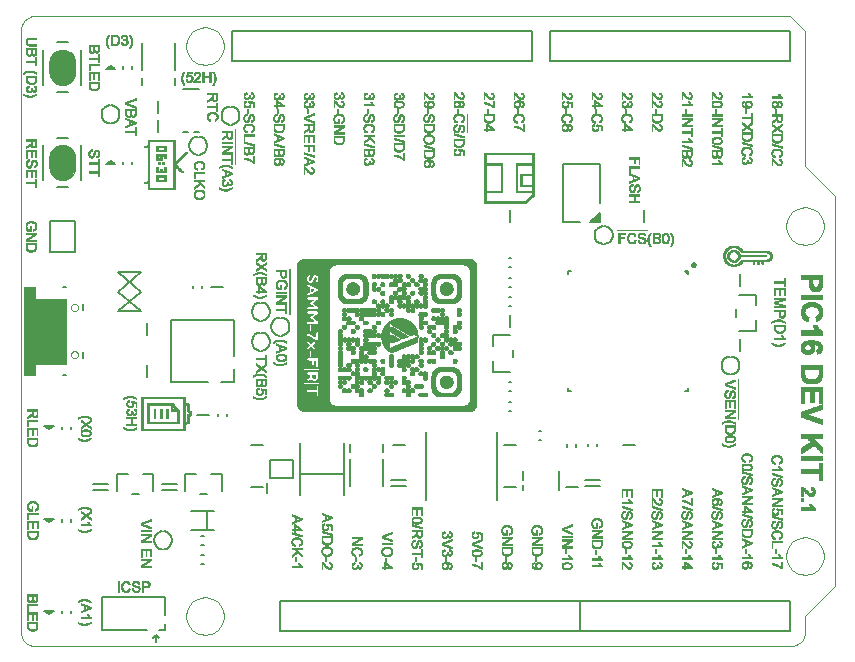
<source format=gbr>
G04 PROTEUS RS274X GERBER FILE*
%FSLAX45Y45*%
%MOMM*%
G01*
%ADD49C,0.025400*%
%ADD50C,0.031750*%
%ADD51C,0.127000*%
%ADD52C,0.101600*%
%ADD12C,0.200000*%
G36*
X+26650Y+2392000D02*
X+26650Y+2942000D01*
X+386650Y+2942000D01*
X+386650Y+2392000D01*
X+26650Y+2392000D01*
G37*
G36*
X+26650Y+2942000D02*
X+26650Y+3042000D01*
X+121650Y+3042000D01*
X+121650Y+2942000D01*
X+26650Y+2942000D01*
G37*
G36*
X+26650Y+2292000D02*
X+26650Y+2392000D01*
X+121650Y+2392000D01*
X+121650Y+2292000D01*
X+26650Y+2292000D01*
G37*
G36*
X+243800Y+4054350D02*
X+243800Y+4134350D01*
X+245989Y+4156841D01*
X+252286Y+4177641D01*
X+262290Y+4196346D01*
X+275597Y+4212553D01*
X+291804Y+4225860D01*
X+310509Y+4235864D01*
X+331309Y+4242161D01*
X+353800Y+4244350D01*
X+376291Y+4242161D01*
X+397091Y+4235864D01*
X+415796Y+4225860D01*
X+432003Y+4212553D01*
X+445310Y+4196346D01*
X+455314Y+4177641D01*
X+461611Y+4156841D01*
X+463800Y+4134350D01*
X+463800Y+4054350D01*
X+461611Y+4031859D01*
X+455314Y+4011059D01*
X+445310Y+3992354D01*
X+432003Y+3976147D01*
X+415796Y+3962840D01*
X+397091Y+3952836D01*
X+376291Y+3946539D01*
X+353800Y+3944350D01*
X+331309Y+3946539D01*
X+310509Y+3952836D01*
X+291804Y+3962840D01*
X+275597Y+3976147D01*
X+262290Y+3992354D01*
X+252286Y+4011059D01*
X+245989Y+4031859D01*
X+243800Y+4054350D01*
G37*
G36*
X+243800Y+4860800D02*
X+243800Y+4940800D01*
X+245989Y+4963291D01*
X+252286Y+4984091D01*
X+262290Y+5002796D01*
X+275597Y+5019003D01*
X+291804Y+5032310D01*
X+310509Y+5042314D01*
X+331309Y+5048611D01*
X+353800Y+5050800D01*
X+376291Y+5048611D01*
X+397091Y+5042314D01*
X+415796Y+5032310D01*
X+432003Y+5019003D01*
X+445310Y+5002796D01*
X+455314Y+4984091D01*
X+461611Y+4963291D01*
X+463800Y+4940800D01*
X+463800Y+4860800D01*
X+461611Y+4838309D01*
X+455314Y+4817509D01*
X+445310Y+4798804D01*
X+432003Y+4782597D01*
X+415796Y+4769290D01*
X+397091Y+4759286D01*
X+376291Y+4752989D01*
X+353800Y+4750800D01*
X+331309Y+4752989D01*
X+310509Y+4759286D01*
X+291804Y+4769290D01*
X+275597Y+4782597D01*
X+262290Y+4798804D01*
X+252286Y+4817509D01*
X+245989Y+4838309D01*
X+243800Y+4860800D01*
G37*
G36*
X+722000Y+4889650D02*
X+802000Y+4889650D01*
X+762000Y+4914650D01*
X+722000Y+4889650D01*
G37*
G36*
X+281300Y+298200D02*
X+201300Y+298200D01*
X+241300Y+273200D01*
X+281300Y+298200D01*
G37*
G36*
X+281300Y+1079350D02*
X+201300Y+1079350D01*
X+241300Y+1054350D01*
X+281300Y+1079350D01*
G37*
G36*
X+722000Y+4083200D02*
X+802000Y+4083200D01*
X+762000Y+4108200D01*
X+722000Y+4083200D01*
G37*
G36*
X+4903700Y+3587750D02*
X+4903700Y+3670300D01*
X+4821150Y+3587750D01*
X+4903700Y+3587750D01*
G37*
G36*
X+5651650Y+3176999D02*
X+5621650Y+3176999D01*
X+5651650Y+3146999D01*
X+5651650Y+3176999D01*
G37*
G36*
X+281300Y+1860400D02*
X+201300Y+1860400D01*
X+241300Y+1835400D01*
X+281300Y+1860400D01*
G37*
D49*
X+6800850Y+762000D02*
X+6800320Y+774958D01*
X+6796016Y+800876D01*
X+6787025Y+826794D01*
X+6772380Y+852712D01*
X+6749976Y+878466D01*
X+6724058Y+897958D01*
X+6698140Y+910530D01*
X+6672222Y+917866D01*
X+6646304Y+920694D01*
X+6642100Y+920750D01*
X+6483350Y+762000D02*
X+6483880Y+774958D01*
X+6488184Y+800876D01*
X+6497175Y+826794D01*
X+6511820Y+852712D01*
X+6534224Y+878466D01*
X+6560142Y+897958D01*
X+6586060Y+910530D01*
X+6611978Y+917866D01*
X+6637896Y+920694D01*
X+6642100Y+920750D01*
X+6483350Y+762000D02*
X+6483880Y+749042D01*
X+6488184Y+723124D01*
X+6497175Y+697206D01*
X+6511820Y+671288D01*
X+6534224Y+645534D01*
X+6560142Y+626042D01*
X+6586060Y+613470D01*
X+6611978Y+606134D01*
X+6637896Y+603306D01*
X+6642100Y+603250D01*
X+6800850Y+762000D02*
X+6800320Y+749042D01*
X+6796016Y+723124D01*
X+6787025Y+697206D01*
X+6772380Y+671288D01*
X+6749976Y+645534D01*
X+6724058Y+626042D01*
X+6698140Y+613470D01*
X+6672222Y+606134D01*
X+6646304Y+603306D01*
X+6642100Y+603250D01*
X+6800850Y+3556000D02*
X+6800320Y+3568958D01*
X+6796016Y+3594876D01*
X+6787025Y+3620794D01*
X+6772380Y+3646712D01*
X+6749976Y+3672466D01*
X+6724058Y+3691958D01*
X+6698140Y+3704530D01*
X+6672222Y+3711866D01*
X+6646304Y+3714694D01*
X+6642100Y+3714750D01*
X+6483350Y+3556000D02*
X+6483880Y+3568958D01*
X+6488184Y+3594876D01*
X+6497175Y+3620794D01*
X+6511820Y+3646712D01*
X+6534224Y+3672466D01*
X+6560142Y+3691958D01*
X+6586060Y+3704530D01*
X+6611978Y+3711866D01*
X+6637896Y+3714694D01*
X+6642100Y+3714750D01*
X+6483350Y+3556000D02*
X+6483880Y+3543042D01*
X+6488184Y+3517124D01*
X+6497175Y+3491206D01*
X+6511820Y+3465288D01*
X+6534224Y+3439534D01*
X+6560142Y+3420042D01*
X+6586060Y+3407470D01*
X+6611978Y+3400134D01*
X+6637896Y+3397306D01*
X+6642100Y+3397250D01*
X+6800850Y+3556000D02*
X+6800320Y+3543042D01*
X+6796016Y+3517124D01*
X+6787025Y+3491206D01*
X+6772380Y+3465288D01*
X+6749976Y+3439534D01*
X+6724058Y+3420042D01*
X+6698140Y+3407470D01*
X+6672222Y+3400134D01*
X+6646304Y+3397306D01*
X+6642100Y+3397250D01*
X+1720850Y+5080000D02*
X+1720320Y+5092958D01*
X+1716016Y+5118876D01*
X+1707025Y+5144794D01*
X+1692380Y+5170712D01*
X+1669976Y+5196466D01*
X+1644058Y+5215958D01*
X+1618140Y+5228530D01*
X+1592222Y+5235866D01*
X+1566304Y+5238694D01*
X+1562100Y+5238750D01*
X+1403350Y+5080000D02*
X+1403880Y+5092958D01*
X+1408184Y+5118876D01*
X+1417175Y+5144794D01*
X+1431820Y+5170712D01*
X+1454224Y+5196466D01*
X+1480142Y+5215958D01*
X+1506060Y+5228530D01*
X+1531978Y+5235866D01*
X+1557896Y+5238694D01*
X+1562100Y+5238750D01*
X+1403350Y+5080000D02*
X+1403880Y+5067042D01*
X+1408184Y+5041124D01*
X+1417175Y+5015206D01*
X+1431820Y+4989288D01*
X+1454224Y+4963534D01*
X+1480142Y+4944042D01*
X+1506060Y+4931470D01*
X+1531978Y+4924134D01*
X+1557896Y+4921306D01*
X+1562100Y+4921250D01*
X+1720850Y+5080000D02*
X+1720320Y+5067042D01*
X+1716016Y+5041124D01*
X+1707025Y+5015206D01*
X+1692380Y+4989288D01*
X+1669976Y+4963534D01*
X+1644058Y+4944042D01*
X+1618140Y+4931470D01*
X+1592222Y+4924134D01*
X+1566304Y+4921306D01*
X+1562100Y+4921250D01*
X+1720850Y+254000D02*
X+1720320Y+266958D01*
X+1716016Y+292876D01*
X+1707025Y+318794D01*
X+1692380Y+344712D01*
X+1669976Y+370466D01*
X+1644058Y+389958D01*
X+1618140Y+402530D01*
X+1592222Y+409866D01*
X+1566304Y+412694D01*
X+1562100Y+412750D01*
X+1403350Y+254000D02*
X+1403880Y+266958D01*
X+1408184Y+292876D01*
X+1417175Y+318794D01*
X+1431820Y+344712D01*
X+1454224Y+370466D01*
X+1480142Y+389958D01*
X+1506060Y+402530D01*
X+1531978Y+409866D01*
X+1557896Y+412694D01*
X+1562100Y+412750D01*
X+1403350Y+254000D02*
X+1403880Y+241042D01*
X+1408184Y+215124D01*
X+1417175Y+189206D01*
X+1431820Y+163288D01*
X+1454224Y+137534D01*
X+1480142Y+118042D01*
X+1506060Y+105470D01*
X+1531978Y+98134D01*
X+1557896Y+95306D01*
X+1562100Y+95250D01*
X+1720850Y+254000D02*
X+1720320Y+241042D01*
X+1716016Y+215124D01*
X+1707025Y+189206D01*
X+1692380Y+163288D01*
X+1669976Y+137534D01*
X+1644058Y+118042D01*
X+1618140Y+105470D01*
X+1592222Y+98134D01*
X+1566304Y+95306D01*
X+1562100Y+95250D01*
X+127000Y+0D02*
X+101032Y+2527D01*
X+77018Y+9798D01*
X+55423Y+21347D01*
X+36711Y+36711D01*
X+21348Y+55423D01*
X+9798Y+77018D01*
X+2527Y+101032D01*
X+0Y+127000D01*
X+0Y+5207000D01*
X+2527Y+5232967D01*
X+9798Y+5256981D01*
X+21348Y+5278577D01*
X+36711Y+5297289D01*
X+55423Y+5312652D01*
X+77018Y+5324202D01*
X+101032Y+5331473D01*
X+127000Y+5334000D01*
X+6515100Y+5334000D01*
X+6642100Y+5207000D01*
X+6642100Y+4064000D01*
X+6896100Y+3810000D01*
X+6896100Y+508000D01*
X+6642100Y+254000D01*
X+6642100Y+127000D01*
X+6639573Y+101032D01*
X+6632302Y+77018D01*
X+6620752Y+55423D01*
X+6605389Y+36711D01*
X+6586677Y+21347D01*
X+6565081Y+9798D01*
X+6541067Y+2527D01*
X+6515100Y+0D01*
X+127000Y+0D01*
D50*
X+2799715Y+788670D02*
X+2799715Y+808990D01*
X+2802255Y+671830D02*
X+2802255Y+689610D01*
X+2802255Y+781050D02*
X+2802255Y+816610D01*
X+2802255Y+854710D02*
X+2802255Y+867410D01*
X+2802255Y+913130D02*
X+2802255Y+923290D01*
X+2804795Y+666750D02*
X+2804795Y+697230D01*
X+2804795Y+778510D02*
X+2804795Y+819150D01*
X+2804795Y+854710D02*
X+2804795Y+867410D01*
X+2804795Y+913130D02*
X+2804795Y+923290D01*
X+2807335Y+661670D02*
X+2807335Y+699770D01*
X+2807335Y+773430D02*
X+2807335Y+824230D01*
X+2807335Y+854710D02*
X+2807335Y+869950D01*
X+2807335Y+913130D02*
X+2807335Y+923290D01*
X+2809875Y+659130D02*
X+2809875Y+702310D01*
X+2809875Y+770890D02*
X+2809875Y+791210D01*
X+2809875Y+806450D02*
X+2809875Y+826770D01*
X+2809875Y+854710D02*
X+2809875Y+872490D01*
X+2809875Y+913130D02*
X+2809875Y+923290D01*
X+2812415Y+656590D02*
X+2812415Y+671830D01*
X+2812415Y+689610D02*
X+2812415Y+704850D01*
X+2812415Y+770890D02*
X+2812415Y+786130D01*
X+2812415Y+811530D02*
X+2812415Y+826770D01*
X+2812415Y+854710D02*
X+2812415Y+872490D01*
X+2812415Y+913130D02*
X+2812415Y+923290D01*
X+2814955Y+654050D02*
X+2814955Y+669290D01*
X+2814955Y+692150D02*
X+2814955Y+707390D01*
X+2814955Y+768350D02*
X+2814955Y+781050D01*
X+2814955Y+816610D02*
X+2814955Y+829310D01*
X+2814955Y+854710D02*
X+2814955Y+875030D01*
X+2814955Y+913130D02*
X+2814955Y+923290D01*
X+2817495Y+654050D02*
X+2817495Y+666750D01*
X+2817495Y+694690D02*
X+2817495Y+707390D01*
X+2817495Y+768350D02*
X+2817495Y+778510D01*
X+2817495Y+819150D02*
X+2817495Y+831850D01*
X+2817495Y+854710D02*
X+2817495Y+877570D01*
X+2817495Y+913130D02*
X+2817495Y+923290D01*
X+2820035Y+654050D02*
X+2820035Y+664210D01*
X+2820035Y+697230D02*
X+2820035Y+709930D01*
X+2820035Y+765810D02*
X+2820035Y+778510D01*
X+2820035Y+821690D02*
X+2820035Y+831850D01*
X+2820035Y+854710D02*
X+2820035Y+864870D01*
X+2820035Y+867410D02*
X+2820035Y+877570D01*
X+2820035Y+913130D02*
X+2820035Y+923290D01*
X+2822575Y+651510D02*
X+2822575Y+661670D01*
X+2822575Y+697230D02*
X+2822575Y+709930D01*
X+2822575Y+765810D02*
X+2822575Y+775970D01*
X+2822575Y+821690D02*
X+2822575Y+831850D01*
X+2822575Y+854710D02*
X+2822575Y+864870D01*
X+2822575Y+867410D02*
X+2822575Y+880110D01*
X+2822575Y+913130D02*
X+2822575Y+923290D01*
X+2825115Y+651510D02*
X+2825115Y+661670D01*
X+2825115Y+699770D02*
X+2825115Y+709930D01*
X+2825115Y+763270D02*
X+2825115Y+775970D01*
X+2825115Y+824230D02*
X+2825115Y+834390D01*
X+2825115Y+854710D02*
X+2825115Y+864870D01*
X+2825115Y+869950D02*
X+2825115Y+882650D01*
X+2825115Y+913130D02*
X+2825115Y+923290D01*
X+2827655Y+651510D02*
X+2827655Y+661670D01*
X+2827655Y+699770D02*
X+2827655Y+704850D01*
X+2827655Y+763270D02*
X+2827655Y+773430D01*
X+2827655Y+824230D02*
X+2827655Y+834390D01*
X+2827655Y+854710D02*
X+2827655Y+864870D01*
X+2827655Y+872490D02*
X+2827655Y+882650D01*
X+2827655Y+913130D02*
X+2827655Y+923290D01*
X+2830195Y+651510D02*
X+2830195Y+661670D01*
X+2830195Y+717550D02*
X+2830195Y+750570D01*
X+2830195Y+768350D02*
X+2830195Y+773430D01*
X+2830195Y+824230D02*
X+2830195Y+834390D01*
X+2830195Y+854710D02*
X+2830195Y+864870D01*
X+2830195Y+872490D02*
X+2830195Y+885190D01*
X+2830195Y+913130D02*
X+2830195Y+923290D01*
X+2832735Y+651510D02*
X+2832735Y+661670D01*
X+2832735Y+717550D02*
X+2832735Y+750570D01*
X+2832735Y+826770D02*
X+2832735Y+836930D01*
X+2832735Y+854710D02*
X+2832735Y+864870D01*
X+2832735Y+875030D02*
X+2832735Y+885190D01*
X+2832735Y+913130D02*
X+2832735Y+923290D01*
X+2835275Y+651510D02*
X+2835275Y+661670D01*
X+2835275Y+717550D02*
X+2835275Y+750570D01*
X+2835275Y+826770D02*
X+2835275Y+836930D01*
X+2835275Y+854710D02*
X+2835275Y+864870D01*
X+2835275Y+877570D02*
X+2835275Y+887730D01*
X+2835275Y+913130D02*
X+2835275Y+923290D01*
X+2837815Y+654050D02*
X+2837815Y+664210D01*
X+2837815Y+717550D02*
X+2837815Y+750570D01*
X+2837815Y+826770D02*
X+2837815Y+836930D01*
X+2837815Y+854710D02*
X+2837815Y+864870D01*
X+2837815Y+877570D02*
X+2837815Y+890270D01*
X+2837815Y+913130D02*
X+2837815Y+923290D01*
X+2840355Y+654050D02*
X+2840355Y+666750D01*
X+2840355Y+826770D02*
X+2840355Y+836930D01*
X+2840355Y+854710D02*
X+2840355Y+864870D01*
X+2840355Y+880110D02*
X+2840355Y+890270D01*
X+2840355Y+913130D02*
X+2840355Y+923290D01*
X+2842895Y+656590D02*
X+2842895Y+669290D01*
X+2842895Y+826770D02*
X+2842895Y+836930D01*
X+2842895Y+854710D02*
X+2842895Y+864870D01*
X+2842895Y+882650D02*
X+2842895Y+892810D01*
X+2842895Y+913130D02*
X+2842895Y+923290D01*
X+2845435Y+659130D02*
X+2845435Y+687070D01*
X+2845435Y+826770D02*
X+2845435Y+836930D01*
X+2845435Y+854710D02*
X+2845435Y+864870D01*
X+2845435Y+882650D02*
X+2845435Y+895350D01*
X+2845435Y+913130D02*
X+2845435Y+923290D01*
X+2847975Y+661670D02*
X+2847975Y+687070D01*
X+2847975Y+826770D02*
X+2847975Y+836930D01*
X+2847975Y+854710D02*
X+2847975Y+864870D01*
X+2847975Y+885190D02*
X+2847975Y+895350D01*
X+2847975Y+913130D02*
X+2847975Y+923290D01*
X+2850515Y+669290D02*
X+2850515Y+687070D01*
X+2850515Y+826770D02*
X+2850515Y+836930D01*
X+2850515Y+854710D02*
X+2850515Y+864870D01*
X+2850515Y+887730D02*
X+2850515Y+897890D01*
X+2850515Y+913130D02*
X+2850515Y+923290D01*
X+2853055Y+664210D02*
X+2853055Y+687070D01*
X+2853055Y+826770D02*
X+2853055Y+836930D01*
X+2853055Y+854710D02*
X+2853055Y+864870D01*
X+2853055Y+887730D02*
X+2853055Y+900430D01*
X+2853055Y+913130D02*
X+2853055Y+923290D01*
X+2855595Y+661670D02*
X+2855595Y+676910D01*
X+2855595Y+826770D02*
X+2855595Y+836930D01*
X+2855595Y+854710D02*
X+2855595Y+864870D01*
X+2855595Y+890270D02*
X+2855595Y+900430D01*
X+2855595Y+913130D02*
X+2855595Y+923290D01*
X+2858135Y+659130D02*
X+2858135Y+671830D01*
X+2858135Y+826770D02*
X+2858135Y+836930D01*
X+2858135Y+854710D02*
X+2858135Y+864870D01*
X+2858135Y+892810D02*
X+2858135Y+902970D01*
X+2858135Y+913130D02*
X+2858135Y+923290D01*
X+2860675Y+659130D02*
X+2860675Y+669290D01*
X+2860675Y+824230D02*
X+2860675Y+834390D01*
X+2860675Y+854710D02*
X+2860675Y+864870D01*
X+2860675Y+892810D02*
X+2860675Y+905510D01*
X+2860675Y+913130D02*
X+2860675Y+923290D01*
X+2863215Y+656590D02*
X+2863215Y+666750D01*
X+2863215Y+824230D02*
X+2863215Y+834390D01*
X+2863215Y+854710D02*
X+2863215Y+864870D01*
X+2863215Y+895350D02*
X+2863215Y+905510D01*
X+2863215Y+913130D02*
X+2863215Y+923290D01*
X+2865755Y+656590D02*
X+2865755Y+666750D01*
X+2865755Y+699770D02*
X+2865755Y+704850D01*
X+2865755Y+765810D02*
X+2865755Y+775970D01*
X+2865755Y+824230D02*
X+2865755Y+834390D01*
X+2865755Y+854710D02*
X+2865755Y+864870D01*
X+2865755Y+895350D02*
X+2865755Y+908050D01*
X+2865755Y+913130D02*
X+2865755Y+923290D01*
X+2868295Y+656590D02*
X+2868295Y+666750D01*
X+2868295Y+699770D02*
X+2868295Y+709930D01*
X+2868295Y+765810D02*
X+2868295Y+778510D01*
X+2868295Y+821690D02*
X+2868295Y+834390D01*
X+2868295Y+854710D02*
X+2868295Y+864870D01*
X+2868295Y+897890D02*
X+2868295Y+910590D01*
X+2868295Y+913130D02*
X+2868295Y+923290D01*
X+2870835Y+656590D02*
X+2870835Y+666750D01*
X+2870835Y+697230D02*
X+2870835Y+709930D01*
X+2870835Y+768350D02*
X+2870835Y+778510D01*
X+2870835Y+821690D02*
X+2870835Y+831850D01*
X+2870835Y+854710D02*
X+2870835Y+864870D01*
X+2870835Y+900430D02*
X+2870835Y+910590D01*
X+2870835Y+913130D02*
X+2870835Y+923290D01*
X+2873375Y+656590D02*
X+2873375Y+669290D01*
X+2873375Y+697230D02*
X+2873375Y+707390D01*
X+2873375Y+768350D02*
X+2873375Y+781050D01*
X+2873375Y+819150D02*
X+2873375Y+831850D01*
X+2873375Y+854710D02*
X+2873375Y+864870D01*
X+2873375Y+900430D02*
X+2873375Y+923290D01*
X+2875915Y+659130D02*
X+2875915Y+671830D01*
X+2875915Y+694690D02*
X+2875915Y+707390D01*
X+2875915Y+770890D02*
X+2875915Y+783590D01*
X+2875915Y+816610D02*
X+2875915Y+829310D01*
X+2875915Y+854710D02*
X+2875915Y+864870D01*
X+2875915Y+902970D02*
X+2875915Y+923290D01*
X+2878455Y+659130D02*
X+2878455Y+674370D01*
X+2878455Y+689610D02*
X+2878455Y+704850D01*
X+2878455Y+770890D02*
X+2878455Y+786130D01*
X+2878455Y+814070D02*
X+2878455Y+826770D01*
X+2878455Y+854710D02*
X+2878455Y+864870D01*
X+2878455Y+905510D02*
X+2878455Y+923290D01*
X+2880995Y+661670D02*
X+2880995Y+704850D01*
X+2880995Y+773430D02*
X+2880995Y+791210D01*
X+2880995Y+806450D02*
X+2880995Y+824230D01*
X+2880995Y+854710D02*
X+2880995Y+864870D01*
X+2880995Y+905510D02*
X+2880995Y+923290D01*
X+2883535Y+664210D02*
X+2883535Y+702310D01*
X+2883535Y+775970D02*
X+2883535Y+821690D01*
X+2883535Y+854710D02*
X+2883535Y+864870D01*
X+2883535Y+908050D02*
X+2883535Y+923290D01*
X+2886075Y+666750D02*
X+2886075Y+697230D01*
X+2886075Y+778510D02*
X+2886075Y+819150D01*
X+2886075Y+854710D02*
X+2886075Y+864870D01*
X+2886075Y+910590D02*
X+2886075Y+923290D01*
X+2888615Y+674370D02*
X+2888615Y+692150D01*
X+2888615Y+781050D02*
X+2888615Y+814070D01*
X+2888615Y+854710D02*
X+2888615Y+864870D01*
X+2888615Y+910590D02*
X+2888615Y+923290D01*
X+2891155Y+788670D02*
X+2891155Y+808990D01*
X+3053715Y+791210D02*
X+3053715Y+811530D01*
X+3056255Y+659130D02*
X+3056255Y+669290D01*
X+3056255Y+783590D02*
X+3056255Y+819150D01*
X+3056255Y+862330D02*
X+3056255Y+872490D01*
X+3056255Y+920750D02*
X+3056255Y+933450D01*
X+3058795Y+659130D02*
X+3058795Y+669290D01*
X+3058795Y+778510D02*
X+3058795Y+824230D01*
X+3058795Y+862330D02*
X+3058795Y+872490D01*
X+3058795Y+918210D02*
X+3058795Y+935990D01*
X+3061335Y+659130D02*
X+3061335Y+669290D01*
X+3061335Y+775970D02*
X+3061335Y+826770D01*
X+3061335Y+862330D02*
X+3061335Y+872490D01*
X+3061335Y+918210D02*
X+3061335Y+935990D01*
X+3063875Y+659130D02*
X+3063875Y+669290D01*
X+3063875Y+773430D02*
X+3063875Y+791210D01*
X+3063875Y+811530D02*
X+3063875Y+829310D01*
X+3063875Y+862330D02*
X+3063875Y+872490D01*
X+3063875Y+918210D02*
X+3063875Y+935990D01*
X+3066415Y+659130D02*
X+3066415Y+669290D01*
X+3066415Y+770890D02*
X+3066415Y+786130D01*
X+3066415Y+816610D02*
X+3066415Y+831850D01*
X+3066415Y+862330D02*
X+3066415Y+872490D01*
X+3066415Y+915670D02*
X+3066415Y+925830D01*
X+3066415Y+928370D02*
X+3066415Y+938530D01*
X+3068955Y+659130D02*
X+3068955Y+669290D01*
X+3068955Y+768350D02*
X+3068955Y+783590D01*
X+3068955Y+819150D02*
X+3068955Y+834390D01*
X+3068955Y+862330D02*
X+3068955Y+872490D01*
X+3068955Y+915670D02*
X+3068955Y+925830D01*
X+3068955Y+928370D02*
X+3068955Y+938530D01*
X+3071495Y+659130D02*
X+3071495Y+669290D01*
X+3071495Y+768350D02*
X+3071495Y+781050D01*
X+3071495Y+821690D02*
X+3071495Y+834390D01*
X+3071495Y+862330D02*
X+3071495Y+872490D01*
X+3071495Y+915670D02*
X+3071495Y+925830D01*
X+3071495Y+928370D02*
X+3071495Y+938530D01*
X+3074035Y+659130D02*
X+3074035Y+669290D01*
X+3074035Y+765810D02*
X+3074035Y+778510D01*
X+3074035Y+824230D02*
X+3074035Y+836930D01*
X+3074035Y+862330D02*
X+3074035Y+872490D01*
X+3074035Y+913130D02*
X+3074035Y+925830D01*
X+3074035Y+928370D02*
X+3074035Y+941070D01*
X+3076575Y+648970D02*
X+3076575Y+709930D01*
X+3076575Y+765810D02*
X+3076575Y+775970D01*
X+3076575Y+826770D02*
X+3076575Y+836930D01*
X+3076575Y+862330D02*
X+3076575Y+872490D01*
X+3076575Y+913130D02*
X+3076575Y+923290D01*
X+3076575Y+930910D02*
X+3076575Y+941070D01*
X+3079115Y+648970D02*
X+3079115Y+709930D01*
X+3079115Y+763270D02*
X+3079115Y+775970D01*
X+3079115Y+826770D02*
X+3079115Y+839470D01*
X+3079115Y+862330D02*
X+3079115Y+872490D01*
X+3079115Y+910590D02*
X+3079115Y+923290D01*
X+3079115Y+930910D02*
X+3079115Y+943610D01*
X+3081655Y+648970D02*
X+3081655Y+709930D01*
X+3081655Y+763270D02*
X+3081655Y+773430D01*
X+3081655Y+829310D02*
X+3081655Y+839470D01*
X+3081655Y+862330D02*
X+3081655Y+872490D01*
X+3081655Y+910590D02*
X+3081655Y+920750D01*
X+3081655Y+933450D02*
X+3081655Y+943610D01*
X+3084195Y+648970D02*
X+3084195Y+709930D01*
X+3084195Y+715010D02*
X+3084195Y+748030D01*
X+3084195Y+763270D02*
X+3084195Y+773430D01*
X+3084195Y+829310D02*
X+3084195Y+839470D01*
X+3084195Y+862330D02*
X+3084195Y+872490D01*
X+3084195Y+910590D02*
X+3084195Y+920750D01*
X+3084195Y+933450D02*
X+3084195Y+943610D01*
X+3086735Y+659130D02*
X+3086735Y+669290D01*
X+3086735Y+697230D02*
X+3086735Y+709930D01*
X+3086735Y+715010D02*
X+3086735Y+748030D01*
X+3086735Y+760730D02*
X+3086735Y+773430D01*
X+3086735Y+831850D02*
X+3086735Y+842010D01*
X+3086735Y+862330D02*
X+3086735Y+872490D01*
X+3086735Y+908050D02*
X+3086735Y+920750D01*
X+3086735Y+933450D02*
X+3086735Y+946150D01*
X+3089275Y+659130D02*
X+3089275Y+669290D01*
X+3089275Y+694690D02*
X+3089275Y+707390D01*
X+3089275Y+715010D02*
X+3089275Y+748030D01*
X+3089275Y+760730D02*
X+3089275Y+770890D01*
X+3089275Y+831850D02*
X+3089275Y+842010D01*
X+3089275Y+862330D02*
X+3089275Y+872490D01*
X+3089275Y+908050D02*
X+3089275Y+918210D01*
X+3089275Y+935990D02*
X+3089275Y+946150D01*
X+3091815Y+659130D02*
X+3091815Y+669290D01*
X+3091815Y+692150D02*
X+3091815Y+704850D01*
X+3091815Y+715010D02*
X+3091815Y+748030D01*
X+3091815Y+760730D02*
X+3091815Y+770890D01*
X+3091815Y+831850D02*
X+3091815Y+842010D01*
X+3091815Y+862330D02*
X+3091815Y+872490D01*
X+3091815Y+908050D02*
X+3091815Y+918210D01*
X+3091815Y+935990D02*
X+3091815Y+946150D01*
X+3094355Y+659130D02*
X+3094355Y+669290D01*
X+3094355Y+692150D02*
X+3094355Y+702310D01*
X+3094355Y+760730D02*
X+3094355Y+770890D01*
X+3094355Y+831850D02*
X+3094355Y+842010D01*
X+3094355Y+862330D02*
X+3094355Y+872490D01*
X+3094355Y+905510D02*
X+3094355Y+918210D01*
X+3094355Y+938530D02*
X+3094355Y+948690D01*
X+3096895Y+659130D02*
X+3096895Y+669290D01*
X+3096895Y+689610D02*
X+3096895Y+702310D01*
X+3096895Y+760730D02*
X+3096895Y+770890D01*
X+3096895Y+831850D02*
X+3096895Y+842010D01*
X+3096895Y+862330D02*
X+3096895Y+872490D01*
X+3096895Y+905510D02*
X+3096895Y+915670D01*
X+3096895Y+938530D02*
X+3096895Y+948690D01*
X+3099435Y+659130D02*
X+3099435Y+669290D01*
X+3099435Y+687070D02*
X+3099435Y+699770D01*
X+3099435Y+760730D02*
X+3099435Y+770890D01*
X+3099435Y+831850D02*
X+3099435Y+842010D01*
X+3099435Y+862330D02*
X+3099435Y+872490D01*
X+3099435Y+902970D02*
X+3099435Y+915670D01*
X+3099435Y+938530D02*
X+3099435Y+951230D01*
X+3101975Y+659130D02*
X+3101975Y+669290D01*
X+3101975Y+684530D02*
X+3101975Y+697230D01*
X+3101975Y+760730D02*
X+3101975Y+770890D01*
X+3101975Y+831850D02*
X+3101975Y+842010D01*
X+3101975Y+862330D02*
X+3101975Y+872490D01*
X+3101975Y+902970D02*
X+3101975Y+913130D01*
X+3101975Y+941070D02*
X+3101975Y+951230D01*
X+3104515Y+659130D02*
X+3104515Y+669290D01*
X+3104515Y+684530D02*
X+3104515Y+694690D01*
X+3104515Y+760730D02*
X+3104515Y+770890D01*
X+3104515Y+831850D02*
X+3104515Y+842010D01*
X+3104515Y+862330D02*
X+3104515Y+872490D01*
X+3104515Y+902970D02*
X+3104515Y+913130D01*
X+3104515Y+941070D02*
X+3104515Y+951230D01*
X+3107055Y+659130D02*
X+3107055Y+669290D01*
X+3107055Y+681990D02*
X+3107055Y+694690D01*
X+3107055Y+760730D02*
X+3107055Y+770890D01*
X+3107055Y+831850D02*
X+3107055Y+842010D01*
X+3107055Y+862330D02*
X+3107055Y+872490D01*
X+3107055Y+900430D02*
X+3107055Y+913130D01*
X+3107055Y+941070D02*
X+3107055Y+953770D01*
X+3109595Y+659130D02*
X+3109595Y+669290D01*
X+3109595Y+679450D02*
X+3109595Y+692150D01*
X+3109595Y+760730D02*
X+3109595Y+770890D01*
X+3109595Y+831850D02*
X+3109595Y+842010D01*
X+3109595Y+862330D02*
X+3109595Y+872490D01*
X+3109595Y+900430D02*
X+3109595Y+910590D01*
X+3109595Y+943610D02*
X+3109595Y+953770D01*
X+3112135Y+659130D02*
X+3112135Y+669290D01*
X+3112135Y+679450D02*
X+3112135Y+689610D01*
X+3112135Y+760730D02*
X+3112135Y+773430D01*
X+3112135Y+829310D02*
X+3112135Y+842010D01*
X+3112135Y+862330D02*
X+3112135Y+872490D01*
X+3112135Y+900430D02*
X+3112135Y+910590D01*
X+3112135Y+943610D02*
X+3112135Y+953770D01*
X+3114675Y+659130D02*
X+3114675Y+669290D01*
X+3114675Y+676910D02*
X+3114675Y+687070D01*
X+3114675Y+763270D02*
X+3114675Y+773430D01*
X+3114675Y+829310D02*
X+3114675Y+839470D01*
X+3114675Y+862330D02*
X+3114675Y+872490D01*
X+3114675Y+897890D02*
X+3114675Y+908050D01*
X+3114675Y+946150D02*
X+3114675Y+956310D01*
X+3117215Y+659130D02*
X+3117215Y+669290D01*
X+3117215Y+674370D02*
X+3117215Y+687070D01*
X+3117215Y+763270D02*
X+3117215Y+773430D01*
X+3117215Y+829310D02*
X+3117215Y+839470D01*
X+3117215Y+862330D02*
X+3117215Y+872490D01*
X+3117215Y+897890D02*
X+3117215Y+908050D01*
X+3117215Y+946150D02*
X+3117215Y+956310D01*
X+3119755Y+659130D02*
X+3119755Y+669290D01*
X+3119755Y+671830D02*
X+3119755Y+684530D01*
X+3119755Y+763270D02*
X+3119755Y+775970D01*
X+3119755Y+829310D02*
X+3119755Y+839470D01*
X+3119755Y+862330D02*
X+3119755Y+872490D01*
X+3119755Y+895350D02*
X+3119755Y+908050D01*
X+3119755Y+946150D02*
X+3119755Y+958850D01*
X+3122295Y+659130D02*
X+3122295Y+669290D01*
X+3122295Y+671830D02*
X+3122295Y+681990D01*
X+3122295Y+765810D02*
X+3122295Y+775970D01*
X+3122295Y+826770D02*
X+3122295Y+836930D01*
X+3122295Y+862330D02*
X+3122295Y+872490D01*
X+3122295Y+895350D02*
X+3122295Y+905510D01*
X+3122295Y+948690D02*
X+3122295Y+958850D01*
X+3124835Y+659130D02*
X+3124835Y+681990D01*
X+3124835Y+765810D02*
X+3124835Y+778510D01*
X+3124835Y+824230D02*
X+3124835Y+836930D01*
X+3124835Y+862330D02*
X+3124835Y+872490D01*
X+3124835Y+895350D02*
X+3124835Y+905510D01*
X+3124835Y+948690D02*
X+3124835Y+958850D01*
X+3127375Y+659130D02*
X+3127375Y+679450D01*
X+3127375Y+768350D02*
X+3127375Y+781050D01*
X+3127375Y+821690D02*
X+3127375Y+834390D01*
X+3127375Y+862330D02*
X+3127375Y+872490D01*
X+3127375Y+892810D02*
X+3127375Y+905510D01*
X+3127375Y+951230D02*
X+3127375Y+961390D01*
X+3129915Y+659130D02*
X+3129915Y+676910D01*
X+3129915Y+768350D02*
X+3129915Y+783590D01*
X+3129915Y+819150D02*
X+3129915Y+834390D01*
X+3129915Y+862330D02*
X+3129915Y+872490D01*
X+3129915Y+892810D02*
X+3129915Y+902970D01*
X+3129915Y+951230D02*
X+3129915Y+961390D01*
X+3132455Y+659130D02*
X+3132455Y+674370D01*
X+3132455Y+770890D02*
X+3132455Y+786130D01*
X+3132455Y+816610D02*
X+3132455Y+831850D01*
X+3132455Y+862330D02*
X+3132455Y+872490D01*
X+3132455Y+892810D02*
X+3132455Y+902970D01*
X+3132455Y+951230D02*
X+3132455Y+961390D01*
X+3134995Y+659130D02*
X+3134995Y+674370D01*
X+3134995Y+773430D02*
X+3134995Y+791210D01*
X+3134995Y+811530D02*
X+3134995Y+829310D01*
X+3134995Y+862330D02*
X+3134995Y+872490D01*
X+3134995Y+890270D02*
X+3134995Y+900430D01*
X+3134995Y+953770D02*
X+3134995Y+963930D01*
X+3137535Y+659130D02*
X+3137535Y+671830D01*
X+3137535Y+775970D02*
X+3137535Y+826770D01*
X+3137535Y+862330D02*
X+3137535Y+872490D01*
X+3137535Y+890270D02*
X+3137535Y+900430D01*
X+3137535Y+953770D02*
X+3137535Y+963930D01*
X+3140075Y+659130D02*
X+3140075Y+669290D01*
X+3140075Y+778510D02*
X+3140075Y+824230D01*
X+3140075Y+862330D02*
X+3140075Y+872490D01*
X+3140075Y+887730D02*
X+3140075Y+900430D01*
X+3140075Y+953770D02*
X+3140075Y+966470D01*
X+3142615Y+659130D02*
X+3142615Y+666750D01*
X+3142615Y+783590D02*
X+3142615Y+819150D01*
X+3142615Y+862330D02*
X+3142615Y+872490D01*
X+3142615Y+887730D02*
X+3142615Y+897890D01*
X+3142615Y+956310D02*
X+3142615Y+966470D01*
X+3145155Y+791210D02*
X+3145155Y+811530D01*
X+3307715Y+852170D02*
X+3307715Y+875030D01*
X+3310255Y+671830D02*
X+3310255Y+692150D01*
X+3310255Y+781050D02*
X+3310255Y+791210D01*
X+3310255Y+847090D02*
X+3310255Y+882650D01*
X+3310255Y+915670D02*
X+3310255Y+925830D01*
X+3310255Y+976630D02*
X+3310255Y+986790D01*
X+3310255Y+1022350D02*
X+3310255Y+1032510D01*
X+3310255Y+1057910D02*
X+3310255Y+1075690D01*
X+3310255Y+1108710D02*
X+3310255Y+1174750D01*
X+3312795Y+666750D02*
X+3312795Y+697230D01*
X+3312795Y+781050D02*
X+3312795Y+791210D01*
X+3312795Y+842010D02*
X+3312795Y+887730D01*
X+3312795Y+915670D02*
X+3312795Y+928370D01*
X+3312795Y+976630D02*
X+3312795Y+986790D01*
X+3312795Y+1019810D02*
X+3312795Y+1032510D01*
X+3312795Y+1052830D02*
X+3312795Y+1083310D01*
X+3312795Y+1108710D02*
X+3312795Y+1174750D01*
X+3315335Y+661670D02*
X+3315335Y+699770D01*
X+3315335Y+781050D02*
X+3315335Y+791210D01*
X+3315335Y+839470D02*
X+3315335Y+890270D01*
X+3315335Y+918210D02*
X+3315335Y+928370D01*
X+3315335Y+976630D02*
X+3315335Y+986790D01*
X+3315335Y+1019810D02*
X+3315335Y+1029970D01*
X+3315335Y+1047750D02*
X+3315335Y+1085850D01*
X+3315335Y+1108710D02*
X+3315335Y+1174750D01*
X+3317875Y+659130D02*
X+3317875Y+702310D01*
X+3317875Y+781050D02*
X+3317875Y+791210D01*
X+3317875Y+836930D02*
X+3317875Y+854710D01*
X+3317875Y+872490D02*
X+3317875Y+892810D01*
X+3317875Y+918210D02*
X+3317875Y+930910D01*
X+3317875Y+976630D02*
X+3317875Y+986790D01*
X+3317875Y+1019810D02*
X+3317875Y+1029970D01*
X+3317875Y+1045210D02*
X+3317875Y+1088390D01*
X+3317875Y+1108710D02*
X+3317875Y+1174750D01*
X+3320415Y+659130D02*
X+3320415Y+674370D01*
X+3320415Y+689610D02*
X+3320415Y+704850D01*
X+3320415Y+781050D02*
X+3320415Y+791210D01*
X+3320415Y+834390D02*
X+3320415Y+849630D01*
X+3320415Y+880110D02*
X+3320415Y+895350D01*
X+3320415Y+920750D02*
X+3320415Y+933450D01*
X+3320415Y+976630D02*
X+3320415Y+986790D01*
X+3320415Y+1019810D02*
X+3320415Y+1029970D01*
X+3320415Y+1045210D02*
X+3320415Y+1060450D01*
X+3320415Y+1073150D02*
X+3320415Y+1088390D01*
X+3320415Y+1164590D02*
X+3320415Y+1174750D01*
X+3322955Y+656590D02*
X+3322955Y+669290D01*
X+3322955Y+694690D02*
X+3322955Y+707390D01*
X+3322955Y+781050D02*
X+3322955Y+791210D01*
X+3322955Y+834390D02*
X+3322955Y+847090D01*
X+3322955Y+882650D02*
X+3322955Y+895350D01*
X+3322955Y+923290D02*
X+3322955Y+933450D01*
X+3322955Y+976630D02*
X+3322955Y+986790D01*
X+3322955Y+1017270D02*
X+3322955Y+1027430D01*
X+3322955Y+1042670D02*
X+3322955Y+1055370D01*
X+3322955Y+1078230D02*
X+3322955Y+1090930D01*
X+3322955Y+1164590D02*
X+3322955Y+1174750D01*
X+3325495Y+654050D02*
X+3325495Y+666750D01*
X+3325495Y+697230D02*
X+3325495Y+707390D01*
X+3325495Y+781050D02*
X+3325495Y+791210D01*
X+3325495Y+834390D02*
X+3325495Y+844550D01*
X+3325495Y+885190D02*
X+3325495Y+897890D01*
X+3325495Y+923290D02*
X+3325495Y+935990D01*
X+3325495Y+976630D02*
X+3325495Y+986790D01*
X+3325495Y+1017270D02*
X+3325495Y+1027430D01*
X+3325495Y+1042670D02*
X+3325495Y+1052830D01*
X+3325495Y+1080770D02*
X+3325495Y+1090930D01*
X+3325495Y+1164590D02*
X+3325495Y+1174750D01*
X+3328035Y+654050D02*
X+3328035Y+664210D01*
X+3328035Y+697230D02*
X+3328035Y+709930D01*
X+3328035Y+781050D02*
X+3328035Y+791210D01*
X+3328035Y+831850D02*
X+3328035Y+842010D01*
X+3328035Y+887730D02*
X+3328035Y+897890D01*
X+3328035Y+925830D02*
X+3328035Y+938530D01*
X+3328035Y+976630D02*
X+3328035Y+986790D01*
X+3328035Y+1017270D02*
X+3328035Y+1027430D01*
X+3328035Y+1040130D02*
X+3328035Y+1050290D01*
X+3328035Y+1083310D02*
X+3328035Y+1093470D01*
X+3328035Y+1164590D02*
X+3328035Y+1174750D01*
X+3330575Y+654050D02*
X+3330575Y+664210D01*
X+3330575Y+699770D02*
X+3330575Y+709930D01*
X+3330575Y+781050D02*
X+3330575Y+791210D01*
X+3330575Y+831850D02*
X+3330575Y+842010D01*
X+3330575Y+887730D02*
X+3330575Y+900430D01*
X+3330575Y+925830D02*
X+3330575Y+938530D01*
X+3330575Y+976630D02*
X+3330575Y+986790D01*
X+3330575Y+1014730D02*
X+3330575Y+1027430D01*
X+3330575Y+1040130D02*
X+3330575Y+1050290D01*
X+3330575Y+1083310D02*
X+3330575Y+1093470D01*
X+3330575Y+1164590D02*
X+3330575Y+1174750D01*
X+3333115Y+651510D02*
X+3333115Y+661670D01*
X+3333115Y+699770D02*
X+3333115Y+709930D01*
X+3333115Y+781050D02*
X+3333115Y+791210D01*
X+3333115Y+831850D02*
X+3333115Y+842010D01*
X+3333115Y+890270D02*
X+3333115Y+900430D01*
X+3333115Y+928370D02*
X+3333115Y+941070D01*
X+3333115Y+976630D02*
X+3333115Y+986790D01*
X+3333115Y+1014730D02*
X+3333115Y+1024890D01*
X+3333115Y+1040130D02*
X+3333115Y+1050290D01*
X+3333115Y+1083310D02*
X+3333115Y+1093470D01*
X+3333115Y+1164590D02*
X+3333115Y+1174750D01*
X+3335655Y+651510D02*
X+3335655Y+661670D01*
X+3335655Y+781050D02*
X+3335655Y+791210D01*
X+3335655Y+831850D02*
X+3335655Y+842010D01*
X+3335655Y+890270D02*
X+3335655Y+900430D01*
X+3335655Y+930910D02*
X+3335655Y+943610D01*
X+3335655Y+976630D02*
X+3335655Y+986790D01*
X+3335655Y+1014730D02*
X+3335655Y+1024890D01*
X+3335655Y+1040130D02*
X+3335655Y+1050290D01*
X+3335655Y+1083310D02*
X+3335655Y+1093470D01*
X+3335655Y+1164590D02*
X+3335655Y+1174750D01*
X+3338195Y+651510D02*
X+3338195Y+661670D01*
X+3338195Y+717550D02*
X+3338195Y+750570D01*
X+3338195Y+781050D02*
X+3338195Y+791210D01*
X+3338195Y+831850D02*
X+3338195Y+842010D01*
X+3338195Y+890270D02*
X+3338195Y+900430D01*
X+3338195Y+933450D02*
X+3338195Y+943610D01*
X+3338195Y+976630D02*
X+3338195Y+986790D01*
X+3338195Y+1014730D02*
X+3338195Y+1024890D01*
X+3338195Y+1037590D02*
X+3338195Y+1047750D01*
X+3338195Y+1085850D02*
X+3338195Y+1096010D01*
X+3338195Y+1164590D02*
X+3338195Y+1174750D01*
X+3340735Y+651510D02*
X+3340735Y+661670D01*
X+3340735Y+717550D02*
X+3340735Y+750570D01*
X+3340735Y+781050D02*
X+3340735Y+791210D01*
X+3340735Y+831850D02*
X+3340735Y+844550D01*
X+3340735Y+933450D02*
X+3340735Y+946150D01*
X+3340735Y+976630D02*
X+3340735Y+986790D01*
X+3340735Y+1012190D02*
X+3340735Y+1022350D01*
X+3340735Y+1037590D02*
X+3340735Y+1047750D01*
X+3340735Y+1085850D02*
X+3340735Y+1096010D01*
X+3340735Y+1164590D02*
X+3340735Y+1174750D01*
X+3343275Y+651510D02*
X+3343275Y+661670D01*
X+3343275Y+717550D02*
X+3343275Y+750570D01*
X+3343275Y+781050D02*
X+3343275Y+791210D01*
X+3343275Y+834390D02*
X+3343275Y+847090D01*
X+3343275Y+935990D02*
X+3343275Y+948690D01*
X+3343275Y+976630D02*
X+3343275Y+986790D01*
X+3343275Y+1012190D02*
X+3343275Y+1022350D01*
X+3343275Y+1037590D02*
X+3343275Y+1047750D01*
X+3343275Y+1085850D02*
X+3343275Y+1096010D01*
X+3343275Y+1164590D02*
X+3343275Y+1174750D01*
X+3345815Y+651510D02*
X+3345815Y+661670D01*
X+3345815Y+717550D02*
X+3345815Y+750570D01*
X+3345815Y+781050D02*
X+3345815Y+791210D01*
X+3345815Y+834390D02*
X+3345815Y+854710D01*
X+3345815Y+938530D02*
X+3345815Y+951230D01*
X+3345815Y+976630D02*
X+3345815Y+986790D01*
X+3345815Y+1012190D02*
X+3345815Y+1022350D01*
X+3345815Y+1037590D02*
X+3345815Y+1047750D01*
X+3345815Y+1085850D02*
X+3345815Y+1096010D01*
X+3345815Y+1164590D02*
X+3345815Y+1174750D01*
X+3348355Y+651510D02*
X+3348355Y+661670D01*
X+3348355Y+781050D02*
X+3348355Y+791210D01*
X+3348355Y+836930D02*
X+3348355Y+862330D01*
X+3348355Y+941070D02*
X+3348355Y+953770D01*
X+3348355Y+976630D02*
X+3348355Y+986790D01*
X+3348355Y+1009650D02*
X+3348355Y+1022350D01*
X+3348355Y+1037590D02*
X+3348355Y+1047750D01*
X+3348355Y+1085850D02*
X+3348355Y+1096010D01*
X+3348355Y+1164590D02*
X+3348355Y+1174750D01*
X+3350895Y+654050D02*
X+3350895Y+664210D01*
X+3350895Y+697230D02*
X+3350895Y+702310D01*
X+3350895Y+781050D02*
X+3350895Y+791210D01*
X+3350895Y+839470D02*
X+3350895Y+872490D01*
X+3350895Y+935990D02*
X+3350895Y+986790D01*
X+3350895Y+1009650D02*
X+3350895Y+1019810D01*
X+3350895Y+1037590D02*
X+3350895Y+1047750D01*
X+3350895Y+1085850D02*
X+3350895Y+1096010D01*
X+3350895Y+1113790D02*
X+3350895Y+1174750D01*
X+3353435Y+654050D02*
X+3353435Y+664210D01*
X+3353435Y+694690D02*
X+3353435Y+707390D01*
X+3353435Y+781050D02*
X+3353435Y+791210D01*
X+3353435Y+842010D02*
X+3353435Y+882650D01*
X+3353435Y+930910D02*
X+3353435Y+986790D01*
X+3353435Y+1009650D02*
X+3353435Y+1019810D01*
X+3353435Y+1037590D02*
X+3353435Y+1047750D01*
X+3353435Y+1085850D02*
X+3353435Y+1096010D01*
X+3353435Y+1113790D02*
X+3353435Y+1174750D01*
X+3355975Y+654050D02*
X+3355975Y+666750D01*
X+3355975Y+692150D02*
X+3355975Y+707390D01*
X+3355975Y+781050D02*
X+3355975Y+791210D01*
X+3355975Y+847090D02*
X+3355975Y+887730D01*
X+3355975Y+925830D02*
X+3355975Y+986790D01*
X+3355975Y+1009650D02*
X+3355975Y+1019810D01*
X+3355975Y+1037590D02*
X+3355975Y+1047750D01*
X+3355975Y+1085850D02*
X+3355975Y+1096010D01*
X+3355975Y+1113790D02*
X+3355975Y+1174750D01*
X+3358515Y+656590D02*
X+3358515Y+671830D01*
X+3358515Y+689610D02*
X+3358515Y+704850D01*
X+3358515Y+781050D02*
X+3358515Y+791210D01*
X+3358515Y+854710D02*
X+3358515Y+890270D01*
X+3358515Y+923290D02*
X+3358515Y+986790D01*
X+3358515Y+1007110D02*
X+3358515Y+1017270D01*
X+3358515Y+1037590D02*
X+3358515Y+1047750D01*
X+3358515Y+1085850D02*
X+3358515Y+1096010D01*
X+3358515Y+1113790D02*
X+3358515Y+1174750D01*
X+3361055Y+659130D02*
X+3361055Y+704850D01*
X+3361055Y+781050D02*
X+3361055Y+791210D01*
X+3361055Y+862330D02*
X+3361055Y+892810D01*
X+3361055Y+920750D02*
X+3361055Y+938530D01*
X+3361055Y+976630D02*
X+3361055Y+986790D01*
X+3361055Y+1007110D02*
X+3361055Y+1017270D01*
X+3361055Y+1037590D02*
X+3361055Y+1047750D01*
X+3361055Y+1085850D02*
X+3361055Y+1096010D01*
X+3361055Y+1164590D02*
X+3361055Y+1174750D01*
X+3363595Y+661670D02*
X+3363595Y+704850D01*
X+3363595Y+781050D02*
X+3363595Y+791210D01*
X+3363595Y+872490D02*
X+3363595Y+895350D01*
X+3363595Y+920750D02*
X+3363595Y+933450D01*
X+3363595Y+976630D02*
X+3363595Y+986790D01*
X+3363595Y+1007110D02*
X+3363595Y+1017270D01*
X+3363595Y+1037590D02*
X+3363595Y+1047750D01*
X+3363595Y+1085850D02*
X+3363595Y+1096010D01*
X+3363595Y+1164590D02*
X+3363595Y+1174750D01*
X+3366135Y+664210D02*
X+3366135Y+692150D01*
X+3366135Y+694690D02*
X+3366135Y+704850D01*
X+3366135Y+781050D02*
X+3366135Y+791210D01*
X+3366135Y+880110D02*
X+3366135Y+895350D01*
X+3366135Y+918210D02*
X+3366135Y+930910D01*
X+3366135Y+976630D02*
X+3366135Y+986790D01*
X+3366135Y+1004570D02*
X+3366135Y+1017270D01*
X+3366135Y+1037590D02*
X+3366135Y+1047750D01*
X+3366135Y+1085850D02*
X+3366135Y+1096010D01*
X+3366135Y+1164590D02*
X+3366135Y+1174750D01*
X+3368675Y+669290D02*
X+3368675Y+687070D01*
X+3368675Y+694690D02*
X+3368675Y+704850D01*
X+3368675Y+781050D02*
X+3368675Y+791210D01*
X+3368675Y+885190D02*
X+3368675Y+897890D01*
X+3368675Y+918210D02*
X+3368675Y+928370D01*
X+3368675Y+976630D02*
X+3368675Y+986790D01*
X+3368675Y+1004570D02*
X+3368675Y+1014730D01*
X+3368675Y+1037590D02*
X+3368675Y+1047750D01*
X+3368675Y+1085850D02*
X+3368675Y+1096010D01*
X+3368675Y+1164590D02*
X+3368675Y+1174750D01*
X+3371215Y+692150D02*
X+3371215Y+702310D01*
X+3371215Y+781050D02*
X+3371215Y+791210D01*
X+3371215Y+887730D02*
X+3371215Y+897890D01*
X+3371215Y+918210D02*
X+3371215Y+928370D01*
X+3371215Y+976630D02*
X+3371215Y+986790D01*
X+3371215Y+1004570D02*
X+3371215Y+1014730D01*
X+3371215Y+1040130D02*
X+3371215Y+1050290D01*
X+3371215Y+1083310D02*
X+3371215Y+1093470D01*
X+3371215Y+1164590D02*
X+3371215Y+1174750D01*
X+3373755Y+692150D02*
X+3373755Y+702310D01*
X+3373755Y+781050D02*
X+3373755Y+791210D01*
X+3373755Y+887730D02*
X+3373755Y+897890D01*
X+3373755Y+918210D02*
X+3373755Y+928370D01*
X+3373755Y+976630D02*
X+3373755Y+986790D01*
X+3373755Y+1004570D02*
X+3373755Y+1014730D01*
X+3373755Y+1040130D02*
X+3373755Y+1050290D01*
X+3373755Y+1083310D02*
X+3373755Y+1093470D01*
X+3373755Y+1164590D02*
X+3373755Y+1174750D01*
X+3376295Y+692150D02*
X+3376295Y+702310D01*
X+3376295Y+781050D02*
X+3376295Y+791210D01*
X+3376295Y+834390D02*
X+3376295Y+844550D01*
X+3376295Y+887730D02*
X+3376295Y+897890D01*
X+3376295Y+918210D02*
X+3376295Y+928370D01*
X+3376295Y+976630D02*
X+3376295Y+986790D01*
X+3376295Y+1002030D02*
X+3376295Y+1012190D01*
X+3376295Y+1040130D02*
X+3376295Y+1050290D01*
X+3376295Y+1083310D02*
X+3376295Y+1093470D01*
X+3376295Y+1164590D02*
X+3376295Y+1174750D01*
X+3378835Y+692150D02*
X+3378835Y+702310D01*
X+3378835Y+781050D02*
X+3378835Y+791210D01*
X+3378835Y+834390D02*
X+3378835Y+844550D01*
X+3378835Y+887730D02*
X+3378835Y+897890D01*
X+3378835Y+918210D02*
X+3378835Y+928370D01*
X+3378835Y+976630D02*
X+3378835Y+986790D01*
X+3378835Y+1002030D02*
X+3378835Y+1012190D01*
X+3378835Y+1040130D02*
X+3378835Y+1052830D01*
X+3378835Y+1083310D02*
X+3378835Y+1093470D01*
X+3378835Y+1164590D02*
X+3378835Y+1174750D01*
X+3381375Y+689610D02*
X+3381375Y+699770D01*
X+3381375Y+781050D02*
X+3381375Y+791210D01*
X+3381375Y+834390D02*
X+3381375Y+847090D01*
X+3381375Y+887730D02*
X+3381375Y+897890D01*
X+3381375Y+918210D02*
X+3381375Y+930910D01*
X+3381375Y+976630D02*
X+3381375Y+986790D01*
X+3381375Y+1002030D02*
X+3381375Y+1012190D01*
X+3381375Y+1042670D02*
X+3381375Y+1052830D01*
X+3381375Y+1080770D02*
X+3381375Y+1090930D01*
X+3381375Y+1164590D02*
X+3381375Y+1174750D01*
X+3383915Y+689610D02*
X+3383915Y+699770D01*
X+3383915Y+781050D02*
X+3383915Y+791210D01*
X+3383915Y+836930D02*
X+3383915Y+847090D01*
X+3383915Y+885190D02*
X+3383915Y+895350D01*
X+3383915Y+920750D02*
X+3383915Y+933450D01*
X+3383915Y+976630D02*
X+3383915Y+986790D01*
X+3383915Y+999490D02*
X+3383915Y+1012190D01*
X+3383915Y+1042670D02*
X+3383915Y+1055370D01*
X+3383915Y+1078230D02*
X+3383915Y+1090930D01*
X+3383915Y+1164590D02*
X+3383915Y+1174750D01*
X+3386455Y+689610D02*
X+3386455Y+699770D01*
X+3386455Y+781050D02*
X+3386455Y+791210D01*
X+3386455Y+836930D02*
X+3386455Y+852170D01*
X+3386455Y+882650D02*
X+3386455Y+895350D01*
X+3386455Y+920750D02*
X+3386455Y+938530D01*
X+3386455Y+976630D02*
X+3386455Y+986790D01*
X+3386455Y+999490D02*
X+3386455Y+1009650D01*
X+3386455Y+1045210D02*
X+3386455Y+1060450D01*
X+3386455Y+1073150D02*
X+3386455Y+1088390D01*
X+3386455Y+1164590D02*
X+3386455Y+1174750D01*
X+3388995Y+656590D02*
X+3388995Y+699770D01*
X+3388995Y+750570D02*
X+3388995Y+821690D01*
X+3388995Y+839470D02*
X+3388995Y+857250D01*
X+3388995Y+877570D02*
X+3388995Y+892810D01*
X+3388995Y+923290D02*
X+3388995Y+986790D01*
X+3388995Y+999490D02*
X+3388995Y+1009650D01*
X+3388995Y+1045210D02*
X+3388995Y+1088390D01*
X+3388995Y+1111250D02*
X+3388995Y+1174750D01*
X+3391535Y+656590D02*
X+3391535Y+699770D01*
X+3391535Y+750570D02*
X+3391535Y+821690D01*
X+3391535Y+842010D02*
X+3391535Y+892810D01*
X+3391535Y+925830D02*
X+3391535Y+986790D01*
X+3391535Y+999490D02*
X+3391535Y+1009650D01*
X+3391535Y+1047750D02*
X+3391535Y+1085850D01*
X+3391535Y+1111250D02*
X+3391535Y+1174750D01*
X+3394075Y+656590D02*
X+3394075Y+697230D01*
X+3394075Y+750570D02*
X+3394075Y+821690D01*
X+3394075Y+844550D02*
X+3394075Y+887730D01*
X+3394075Y+928370D02*
X+3394075Y+986790D01*
X+3394075Y+996950D02*
X+3394075Y+1007110D01*
X+3394075Y+1052830D02*
X+3394075Y+1080770D01*
X+3394075Y+1111250D02*
X+3394075Y+1174750D01*
X+3396615Y+656590D02*
X+3396615Y+697230D01*
X+3396615Y+750570D02*
X+3396615Y+821690D01*
X+3396615Y+847090D02*
X+3396615Y+885190D01*
X+3396615Y+935990D02*
X+3396615Y+986790D01*
X+3396615Y+996950D02*
X+3396615Y+1007110D01*
X+3396615Y+1057910D02*
X+3396615Y+1075690D01*
X+3396615Y+1111250D02*
X+3396615Y+1174750D01*
X+3399155Y+854710D02*
X+3399155Y+877570D01*
X+3564255Y+671830D02*
X+3564255Y+689610D01*
X+3564255Y+781050D02*
X+3564255Y+798830D01*
X+3564255Y+859790D02*
X+3564255Y+872490D01*
X+3564255Y+933450D02*
X+3564255Y+951230D01*
X+3566795Y+666750D02*
X+3566795Y+697230D01*
X+3566795Y+775970D02*
X+3566795Y+806450D01*
X+3566795Y+857250D02*
X+3566795Y+875030D01*
X+3566795Y+928370D02*
X+3566795Y+958850D01*
X+3569335Y+661670D02*
X+3569335Y+699770D01*
X+3569335Y+770890D02*
X+3569335Y+808990D01*
X+3569335Y+857250D02*
X+3569335Y+875030D01*
X+3569335Y+923290D02*
X+3569335Y+961390D01*
X+3571875Y+659130D02*
X+3571875Y+702310D01*
X+3571875Y+768350D02*
X+3571875Y+811530D01*
X+3571875Y+857250D02*
X+3571875Y+875030D01*
X+3571875Y+920750D02*
X+3571875Y+963930D01*
X+3574415Y+656590D02*
X+3574415Y+671830D01*
X+3574415Y+689610D02*
X+3574415Y+704850D01*
X+3574415Y+765810D02*
X+3574415Y+781050D01*
X+3574415Y+798830D02*
X+3574415Y+814070D01*
X+3574415Y+854710D02*
X+3574415Y+864870D01*
X+3574415Y+867410D02*
X+3574415Y+877570D01*
X+3574415Y+918210D02*
X+3574415Y+933450D01*
X+3574415Y+951230D02*
X+3574415Y+966470D01*
X+3576955Y+656590D02*
X+3576955Y+669290D01*
X+3576955Y+694690D02*
X+3576955Y+707390D01*
X+3576955Y+763270D02*
X+3576955Y+778510D01*
X+3576955Y+801370D02*
X+3576955Y+816610D01*
X+3576955Y+854710D02*
X+3576955Y+864870D01*
X+3576955Y+867410D02*
X+3576955Y+877570D01*
X+3576955Y+915670D02*
X+3576955Y+930910D01*
X+3576955Y+953770D02*
X+3576955Y+969010D01*
X+3579495Y+654050D02*
X+3579495Y+666750D01*
X+3579495Y+697230D02*
X+3579495Y+707390D01*
X+3579495Y+763270D02*
X+3579495Y+775970D01*
X+3579495Y+803910D02*
X+3579495Y+816610D01*
X+3579495Y+854710D02*
X+3579495Y+864870D01*
X+3579495Y+867410D02*
X+3579495Y+877570D01*
X+3579495Y+915670D02*
X+3579495Y+928370D01*
X+3579495Y+956310D02*
X+3579495Y+969010D01*
X+3582035Y+654050D02*
X+3582035Y+664210D01*
X+3582035Y+699770D02*
X+3582035Y+709930D01*
X+3582035Y+763270D02*
X+3582035Y+773430D01*
X+3582035Y+806450D02*
X+3582035Y+819150D01*
X+3582035Y+852170D02*
X+3582035Y+864870D01*
X+3582035Y+867410D02*
X+3582035Y+880110D01*
X+3582035Y+915670D02*
X+3582035Y+925830D01*
X+3582035Y+958850D02*
X+3582035Y+971550D01*
X+3584575Y+651510D02*
X+3584575Y+664210D01*
X+3584575Y+699770D02*
X+3584575Y+709930D01*
X+3584575Y+760730D02*
X+3584575Y+770890D01*
X+3584575Y+806450D02*
X+3584575Y+819150D01*
X+3584575Y+852170D02*
X+3584575Y+862330D01*
X+3584575Y+869950D02*
X+3584575Y+880110D01*
X+3584575Y+913130D02*
X+3584575Y+923290D01*
X+3584575Y+958850D02*
X+3584575Y+971550D01*
X+3587115Y+651510D02*
X+3587115Y+661670D01*
X+3587115Y+702310D02*
X+3587115Y+709930D01*
X+3587115Y+760730D02*
X+3587115Y+770890D01*
X+3587115Y+808990D02*
X+3587115Y+819150D01*
X+3587115Y+849630D02*
X+3587115Y+862330D01*
X+3587115Y+869950D02*
X+3587115Y+882650D01*
X+3587115Y+913130D02*
X+3587115Y+923290D01*
X+3587115Y+961390D02*
X+3587115Y+971550D01*
X+3589655Y+651510D02*
X+3589655Y+661670D01*
X+3589655Y+702310D02*
X+3589655Y+709930D01*
X+3589655Y+760730D02*
X+3589655Y+770890D01*
X+3589655Y+808990D02*
X+3589655Y+814070D01*
X+3589655Y+849630D02*
X+3589655Y+859790D01*
X+3589655Y+872490D02*
X+3589655Y+882650D01*
X+3589655Y+913130D02*
X+3589655Y+923290D01*
X+3589655Y+961390D02*
X+3589655Y+966470D01*
X+3592195Y+651510D02*
X+3592195Y+661670D01*
X+3592195Y+702310D02*
X+3592195Y+712470D01*
X+3592195Y+717550D02*
X+3592195Y+750570D01*
X+3592195Y+760730D02*
X+3592195Y+770890D01*
X+3592195Y+849630D02*
X+3592195Y+859790D01*
X+3592195Y+872490D02*
X+3592195Y+882650D01*
X+3592195Y+913130D02*
X+3592195Y+923290D01*
X+3594735Y+651510D02*
X+3594735Y+661670D01*
X+3594735Y+702310D02*
X+3594735Y+712470D01*
X+3594735Y+717550D02*
X+3594735Y+750570D01*
X+3594735Y+760730D02*
X+3594735Y+770890D01*
X+3594735Y+847090D02*
X+3594735Y+859790D01*
X+3594735Y+872490D02*
X+3594735Y+885190D01*
X+3594735Y+913130D02*
X+3594735Y+923290D01*
X+3597275Y+651510D02*
X+3597275Y+661670D01*
X+3597275Y+702310D02*
X+3597275Y+712470D01*
X+3597275Y+717550D02*
X+3597275Y+750570D01*
X+3597275Y+760730D02*
X+3597275Y+770890D01*
X+3597275Y+847090D02*
X+3597275Y+857250D01*
X+3597275Y+875030D02*
X+3597275Y+885190D01*
X+3597275Y+913130D02*
X+3597275Y+923290D01*
X+3599815Y+651510D02*
X+3599815Y+661670D01*
X+3599815Y+702310D02*
X+3599815Y+712470D01*
X+3599815Y+717550D02*
X+3599815Y+750570D01*
X+3599815Y+763270D02*
X+3599815Y+773430D01*
X+3599815Y+847090D02*
X+3599815Y+857250D01*
X+3599815Y+875030D02*
X+3599815Y+885190D01*
X+3599815Y+915670D02*
X+3599815Y+925830D01*
X+3602355Y+654050D02*
X+3602355Y+664210D01*
X+3602355Y+699770D02*
X+3602355Y+712470D01*
X+3602355Y+763270D02*
X+3602355Y+775970D01*
X+3602355Y+844550D02*
X+3602355Y+857250D01*
X+3602355Y+877570D02*
X+3602355Y+887730D01*
X+3602355Y+915670D02*
X+3602355Y+928370D01*
X+3604895Y+654050D02*
X+3604895Y+666750D01*
X+3604895Y+697230D02*
X+3604895Y+712470D01*
X+3604895Y+765810D02*
X+3604895Y+778510D01*
X+3604895Y+844550D02*
X+3604895Y+854710D01*
X+3604895Y+877570D02*
X+3604895Y+887730D01*
X+3604895Y+918210D02*
X+3604895Y+930910D01*
X+3607435Y+654050D02*
X+3607435Y+669290D01*
X+3607435Y+694690D02*
X+3607435Y+712470D01*
X+3607435Y+768350D02*
X+3607435Y+796290D01*
X+3607435Y+842010D02*
X+3607435Y+854710D01*
X+3607435Y+877570D02*
X+3607435Y+890270D01*
X+3607435Y+920750D02*
X+3607435Y+948690D01*
X+3609975Y+656590D02*
X+3609975Y+671830D01*
X+3609975Y+689610D02*
X+3609975Y+712470D01*
X+3609975Y+770890D02*
X+3609975Y+796290D01*
X+3609975Y+842010D02*
X+3609975Y+852170D01*
X+3609975Y+880110D02*
X+3609975Y+890270D01*
X+3609975Y+923290D02*
X+3609975Y+948690D01*
X+3612515Y+659130D02*
X+3612515Y+699770D01*
X+3612515Y+702310D02*
X+3612515Y+712470D01*
X+3612515Y+778510D02*
X+3612515Y+796290D01*
X+3612515Y+842010D02*
X+3612515Y+852170D01*
X+3612515Y+880110D02*
X+3612515Y+890270D01*
X+3612515Y+930910D02*
X+3612515Y+948690D01*
X+3615055Y+661670D02*
X+3615055Y+697230D01*
X+3615055Y+702310D02*
X+3615055Y+712470D01*
X+3615055Y+773430D02*
X+3615055Y+796290D01*
X+3615055Y+839470D02*
X+3615055Y+852170D01*
X+3615055Y+880110D02*
X+3615055Y+892810D01*
X+3615055Y+925830D02*
X+3615055Y+948690D01*
X+3617595Y+664210D02*
X+3617595Y+694690D01*
X+3617595Y+702310D02*
X+3617595Y+712470D01*
X+3617595Y+770890D02*
X+3617595Y+786130D01*
X+3617595Y+839470D02*
X+3617595Y+849630D01*
X+3617595Y+882650D02*
X+3617595Y+892810D01*
X+3617595Y+923290D02*
X+3617595Y+938530D01*
X+3620135Y+671830D02*
X+3620135Y+687070D01*
X+3620135Y+702310D02*
X+3620135Y+712470D01*
X+3620135Y+768350D02*
X+3620135Y+781050D01*
X+3620135Y+839470D02*
X+3620135Y+849630D01*
X+3620135Y+882650D02*
X+3620135Y+892810D01*
X+3620135Y+920750D02*
X+3620135Y+933450D01*
X+3622675Y+702310D02*
X+3622675Y+709930D01*
X+3622675Y+768350D02*
X+3622675Y+778510D01*
X+3622675Y+836930D02*
X+3622675Y+847090D01*
X+3622675Y+885190D02*
X+3622675Y+895350D01*
X+3622675Y+920750D02*
X+3622675Y+930910D01*
X+3625215Y+699770D02*
X+3625215Y+709930D01*
X+3625215Y+765810D02*
X+3625215Y+775970D01*
X+3625215Y+836930D02*
X+3625215Y+847090D01*
X+3625215Y+885190D02*
X+3625215Y+895350D01*
X+3625215Y+918210D02*
X+3625215Y+928370D01*
X+3627755Y+699770D02*
X+3627755Y+709930D01*
X+3627755Y+765810D02*
X+3627755Y+775970D01*
X+3627755Y+808990D02*
X+3627755Y+814070D01*
X+3627755Y+834390D02*
X+3627755Y+847090D01*
X+3627755Y+885190D02*
X+3627755Y+897890D01*
X+3627755Y+918210D02*
X+3627755Y+928370D01*
X+3627755Y+961390D02*
X+3627755Y+966470D01*
X+3630295Y+654050D02*
X+3630295Y+664210D01*
X+3630295Y+697230D02*
X+3630295Y+709930D01*
X+3630295Y+765810D02*
X+3630295Y+775970D01*
X+3630295Y+808990D02*
X+3630295Y+819150D01*
X+3630295Y+834390D02*
X+3630295Y+844550D01*
X+3630295Y+887730D02*
X+3630295Y+897890D01*
X+3630295Y+918210D02*
X+3630295Y+928370D01*
X+3630295Y+961390D02*
X+3630295Y+971550D01*
X+3632835Y+654050D02*
X+3632835Y+666750D01*
X+3632835Y+697230D02*
X+3632835Y+707390D01*
X+3632835Y+765810D02*
X+3632835Y+775970D01*
X+3632835Y+806450D02*
X+3632835Y+819150D01*
X+3632835Y+834390D02*
X+3632835Y+844550D01*
X+3632835Y+887730D02*
X+3632835Y+897890D01*
X+3632835Y+918210D02*
X+3632835Y+928370D01*
X+3632835Y+958850D02*
X+3632835Y+971550D01*
X+3635375Y+656590D02*
X+3635375Y+666750D01*
X+3635375Y+694690D02*
X+3635375Y+707390D01*
X+3635375Y+765810D02*
X+3635375Y+778510D01*
X+3635375Y+806450D02*
X+3635375Y+816610D01*
X+3635375Y+831850D02*
X+3635375Y+844550D01*
X+3635375Y+890270D02*
X+3635375Y+900430D01*
X+3635375Y+918210D02*
X+3635375Y+930910D01*
X+3635375Y+958850D02*
X+3635375Y+969010D01*
X+3637915Y+656590D02*
X+3637915Y+669290D01*
X+3637915Y+692150D02*
X+3637915Y+704850D01*
X+3637915Y+768350D02*
X+3637915Y+781050D01*
X+3637915Y+803910D02*
X+3637915Y+816610D01*
X+3637915Y+831850D02*
X+3637915Y+842010D01*
X+3637915Y+890270D02*
X+3637915Y+900430D01*
X+3637915Y+920750D02*
X+3637915Y+933450D01*
X+3637915Y+956310D02*
X+3637915Y+969010D01*
X+3640455Y+656590D02*
X+3640455Y+674370D01*
X+3640455Y+687070D02*
X+3640455Y+704850D01*
X+3640455Y+768350D02*
X+3640455Y+783590D01*
X+3640455Y+798830D02*
X+3640455Y+814070D01*
X+3640455Y+831850D02*
X+3640455Y+842010D01*
X+3640455Y+890270D02*
X+3640455Y+900430D01*
X+3640455Y+920750D02*
X+3640455Y+935990D01*
X+3640455Y+951230D02*
X+3640455Y+966470D01*
X+3642995Y+659130D02*
X+3642995Y+702310D01*
X+3642995Y+770890D02*
X+3642995Y+814070D01*
X+3642995Y+829310D02*
X+3642995Y+839470D01*
X+3642995Y+892810D02*
X+3642995Y+902970D01*
X+3642995Y+923290D02*
X+3642995Y+966470D01*
X+3645535Y+661670D02*
X+3645535Y+699770D01*
X+3645535Y+773430D02*
X+3645535Y+811530D01*
X+3645535Y+829310D02*
X+3645535Y+839470D01*
X+3645535Y+892810D02*
X+3645535Y+902970D01*
X+3645535Y+925830D02*
X+3645535Y+963930D01*
X+3648075Y+664210D02*
X+3648075Y+694690D01*
X+3648075Y+775970D02*
X+3648075Y+806450D01*
X+3648075Y+826770D02*
X+3648075Y+839470D01*
X+3648075Y+892810D02*
X+3648075Y+905510D01*
X+3648075Y+928370D02*
X+3648075Y+958850D01*
X+3650615Y+671830D02*
X+3650615Y+689610D01*
X+3650615Y+783590D02*
X+3650615Y+801370D01*
X+3650615Y+826770D02*
X+3650615Y+836930D01*
X+3650615Y+895350D02*
X+3650615Y+905510D01*
X+3650615Y+935990D02*
X+3650615Y+953770D01*
X+3818255Y+687070D02*
X+3818255Y+697230D01*
X+3818255Y+781050D02*
X+3818255Y+798830D01*
X+3818255Y+859790D02*
X+3818255Y+872490D01*
X+3818255Y+933450D02*
X+3818255Y+953770D01*
X+3820795Y+687070D02*
X+3820795Y+697230D01*
X+3820795Y+775970D02*
X+3820795Y+806450D01*
X+3820795Y+857250D02*
X+3820795Y+875030D01*
X+3820795Y+928370D02*
X+3820795Y+958850D01*
X+3823335Y+687070D02*
X+3823335Y+697230D01*
X+3823335Y+770890D02*
X+3823335Y+808990D01*
X+3823335Y+857250D02*
X+3823335Y+875030D01*
X+3823335Y+923290D02*
X+3823335Y+961390D01*
X+3825875Y+687070D02*
X+3825875Y+697230D01*
X+3825875Y+768350D02*
X+3825875Y+811530D01*
X+3825875Y+857250D02*
X+3825875Y+875030D01*
X+3825875Y+920750D02*
X+3825875Y+963930D01*
X+3828415Y+687070D02*
X+3828415Y+697230D01*
X+3828415Y+768350D02*
X+3828415Y+783590D01*
X+3828415Y+796290D02*
X+3828415Y+811530D01*
X+3828415Y+854710D02*
X+3828415Y+864870D01*
X+3828415Y+867410D02*
X+3828415Y+877570D01*
X+3828415Y+920750D02*
X+3828415Y+935990D01*
X+3828415Y+951230D02*
X+3828415Y+966470D01*
X+3830955Y+684530D02*
X+3830955Y+694690D01*
X+3830955Y+765810D02*
X+3830955Y+778510D01*
X+3830955Y+801370D02*
X+3830955Y+814070D01*
X+3830955Y+854710D02*
X+3830955Y+864870D01*
X+3830955Y+867410D02*
X+3830955Y+877570D01*
X+3830955Y+918210D02*
X+3830955Y+930910D01*
X+3830955Y+956310D02*
X+3830955Y+969010D01*
X+3833495Y+684530D02*
X+3833495Y+694690D01*
X+3833495Y+765810D02*
X+3833495Y+775970D01*
X+3833495Y+803910D02*
X+3833495Y+814070D01*
X+3833495Y+854710D02*
X+3833495Y+864870D01*
X+3833495Y+867410D02*
X+3833495Y+877570D01*
X+3833495Y+915670D02*
X+3833495Y+928370D01*
X+3833495Y+958850D02*
X+3833495Y+969010D01*
X+3836035Y+684530D02*
X+3836035Y+694690D01*
X+3836035Y+763270D02*
X+3836035Y+773430D01*
X+3836035Y+806450D02*
X+3836035Y+816610D01*
X+3836035Y+852170D02*
X+3836035Y+864870D01*
X+3836035Y+867410D02*
X+3836035Y+880110D01*
X+3836035Y+915670D02*
X+3836035Y+925830D01*
X+3836035Y+958850D02*
X+3836035Y+971550D01*
X+3838575Y+684530D02*
X+3838575Y+694690D01*
X+3838575Y+763270D02*
X+3838575Y+773430D01*
X+3838575Y+806450D02*
X+3838575Y+816610D01*
X+3838575Y+852170D02*
X+3838575Y+862330D01*
X+3838575Y+869950D02*
X+3838575Y+880110D01*
X+3838575Y+915670D02*
X+3838575Y+925830D01*
X+3838575Y+961390D02*
X+3838575Y+971550D01*
X+3841115Y+681990D02*
X+3841115Y+692150D01*
X+3841115Y+763270D02*
X+3841115Y+773430D01*
X+3841115Y+806450D02*
X+3841115Y+816610D01*
X+3841115Y+849630D02*
X+3841115Y+862330D01*
X+3841115Y+869950D02*
X+3841115Y+882650D01*
X+3841115Y+913130D02*
X+3841115Y+923290D01*
X+3841115Y+961390D02*
X+3841115Y+971550D01*
X+3843655Y+681990D02*
X+3843655Y+692150D01*
X+3843655Y+763270D02*
X+3843655Y+773430D01*
X+3843655Y+806450D02*
X+3843655Y+816610D01*
X+3843655Y+849630D02*
X+3843655Y+859790D01*
X+3843655Y+872490D02*
X+3843655Y+882650D01*
X+3843655Y+913130D02*
X+3843655Y+923290D01*
X+3846195Y+681990D02*
X+3846195Y+692150D01*
X+3846195Y+717550D02*
X+3846195Y+750570D01*
X+3846195Y+760730D02*
X+3846195Y+770890D01*
X+3846195Y+808990D02*
X+3846195Y+819150D01*
X+3846195Y+849630D02*
X+3846195Y+859790D01*
X+3846195Y+872490D02*
X+3846195Y+882650D01*
X+3846195Y+913130D02*
X+3846195Y+923290D01*
X+3848735Y+681990D02*
X+3848735Y+692150D01*
X+3848735Y+717550D02*
X+3848735Y+750570D01*
X+3848735Y+760730D02*
X+3848735Y+770890D01*
X+3848735Y+808990D02*
X+3848735Y+819150D01*
X+3848735Y+847090D02*
X+3848735Y+859790D01*
X+3848735Y+872490D02*
X+3848735Y+885190D01*
X+3848735Y+913130D02*
X+3848735Y+923290D01*
X+3851275Y+679450D02*
X+3851275Y+689610D01*
X+3851275Y+717550D02*
X+3851275Y+750570D01*
X+3851275Y+760730D02*
X+3851275Y+770890D01*
X+3851275Y+808990D02*
X+3851275Y+819150D01*
X+3851275Y+847090D02*
X+3851275Y+857250D01*
X+3851275Y+875030D02*
X+3851275Y+885190D01*
X+3851275Y+913130D02*
X+3851275Y+923290D01*
X+3853815Y+679450D02*
X+3853815Y+689610D01*
X+3853815Y+717550D02*
X+3853815Y+750570D01*
X+3853815Y+760730D02*
X+3853815Y+770890D01*
X+3853815Y+808990D02*
X+3853815Y+819150D01*
X+3853815Y+847090D02*
X+3853815Y+857250D01*
X+3853815Y+875030D02*
X+3853815Y+885190D01*
X+3853815Y+913130D02*
X+3853815Y+923290D01*
X+3856355Y+679450D02*
X+3856355Y+687070D01*
X+3856355Y+760730D02*
X+3856355Y+770890D01*
X+3856355Y+808990D02*
X+3856355Y+819150D01*
X+3856355Y+844550D02*
X+3856355Y+857250D01*
X+3856355Y+877570D02*
X+3856355Y+887730D01*
X+3856355Y+913130D02*
X+3856355Y+923290D01*
X+3858895Y+676910D02*
X+3858895Y+687070D01*
X+3858895Y+760730D02*
X+3858895Y+770890D01*
X+3858895Y+808990D02*
X+3858895Y+819150D01*
X+3858895Y+844550D02*
X+3858895Y+854710D01*
X+3858895Y+877570D02*
X+3858895Y+887730D01*
X+3858895Y+915670D02*
X+3858895Y+925830D01*
X+3858895Y+958850D02*
X+3858895Y+963930D01*
X+3861435Y+676910D02*
X+3861435Y+687070D01*
X+3861435Y+760730D02*
X+3861435Y+770890D01*
X+3861435Y+808990D02*
X+3861435Y+819150D01*
X+3861435Y+842010D02*
X+3861435Y+854710D01*
X+3861435Y+877570D02*
X+3861435Y+890270D01*
X+3861435Y+915670D02*
X+3861435Y+925830D01*
X+3861435Y+956310D02*
X+3861435Y+969010D01*
X+3863975Y+674370D02*
X+3863975Y+684530D01*
X+3863975Y+760730D02*
X+3863975Y+770890D01*
X+3863975Y+808990D02*
X+3863975Y+819150D01*
X+3863975Y+842010D02*
X+3863975Y+852170D01*
X+3863975Y+880110D02*
X+3863975Y+890270D01*
X+3863975Y+915670D02*
X+3863975Y+928370D01*
X+3863975Y+953770D02*
X+3863975Y+969010D01*
X+3866515Y+674370D02*
X+3866515Y+684530D01*
X+3866515Y+760730D02*
X+3866515Y+770890D01*
X+3866515Y+808990D02*
X+3866515Y+819150D01*
X+3866515Y+842010D02*
X+3866515Y+852170D01*
X+3866515Y+880110D02*
X+3866515Y+890270D01*
X+3866515Y+918210D02*
X+3866515Y+933450D01*
X+3866515Y+951230D02*
X+3866515Y+966470D01*
X+3869055Y+671830D02*
X+3869055Y+681990D01*
X+3869055Y+760730D02*
X+3869055Y+770890D01*
X+3869055Y+808990D02*
X+3869055Y+819150D01*
X+3869055Y+839470D02*
X+3869055Y+852170D01*
X+3869055Y+880110D02*
X+3869055Y+892810D01*
X+3869055Y+920750D02*
X+3869055Y+966470D01*
X+3871595Y+671830D02*
X+3871595Y+681990D01*
X+3871595Y+760730D02*
X+3871595Y+770890D01*
X+3871595Y+808990D02*
X+3871595Y+819150D01*
X+3871595Y+839470D02*
X+3871595Y+849630D01*
X+3871595Y+882650D02*
X+3871595Y+892810D01*
X+3871595Y+923290D02*
X+3871595Y+966470D01*
X+3874135Y+669290D02*
X+3874135Y+679450D01*
X+3874135Y+760730D02*
X+3874135Y+770890D01*
X+3874135Y+808990D02*
X+3874135Y+819150D01*
X+3874135Y+839470D02*
X+3874135Y+849630D01*
X+3874135Y+882650D02*
X+3874135Y+892810D01*
X+3874135Y+925830D02*
X+3874135Y+953770D01*
X+3874135Y+956310D02*
X+3874135Y+966470D01*
X+3876675Y+669290D02*
X+3876675Y+676910D01*
X+3876675Y+760730D02*
X+3876675Y+770890D01*
X+3876675Y+808990D02*
X+3876675Y+819150D01*
X+3876675Y+836930D02*
X+3876675Y+847090D01*
X+3876675Y+885190D02*
X+3876675Y+895350D01*
X+3876675Y+930910D02*
X+3876675Y+948690D01*
X+3876675Y+956310D02*
X+3876675Y+966470D01*
X+3879215Y+666750D02*
X+3879215Y+676910D01*
X+3879215Y+763270D02*
X+3879215Y+773430D01*
X+3879215Y+806450D02*
X+3879215Y+816610D01*
X+3879215Y+836930D02*
X+3879215Y+847090D01*
X+3879215Y+885190D02*
X+3879215Y+895350D01*
X+3879215Y+953770D02*
X+3879215Y+963930D01*
X+3881755Y+666750D02*
X+3881755Y+674370D01*
X+3881755Y+763270D02*
X+3881755Y+773430D01*
X+3881755Y+806450D02*
X+3881755Y+816610D01*
X+3881755Y+834390D02*
X+3881755Y+847090D01*
X+3881755Y+885190D02*
X+3881755Y+897890D01*
X+3881755Y+953770D02*
X+3881755Y+963930D01*
X+3884295Y+664210D02*
X+3884295Y+674370D01*
X+3884295Y+763270D02*
X+3884295Y+773430D01*
X+3884295Y+806450D02*
X+3884295Y+816610D01*
X+3884295Y+834390D02*
X+3884295Y+844550D01*
X+3884295Y+887730D02*
X+3884295Y+897890D01*
X+3884295Y+953770D02*
X+3884295Y+963930D01*
X+3886835Y+661670D02*
X+3886835Y+671830D01*
X+3886835Y+763270D02*
X+3886835Y+775970D01*
X+3886835Y+806450D02*
X+3886835Y+816610D01*
X+3886835Y+834390D02*
X+3886835Y+844550D01*
X+3886835Y+887730D02*
X+3886835Y+897890D01*
X+3886835Y+953770D02*
X+3886835Y+963930D01*
X+3889375Y+661670D02*
X+3889375Y+669290D01*
X+3889375Y+765810D02*
X+3889375Y+775970D01*
X+3889375Y+803910D02*
X+3889375Y+814070D01*
X+3889375Y+831850D02*
X+3889375Y+844550D01*
X+3889375Y+890270D02*
X+3889375Y+900430D01*
X+3889375Y+951230D02*
X+3889375Y+961390D01*
X+3891915Y+659130D02*
X+3891915Y+666750D01*
X+3891915Y+765810D02*
X+3891915Y+778510D01*
X+3891915Y+801370D02*
X+3891915Y+814070D01*
X+3891915Y+831850D02*
X+3891915Y+842010D01*
X+3891915Y+890270D02*
X+3891915Y+900430D01*
X+3891915Y+951230D02*
X+3891915Y+961390D01*
X+3894455Y+656590D02*
X+3894455Y+664210D01*
X+3894455Y+768350D02*
X+3894455Y+783590D01*
X+3894455Y+796290D02*
X+3894455Y+811530D01*
X+3894455Y+831850D02*
X+3894455Y+842010D01*
X+3894455Y+890270D02*
X+3894455Y+900430D01*
X+3894455Y+951230D02*
X+3894455Y+961390D01*
X+3896995Y+654050D02*
X+3896995Y+709930D01*
X+3896995Y+768350D02*
X+3896995Y+811530D01*
X+3896995Y+829310D02*
X+3896995Y+839470D01*
X+3896995Y+892810D02*
X+3896995Y+902970D01*
X+3896995Y+918210D02*
X+3896995Y+961390D01*
X+3899535Y+654050D02*
X+3899535Y+709930D01*
X+3899535Y+770890D02*
X+3899535Y+808990D01*
X+3899535Y+829310D02*
X+3899535Y+839470D01*
X+3899535Y+892810D02*
X+3899535Y+902970D01*
X+3899535Y+918210D02*
X+3899535Y+961390D01*
X+3902075Y+654050D02*
X+3902075Y+709930D01*
X+3902075Y+775970D02*
X+3902075Y+803910D01*
X+3902075Y+826770D02*
X+3902075Y+839470D01*
X+3902075Y+892810D02*
X+3902075Y+905510D01*
X+3902075Y+918210D02*
X+3902075Y+958850D01*
X+3904615Y+654050D02*
X+3904615Y+709930D01*
X+3904615Y+781050D02*
X+3904615Y+798830D01*
X+3904615Y+826770D02*
X+3904615Y+836930D01*
X+3904615Y+895350D02*
X+3904615Y+905510D01*
X+3904615Y+918210D02*
X+3904615Y+958850D01*
X+4069715Y+969010D02*
X+4069715Y+991870D01*
X+4072255Y+674370D02*
X+4072255Y+692150D01*
X+4072255Y+793750D02*
X+4072255Y+836930D01*
X+4072255Y+857250D02*
X+4072255Y+869950D01*
X+4072255Y+915670D02*
X+4072255Y+925830D01*
X+4072255Y+961390D02*
X+4072255Y+999490D01*
X+4074795Y+666750D02*
X+4074795Y+699770D01*
X+4074795Y+786130D02*
X+4074795Y+836930D01*
X+4074795Y+857250D02*
X+4074795Y+869950D01*
X+4074795Y+915670D02*
X+4074795Y+925830D01*
X+4074795Y+956310D02*
X+4074795Y+1004570D01*
X+4077335Y+664210D02*
X+4077335Y+702310D01*
X+4077335Y+781050D02*
X+4077335Y+836930D01*
X+4077335Y+857250D02*
X+4077335Y+872490D01*
X+4077335Y+915670D02*
X+4077335Y+925830D01*
X+4077335Y+951230D02*
X+4077335Y+1009650D01*
X+4079875Y+661670D02*
X+4079875Y+704850D01*
X+4079875Y+778510D02*
X+4079875Y+836930D01*
X+4079875Y+857250D02*
X+4079875Y+875030D01*
X+4079875Y+915670D02*
X+4079875Y+925830D01*
X+4079875Y+946150D02*
X+4079875Y+971550D01*
X+4079875Y+991870D02*
X+4079875Y+1012190D01*
X+4082415Y+659130D02*
X+4082415Y+674370D01*
X+4082415Y+692150D02*
X+4082415Y+707390D01*
X+4082415Y+775970D02*
X+4082415Y+793750D01*
X+4082415Y+826770D02*
X+4082415Y+836930D01*
X+4082415Y+857250D02*
X+4082415Y+875030D01*
X+4082415Y+915670D02*
X+4082415Y+925830D01*
X+4082415Y+943610D02*
X+4082415Y+963930D01*
X+4082415Y+996950D02*
X+4082415Y+1014730D01*
X+4084955Y+656590D02*
X+4084955Y+669290D01*
X+4084955Y+697230D02*
X+4084955Y+709930D01*
X+4084955Y+773430D02*
X+4084955Y+788670D01*
X+4084955Y+826770D02*
X+4084955Y+836930D01*
X+4084955Y+857250D02*
X+4084955Y+877570D01*
X+4084955Y+915670D02*
X+4084955Y+925830D01*
X+4084955Y+943610D02*
X+4084955Y+958850D01*
X+4084955Y+1002030D02*
X+4084955Y+1014730D01*
X+4087495Y+656590D02*
X+4087495Y+666750D01*
X+4087495Y+699770D02*
X+4087495Y+709930D01*
X+4087495Y+773430D02*
X+4087495Y+786130D01*
X+4087495Y+826770D02*
X+4087495Y+836930D01*
X+4087495Y+857250D02*
X+4087495Y+880110D01*
X+4087495Y+915670D02*
X+4087495Y+925830D01*
X+4087495Y+943610D02*
X+4087495Y+956310D01*
X+4087495Y+1004570D02*
X+4087495Y+1017270D01*
X+4090035Y+654050D02*
X+4090035Y+666750D01*
X+4090035Y+699770D02*
X+4090035Y+712470D01*
X+4090035Y+770890D02*
X+4090035Y+783590D01*
X+4090035Y+826770D02*
X+4090035Y+836930D01*
X+4090035Y+857250D02*
X+4090035Y+867410D01*
X+4090035Y+869950D02*
X+4090035Y+880110D01*
X+4090035Y+915670D02*
X+4090035Y+925830D01*
X+4090035Y+943610D02*
X+4090035Y+953770D01*
X+4090035Y+1007110D02*
X+4090035Y+1019810D01*
X+4092575Y+654050D02*
X+4092575Y+664210D01*
X+4092575Y+702310D02*
X+4092575Y+712470D01*
X+4092575Y+770890D02*
X+4092575Y+781050D01*
X+4092575Y+826770D02*
X+4092575Y+836930D01*
X+4092575Y+857250D02*
X+4092575Y+867410D01*
X+4092575Y+869950D02*
X+4092575Y+882650D01*
X+4092575Y+915670D02*
X+4092575Y+925830D01*
X+4092575Y+943610D02*
X+4092575Y+953770D01*
X+4092575Y+1009650D02*
X+4092575Y+1019810D01*
X+4095115Y+654050D02*
X+4095115Y+664210D01*
X+4095115Y+702310D02*
X+4095115Y+712470D01*
X+4095115Y+768350D02*
X+4095115Y+781050D01*
X+4095115Y+826770D02*
X+4095115Y+836930D01*
X+4095115Y+857250D02*
X+4095115Y+867410D01*
X+4095115Y+872490D02*
X+4095115Y+885190D01*
X+4095115Y+915670D02*
X+4095115Y+925830D01*
X+4095115Y+943610D02*
X+4095115Y+953770D01*
X+4095115Y+1009650D02*
X+4095115Y+1022350D01*
X+4097655Y+654050D02*
X+4097655Y+664210D01*
X+4097655Y+702310D02*
X+4097655Y+712470D01*
X+4097655Y+768350D02*
X+4097655Y+778510D01*
X+4097655Y+826770D02*
X+4097655Y+836930D01*
X+4097655Y+857250D02*
X+4097655Y+867410D01*
X+4097655Y+875030D02*
X+4097655Y+885190D01*
X+4097655Y+915670D02*
X+4097655Y+925830D01*
X+4097655Y+943610D02*
X+4097655Y+953770D01*
X+4097655Y+1012190D02*
X+4097655Y+1022350D01*
X+4100195Y+654050D02*
X+4100195Y+664210D01*
X+4100195Y+702310D02*
X+4100195Y+712470D01*
X+4100195Y+720090D02*
X+4100195Y+753110D01*
X+4100195Y+768350D02*
X+4100195Y+778510D01*
X+4100195Y+826770D02*
X+4100195Y+836930D01*
X+4100195Y+857250D02*
X+4100195Y+867410D01*
X+4100195Y+875030D02*
X+4100195Y+887730D01*
X+4100195Y+915670D02*
X+4100195Y+925830D01*
X+4100195Y+943610D02*
X+4100195Y+953770D01*
X+4100195Y+1012190D02*
X+4100195Y+1022350D01*
X+4102735Y+654050D02*
X+4102735Y+664210D01*
X+4102735Y+702310D02*
X+4102735Y+712470D01*
X+4102735Y+720090D02*
X+4102735Y+753110D01*
X+4102735Y+765810D02*
X+4102735Y+778510D01*
X+4102735Y+826770D02*
X+4102735Y+836930D01*
X+4102735Y+857250D02*
X+4102735Y+867410D01*
X+4102735Y+877570D02*
X+4102735Y+887730D01*
X+4102735Y+915670D02*
X+4102735Y+925830D01*
X+4102735Y+943610D02*
X+4102735Y+953770D01*
X+4102735Y+1012190D02*
X+4102735Y+1024890D01*
X+4105275Y+654050D02*
X+4105275Y+666750D01*
X+4105275Y+699770D02*
X+4105275Y+712470D01*
X+4105275Y+720090D02*
X+4105275Y+753110D01*
X+4105275Y+765810D02*
X+4105275Y+775970D01*
X+4105275Y+826770D02*
X+4105275Y+836930D01*
X+4105275Y+857250D02*
X+4105275Y+867410D01*
X+4105275Y+880110D02*
X+4105275Y+890270D01*
X+4105275Y+915670D02*
X+4105275Y+925830D01*
X+4105275Y+943610D02*
X+4105275Y+953770D01*
X+4105275Y+1014730D02*
X+4105275Y+1024890D01*
X+4107815Y+656590D02*
X+4107815Y+666750D01*
X+4107815Y+699770D02*
X+4107815Y+709930D01*
X+4107815Y+720090D02*
X+4107815Y+753110D01*
X+4107815Y+765810D02*
X+4107815Y+775970D01*
X+4107815Y+826770D02*
X+4107815Y+836930D01*
X+4107815Y+857250D02*
X+4107815Y+867410D01*
X+4107815Y+880110D02*
X+4107815Y+892810D01*
X+4107815Y+915670D02*
X+4107815Y+925830D01*
X+4107815Y+943610D02*
X+4107815Y+981710D01*
X+4107815Y+1014730D02*
X+4107815Y+1024890D01*
X+4110355Y+656590D02*
X+4110355Y+669290D01*
X+4110355Y+697230D02*
X+4110355Y+709930D01*
X+4110355Y+765810D02*
X+4110355Y+775970D01*
X+4110355Y+826770D02*
X+4110355Y+836930D01*
X+4110355Y+857250D02*
X+4110355Y+867410D01*
X+4110355Y+882650D02*
X+4110355Y+892810D01*
X+4110355Y+915670D02*
X+4110355Y+925830D01*
X+4110355Y+943610D02*
X+4110355Y+981710D01*
X+4110355Y+1014730D02*
X+4110355Y+1024890D01*
X+4112895Y+659130D02*
X+4112895Y+674370D01*
X+4112895Y+692150D02*
X+4112895Y+707390D01*
X+4112895Y+765810D02*
X+4112895Y+775970D01*
X+4112895Y+826770D02*
X+4112895Y+836930D01*
X+4112895Y+857250D02*
X+4112895Y+867410D01*
X+4112895Y+885190D02*
X+4112895Y+895350D01*
X+4112895Y+915670D02*
X+4112895Y+925830D01*
X+4112895Y+943610D02*
X+4112895Y+981710D01*
X+4112895Y+1014730D02*
X+4112895Y+1024890D01*
X+4115435Y+661670D02*
X+4115435Y+704850D01*
X+4115435Y+765810D02*
X+4115435Y+775970D01*
X+4115435Y+826770D02*
X+4115435Y+836930D01*
X+4115435Y+857250D02*
X+4115435Y+867410D01*
X+4115435Y+885190D02*
X+4115435Y+897890D01*
X+4115435Y+915670D02*
X+4115435Y+925830D01*
X+4115435Y+943610D02*
X+4115435Y+981710D01*
X+4115435Y+1014730D02*
X+4115435Y+1024890D01*
X+4117975Y+664210D02*
X+4117975Y+702310D01*
X+4117975Y+765810D02*
X+4117975Y+775970D01*
X+4117975Y+826770D02*
X+4117975Y+836930D01*
X+4117975Y+857250D02*
X+4117975Y+867410D01*
X+4117975Y+887730D02*
X+4117975Y+897890D01*
X+4117975Y+915670D02*
X+4117975Y+925830D01*
X+4117975Y+1014730D02*
X+4117975Y+1024890D01*
X+4120515Y+666750D02*
X+4120515Y+699770D01*
X+4120515Y+765810D02*
X+4120515Y+775970D01*
X+4120515Y+826770D02*
X+4120515Y+836930D01*
X+4120515Y+857250D02*
X+4120515Y+867410D01*
X+4120515Y+890270D02*
X+4120515Y+900430D01*
X+4120515Y+915670D02*
X+4120515Y+925830D01*
X+4120515Y+1014730D02*
X+4120515Y+1024890D01*
X+4123055Y+661670D02*
X+4123055Y+702310D01*
X+4123055Y+765810D02*
X+4123055Y+775970D01*
X+4123055Y+826770D02*
X+4123055Y+836930D01*
X+4123055Y+857250D02*
X+4123055Y+867410D01*
X+4123055Y+890270D02*
X+4123055Y+902970D01*
X+4123055Y+915670D02*
X+4123055Y+925830D01*
X+4123055Y+1014730D02*
X+4123055Y+1024890D01*
X+4125595Y+659130D02*
X+4125595Y+674370D01*
X+4125595Y+692150D02*
X+4125595Y+704850D01*
X+4125595Y+765810D02*
X+4125595Y+775970D01*
X+4125595Y+826770D02*
X+4125595Y+836930D01*
X+4125595Y+857250D02*
X+4125595Y+867410D01*
X+4125595Y+892810D02*
X+4125595Y+902970D01*
X+4125595Y+915670D02*
X+4125595Y+925830D01*
X+4125595Y+1014730D02*
X+4125595Y+1024890D01*
X+4128135Y+659130D02*
X+4128135Y+669290D01*
X+4128135Y+694690D02*
X+4128135Y+707390D01*
X+4128135Y+765810D02*
X+4128135Y+775970D01*
X+4128135Y+826770D02*
X+4128135Y+836930D01*
X+4128135Y+857250D02*
X+4128135Y+867410D01*
X+4128135Y+895350D02*
X+4128135Y+905510D01*
X+4128135Y+915670D02*
X+4128135Y+925830D01*
X+4128135Y+1012190D02*
X+4128135Y+1022350D01*
X+4130675Y+656590D02*
X+4130675Y+669290D01*
X+4130675Y+697230D02*
X+4130675Y+709930D01*
X+4130675Y+768350D02*
X+4130675Y+778510D01*
X+4130675Y+826770D02*
X+4130675Y+836930D01*
X+4130675Y+857250D02*
X+4130675Y+867410D01*
X+4130675Y+895350D02*
X+4130675Y+908050D01*
X+4130675Y+915670D02*
X+4130675Y+925830D01*
X+4130675Y+1012190D02*
X+4130675Y+1022350D01*
X+4133215Y+656590D02*
X+4133215Y+666750D01*
X+4133215Y+699770D02*
X+4133215Y+709930D01*
X+4133215Y+768350D02*
X+4133215Y+778510D01*
X+4133215Y+826770D02*
X+4133215Y+836930D01*
X+4133215Y+857250D02*
X+4133215Y+867410D01*
X+4133215Y+897890D02*
X+4133215Y+908050D01*
X+4133215Y+915670D02*
X+4133215Y+925830D01*
X+4133215Y+1012190D02*
X+4133215Y+1022350D01*
X+4135755Y+656590D02*
X+4135755Y+666750D01*
X+4135755Y+699770D02*
X+4135755Y+709930D01*
X+4135755Y+768350D02*
X+4135755Y+778510D01*
X+4135755Y+826770D02*
X+4135755Y+836930D01*
X+4135755Y+857250D02*
X+4135755Y+867410D01*
X+4135755Y+897890D02*
X+4135755Y+910590D01*
X+4135755Y+915670D02*
X+4135755Y+925830D01*
X+4135755Y+943610D02*
X+4135755Y+956310D01*
X+4135755Y+1009650D02*
X+4135755Y+1022350D01*
X+4138295Y+656590D02*
X+4138295Y+666750D01*
X+4138295Y+699770D02*
X+4138295Y+709930D01*
X+4138295Y+770890D02*
X+4138295Y+781050D01*
X+4138295Y+826770D02*
X+4138295Y+836930D01*
X+4138295Y+857250D02*
X+4138295Y+867410D01*
X+4138295Y+900430D02*
X+4138295Y+913130D01*
X+4138295Y+915670D02*
X+4138295Y+925830D01*
X+4138295Y+946150D02*
X+4138295Y+956310D01*
X+4138295Y+1009650D02*
X+4138295Y+1019810D01*
X+4140835Y+656590D02*
X+4140835Y+666750D01*
X+4140835Y+699770D02*
X+4140835Y+709930D01*
X+4140835Y+770890D02*
X+4140835Y+783590D01*
X+4140835Y+826770D02*
X+4140835Y+836930D01*
X+4140835Y+857250D02*
X+4140835Y+867410D01*
X+4140835Y+902970D02*
X+4140835Y+913130D01*
X+4140835Y+915670D02*
X+4140835Y+925830D01*
X+4140835Y+946150D02*
X+4140835Y+956310D01*
X+4140835Y+1007110D02*
X+4140835Y+1019810D01*
X+4143375Y+656590D02*
X+4143375Y+669290D01*
X+4143375Y+697230D02*
X+4143375Y+709930D01*
X+4143375Y+770890D02*
X+4143375Y+786130D01*
X+4143375Y+826770D02*
X+4143375Y+836930D01*
X+4143375Y+857250D02*
X+4143375Y+867410D01*
X+4143375Y+902970D02*
X+4143375Y+925830D01*
X+4143375Y+946150D02*
X+4143375Y+958850D01*
X+4143375Y+1004570D02*
X+4143375Y+1017270D01*
X+4145915Y+659130D02*
X+4145915Y+671830D01*
X+4145915Y+694690D02*
X+4145915Y+707390D01*
X+4145915Y+773430D02*
X+4145915Y+788670D01*
X+4145915Y+826770D02*
X+4145915Y+836930D01*
X+4145915Y+857250D02*
X+4145915Y+867410D01*
X+4145915Y+905510D02*
X+4145915Y+925830D01*
X+4145915Y+948690D02*
X+4145915Y+961390D01*
X+4145915Y+1002030D02*
X+4145915Y+1017270D01*
X+4148455Y+659130D02*
X+4148455Y+674370D01*
X+4148455Y+692150D02*
X+4148455Y+707390D01*
X+4148455Y+775970D02*
X+4148455Y+793750D01*
X+4148455Y+826770D02*
X+4148455Y+836930D01*
X+4148455Y+857250D02*
X+4148455Y+867410D01*
X+4148455Y+908050D02*
X+4148455Y+925830D01*
X+4148455Y+951230D02*
X+4148455Y+966470D01*
X+4148455Y+996950D02*
X+4148455Y+1014730D01*
X+4150995Y+661670D02*
X+4150995Y+704850D01*
X+4150995Y+778510D02*
X+4150995Y+836930D01*
X+4150995Y+857250D02*
X+4150995Y+867410D01*
X+4150995Y+908050D02*
X+4150995Y+925830D01*
X+4150995Y+951230D02*
X+4150995Y+971550D01*
X+4150995Y+991870D02*
X+4150995Y+1012190D01*
X+4153535Y+664210D02*
X+4153535Y+702310D01*
X+4153535Y+781050D02*
X+4153535Y+836930D01*
X+4153535Y+857250D02*
X+4153535Y+867410D01*
X+4153535Y+910590D02*
X+4153535Y+925830D01*
X+4153535Y+953770D02*
X+4153535Y+1009650D01*
X+4156075Y+666750D02*
X+4156075Y+699770D01*
X+4156075Y+786130D02*
X+4156075Y+836930D01*
X+4156075Y+857250D02*
X+4156075Y+867410D01*
X+4156075Y+913130D02*
X+4156075Y+925830D01*
X+4156075Y+956310D02*
X+4156075Y+1004570D01*
X+4158615Y+674370D02*
X+4158615Y+692150D01*
X+4158615Y+791210D02*
X+4158615Y+836930D01*
X+4158615Y+857250D02*
X+4158615Y+867410D01*
X+4158615Y+913130D02*
X+4158615Y+925830D01*
X+4158615Y+961390D02*
X+4158615Y+999490D01*
X+4161155Y+969010D02*
X+4161155Y+991870D01*
X+4323715Y+969010D02*
X+4323715Y+991870D01*
X+4326255Y+676910D02*
X+4326255Y+694690D01*
X+4326255Y+793750D02*
X+4326255Y+836930D01*
X+4326255Y+857250D02*
X+4326255Y+869950D01*
X+4326255Y+915670D02*
X+4326255Y+925830D01*
X+4326255Y+961390D02*
X+4326255Y+999490D01*
X+4328795Y+671830D02*
X+4328795Y+699770D01*
X+4328795Y+786130D02*
X+4328795Y+836930D01*
X+4328795Y+857250D02*
X+4328795Y+869950D01*
X+4328795Y+915670D02*
X+4328795Y+925830D01*
X+4328795Y+956310D02*
X+4328795Y+1004570D01*
X+4331335Y+666750D02*
X+4331335Y+702310D01*
X+4331335Y+781050D02*
X+4331335Y+836930D01*
X+4331335Y+857250D02*
X+4331335Y+872490D01*
X+4331335Y+915670D02*
X+4331335Y+925830D01*
X+4331335Y+951230D02*
X+4331335Y+1009650D01*
X+4333875Y+664210D02*
X+4333875Y+704850D01*
X+4333875Y+778510D02*
X+4333875Y+836930D01*
X+4333875Y+857250D02*
X+4333875Y+875030D01*
X+4333875Y+915670D02*
X+4333875Y+925830D01*
X+4333875Y+946150D02*
X+4333875Y+971550D01*
X+4333875Y+991870D02*
X+4333875Y+1012190D01*
X+4336415Y+661670D02*
X+4336415Y+676910D01*
X+4336415Y+692150D02*
X+4336415Y+707390D01*
X+4336415Y+775970D02*
X+4336415Y+793750D01*
X+4336415Y+826770D02*
X+4336415Y+836930D01*
X+4336415Y+857250D02*
X+4336415Y+875030D01*
X+4336415Y+915670D02*
X+4336415Y+925830D01*
X+4336415Y+943610D02*
X+4336415Y+963930D01*
X+4336415Y+996950D02*
X+4336415Y+1014730D01*
X+4338955Y+661670D02*
X+4338955Y+671830D01*
X+4338955Y+694690D02*
X+4338955Y+707390D01*
X+4338955Y+773430D02*
X+4338955Y+788670D01*
X+4338955Y+826770D02*
X+4338955Y+836930D01*
X+4338955Y+857250D02*
X+4338955Y+877570D01*
X+4338955Y+915670D02*
X+4338955Y+925830D01*
X+4338955Y+943610D02*
X+4338955Y+958850D01*
X+4338955Y+1002030D02*
X+4338955Y+1014730D01*
X+4341495Y+659130D02*
X+4341495Y+669290D01*
X+4341495Y+697230D02*
X+4341495Y+707390D01*
X+4341495Y+773430D02*
X+4341495Y+786130D01*
X+4341495Y+826770D02*
X+4341495Y+836930D01*
X+4341495Y+857250D02*
X+4341495Y+880110D01*
X+4341495Y+915670D02*
X+4341495Y+925830D01*
X+4341495Y+943610D02*
X+4341495Y+956310D01*
X+4341495Y+1004570D02*
X+4341495Y+1017270D01*
X+4344035Y+659130D02*
X+4344035Y+669290D01*
X+4344035Y+699770D02*
X+4344035Y+709930D01*
X+4344035Y+770890D02*
X+4344035Y+783590D01*
X+4344035Y+826770D02*
X+4344035Y+836930D01*
X+4344035Y+857250D02*
X+4344035Y+867410D01*
X+4344035Y+869950D02*
X+4344035Y+880110D01*
X+4344035Y+915670D02*
X+4344035Y+925830D01*
X+4344035Y+943610D02*
X+4344035Y+953770D01*
X+4344035Y+1007110D02*
X+4344035Y+1019810D01*
X+4346575Y+656590D02*
X+4346575Y+666750D01*
X+4346575Y+699770D02*
X+4346575Y+709930D01*
X+4346575Y+770890D02*
X+4346575Y+781050D01*
X+4346575Y+826770D02*
X+4346575Y+836930D01*
X+4346575Y+857250D02*
X+4346575Y+867410D01*
X+4346575Y+869950D02*
X+4346575Y+882650D01*
X+4346575Y+915670D02*
X+4346575Y+925830D01*
X+4346575Y+943610D02*
X+4346575Y+953770D01*
X+4346575Y+1009650D02*
X+4346575Y+1019810D01*
X+4349115Y+656590D02*
X+4349115Y+666750D01*
X+4349115Y+768350D02*
X+4349115Y+781050D01*
X+4349115Y+826770D02*
X+4349115Y+836930D01*
X+4349115Y+857250D02*
X+4349115Y+867410D01*
X+4349115Y+872490D02*
X+4349115Y+885190D01*
X+4349115Y+915670D02*
X+4349115Y+925830D01*
X+4349115Y+943610D02*
X+4349115Y+953770D01*
X+4349115Y+1009650D02*
X+4349115Y+1022350D01*
X+4351655Y+656590D02*
X+4351655Y+666750D01*
X+4351655Y+768350D02*
X+4351655Y+778510D01*
X+4351655Y+826770D02*
X+4351655Y+836930D01*
X+4351655Y+857250D02*
X+4351655Y+867410D01*
X+4351655Y+875030D02*
X+4351655Y+885190D01*
X+4351655Y+915670D02*
X+4351655Y+925830D01*
X+4351655Y+943610D02*
X+4351655Y+953770D01*
X+4351655Y+1012190D02*
X+4351655Y+1022350D01*
X+4354195Y+656590D02*
X+4354195Y+664210D01*
X+4354195Y+720090D02*
X+4354195Y+753110D01*
X+4354195Y+768350D02*
X+4354195Y+778510D01*
X+4354195Y+826770D02*
X+4354195Y+836930D01*
X+4354195Y+857250D02*
X+4354195Y+867410D01*
X+4354195Y+875030D02*
X+4354195Y+887730D01*
X+4354195Y+915670D02*
X+4354195Y+925830D01*
X+4354195Y+943610D02*
X+4354195Y+953770D01*
X+4354195Y+1012190D02*
X+4354195Y+1022350D01*
X+4356735Y+654050D02*
X+4356735Y+664210D01*
X+4356735Y+676910D02*
X+4356735Y+694690D01*
X+4356735Y+720090D02*
X+4356735Y+753110D01*
X+4356735Y+765810D02*
X+4356735Y+778510D01*
X+4356735Y+826770D02*
X+4356735Y+836930D01*
X+4356735Y+857250D02*
X+4356735Y+867410D01*
X+4356735Y+877570D02*
X+4356735Y+887730D01*
X+4356735Y+915670D02*
X+4356735Y+925830D01*
X+4356735Y+943610D02*
X+4356735Y+953770D01*
X+4356735Y+1012190D02*
X+4356735Y+1024890D01*
X+4359275Y+654050D02*
X+4359275Y+664210D01*
X+4359275Y+671830D02*
X+4359275Y+699770D01*
X+4359275Y+720090D02*
X+4359275Y+753110D01*
X+4359275Y+765810D02*
X+4359275Y+775970D01*
X+4359275Y+826770D02*
X+4359275Y+836930D01*
X+4359275Y+857250D02*
X+4359275Y+867410D01*
X+4359275Y+880110D02*
X+4359275Y+890270D01*
X+4359275Y+915670D02*
X+4359275Y+925830D01*
X+4359275Y+943610D02*
X+4359275Y+953770D01*
X+4359275Y+1014730D02*
X+4359275Y+1024890D01*
X+4361815Y+654050D02*
X+4361815Y+664210D01*
X+4361815Y+669290D02*
X+4361815Y+702310D01*
X+4361815Y+720090D02*
X+4361815Y+753110D01*
X+4361815Y+765810D02*
X+4361815Y+775970D01*
X+4361815Y+826770D02*
X+4361815Y+836930D01*
X+4361815Y+857250D02*
X+4361815Y+867410D01*
X+4361815Y+880110D02*
X+4361815Y+892810D01*
X+4361815Y+915670D02*
X+4361815Y+925830D01*
X+4361815Y+943610D02*
X+4361815Y+981710D01*
X+4361815Y+1014730D02*
X+4361815Y+1024890D01*
X+4364355Y+654050D02*
X+4364355Y+664210D01*
X+4364355Y+666750D02*
X+4364355Y+704850D01*
X+4364355Y+765810D02*
X+4364355Y+775970D01*
X+4364355Y+826770D02*
X+4364355Y+836930D01*
X+4364355Y+857250D02*
X+4364355Y+867410D01*
X+4364355Y+882650D02*
X+4364355Y+892810D01*
X+4364355Y+915670D02*
X+4364355Y+925830D01*
X+4364355Y+943610D02*
X+4364355Y+981710D01*
X+4364355Y+1014730D02*
X+4364355Y+1024890D01*
X+4366895Y+654050D02*
X+4366895Y+674370D01*
X+4366895Y+692150D02*
X+4366895Y+707390D01*
X+4366895Y+765810D02*
X+4366895Y+775970D01*
X+4366895Y+826770D02*
X+4366895Y+836930D01*
X+4366895Y+857250D02*
X+4366895Y+867410D01*
X+4366895Y+885190D02*
X+4366895Y+895350D01*
X+4366895Y+915670D02*
X+4366895Y+925830D01*
X+4366895Y+943610D02*
X+4366895Y+981710D01*
X+4366895Y+1014730D02*
X+4366895Y+1024890D01*
X+4369435Y+654050D02*
X+4369435Y+671830D01*
X+4369435Y+697230D02*
X+4369435Y+709930D01*
X+4369435Y+765810D02*
X+4369435Y+775970D01*
X+4369435Y+826770D02*
X+4369435Y+836930D01*
X+4369435Y+857250D02*
X+4369435Y+867410D01*
X+4369435Y+885190D02*
X+4369435Y+897890D01*
X+4369435Y+915670D02*
X+4369435Y+925830D01*
X+4369435Y+943610D02*
X+4369435Y+981710D01*
X+4369435Y+1014730D02*
X+4369435Y+1024890D01*
X+4371975Y+654050D02*
X+4371975Y+669290D01*
X+4371975Y+699770D02*
X+4371975Y+709930D01*
X+4371975Y+765810D02*
X+4371975Y+775970D01*
X+4371975Y+826770D02*
X+4371975Y+836930D01*
X+4371975Y+857250D02*
X+4371975Y+867410D01*
X+4371975Y+887730D02*
X+4371975Y+897890D01*
X+4371975Y+915670D02*
X+4371975Y+925830D01*
X+4371975Y+1014730D02*
X+4371975Y+1024890D01*
X+4374515Y+654050D02*
X+4374515Y+666750D01*
X+4374515Y+699770D02*
X+4374515Y+709930D01*
X+4374515Y+765810D02*
X+4374515Y+775970D01*
X+4374515Y+826770D02*
X+4374515Y+836930D01*
X+4374515Y+857250D02*
X+4374515Y+867410D01*
X+4374515Y+890270D02*
X+4374515Y+900430D01*
X+4374515Y+915670D02*
X+4374515Y+925830D01*
X+4374515Y+1014730D02*
X+4374515Y+1024890D01*
X+4377055Y+654050D02*
X+4377055Y+664210D01*
X+4377055Y+702310D02*
X+4377055Y+712470D01*
X+4377055Y+765810D02*
X+4377055Y+775970D01*
X+4377055Y+826770D02*
X+4377055Y+836930D01*
X+4377055Y+857250D02*
X+4377055Y+867410D01*
X+4377055Y+890270D02*
X+4377055Y+902970D01*
X+4377055Y+915670D02*
X+4377055Y+925830D01*
X+4377055Y+1014730D02*
X+4377055Y+1024890D01*
X+4379595Y+654050D02*
X+4379595Y+664210D01*
X+4379595Y+702310D02*
X+4379595Y+712470D01*
X+4379595Y+765810D02*
X+4379595Y+775970D01*
X+4379595Y+826770D02*
X+4379595Y+836930D01*
X+4379595Y+857250D02*
X+4379595Y+867410D01*
X+4379595Y+892810D02*
X+4379595Y+902970D01*
X+4379595Y+915670D02*
X+4379595Y+925830D01*
X+4379595Y+1014730D02*
X+4379595Y+1024890D01*
X+4382135Y+654050D02*
X+4382135Y+664210D01*
X+4382135Y+702310D02*
X+4382135Y+712470D01*
X+4382135Y+765810D02*
X+4382135Y+775970D01*
X+4382135Y+826770D02*
X+4382135Y+836930D01*
X+4382135Y+857250D02*
X+4382135Y+867410D01*
X+4382135Y+895350D02*
X+4382135Y+905510D01*
X+4382135Y+915670D02*
X+4382135Y+925830D01*
X+4382135Y+1012190D02*
X+4382135Y+1022350D01*
X+4384675Y+654050D02*
X+4384675Y+664210D01*
X+4384675Y+702310D02*
X+4384675Y+712470D01*
X+4384675Y+768350D02*
X+4384675Y+778510D01*
X+4384675Y+826770D02*
X+4384675Y+836930D01*
X+4384675Y+857250D02*
X+4384675Y+867410D01*
X+4384675Y+895350D02*
X+4384675Y+908050D01*
X+4384675Y+915670D02*
X+4384675Y+925830D01*
X+4384675Y+1012190D02*
X+4384675Y+1022350D01*
X+4387215Y+654050D02*
X+4387215Y+664210D01*
X+4387215Y+702310D02*
X+4387215Y+712470D01*
X+4387215Y+768350D02*
X+4387215Y+778510D01*
X+4387215Y+826770D02*
X+4387215Y+836930D01*
X+4387215Y+857250D02*
X+4387215Y+867410D01*
X+4387215Y+897890D02*
X+4387215Y+908050D01*
X+4387215Y+915670D02*
X+4387215Y+925830D01*
X+4387215Y+1012190D02*
X+4387215Y+1022350D01*
X+4389755Y+656590D02*
X+4389755Y+664210D01*
X+4389755Y+702310D02*
X+4389755Y+712470D01*
X+4389755Y+768350D02*
X+4389755Y+778510D01*
X+4389755Y+826770D02*
X+4389755Y+836930D01*
X+4389755Y+857250D02*
X+4389755Y+867410D01*
X+4389755Y+897890D02*
X+4389755Y+910590D01*
X+4389755Y+915670D02*
X+4389755Y+925830D01*
X+4389755Y+943610D02*
X+4389755Y+956310D01*
X+4389755Y+1009650D02*
X+4389755Y+1022350D01*
X+4392295Y+656590D02*
X+4392295Y+664210D01*
X+4392295Y+699770D02*
X+4392295Y+712470D01*
X+4392295Y+770890D02*
X+4392295Y+781050D01*
X+4392295Y+826770D02*
X+4392295Y+836930D01*
X+4392295Y+857250D02*
X+4392295Y+867410D01*
X+4392295Y+900430D02*
X+4392295Y+913130D01*
X+4392295Y+915670D02*
X+4392295Y+925830D01*
X+4392295Y+946150D02*
X+4392295Y+956310D01*
X+4392295Y+1009650D02*
X+4392295Y+1019810D01*
X+4394835Y+656590D02*
X+4394835Y+666750D01*
X+4394835Y+699770D02*
X+4394835Y+709930D01*
X+4394835Y+770890D02*
X+4394835Y+783590D01*
X+4394835Y+826770D02*
X+4394835Y+836930D01*
X+4394835Y+857250D02*
X+4394835Y+867410D01*
X+4394835Y+902970D02*
X+4394835Y+913130D01*
X+4394835Y+915670D02*
X+4394835Y+925830D01*
X+4394835Y+946150D02*
X+4394835Y+956310D01*
X+4394835Y+1007110D02*
X+4394835Y+1019810D01*
X+4397375Y+659130D02*
X+4397375Y+669290D01*
X+4397375Y+697230D02*
X+4397375Y+709930D01*
X+4397375Y+770890D02*
X+4397375Y+786130D01*
X+4397375Y+826770D02*
X+4397375Y+836930D01*
X+4397375Y+857250D02*
X+4397375Y+867410D01*
X+4397375Y+902970D02*
X+4397375Y+925830D01*
X+4397375Y+946150D02*
X+4397375Y+958850D01*
X+4397375Y+1004570D02*
X+4397375Y+1017270D01*
X+4399915Y+659130D02*
X+4399915Y+669290D01*
X+4399915Y+694690D02*
X+4399915Y+709930D01*
X+4399915Y+773430D02*
X+4399915Y+788670D01*
X+4399915Y+826770D02*
X+4399915Y+836930D01*
X+4399915Y+857250D02*
X+4399915Y+867410D01*
X+4399915Y+905510D02*
X+4399915Y+925830D01*
X+4399915Y+948690D02*
X+4399915Y+961390D01*
X+4399915Y+1002030D02*
X+4399915Y+1017270D01*
X+4402455Y+661670D02*
X+4402455Y+674370D01*
X+4402455Y+689610D02*
X+4402455Y+707390D01*
X+4402455Y+775970D02*
X+4402455Y+793750D01*
X+4402455Y+826770D02*
X+4402455Y+836930D01*
X+4402455Y+857250D02*
X+4402455Y+867410D01*
X+4402455Y+908050D02*
X+4402455Y+925830D01*
X+4402455Y+951230D02*
X+4402455Y+966470D01*
X+4402455Y+996950D02*
X+4402455Y+1014730D01*
X+4404995Y+664210D02*
X+4404995Y+704850D01*
X+4404995Y+778510D02*
X+4404995Y+836930D01*
X+4404995Y+857250D02*
X+4404995Y+867410D01*
X+4404995Y+908050D02*
X+4404995Y+925830D01*
X+4404995Y+951230D02*
X+4404995Y+971550D01*
X+4404995Y+991870D02*
X+4404995Y+1012190D01*
X+4407535Y+666750D02*
X+4407535Y+702310D01*
X+4407535Y+781050D02*
X+4407535Y+836930D01*
X+4407535Y+857250D02*
X+4407535Y+867410D01*
X+4407535Y+910590D02*
X+4407535Y+925830D01*
X+4407535Y+953770D02*
X+4407535Y+1009650D01*
X+4410075Y+669290D02*
X+4410075Y+699770D01*
X+4410075Y+786130D02*
X+4410075Y+836930D01*
X+4410075Y+857250D02*
X+4410075Y+867410D01*
X+4410075Y+913130D02*
X+4410075Y+925830D01*
X+4410075Y+956310D02*
X+4410075Y+1004570D01*
X+4412615Y+676910D02*
X+4412615Y+692150D01*
X+4412615Y+791210D02*
X+4412615Y+836930D01*
X+4412615Y+857250D02*
X+4412615Y+867410D01*
X+4412615Y+913130D02*
X+4412615Y+925830D01*
X+4412615Y+961390D02*
X+4412615Y+999490D01*
X+4415155Y+969010D02*
X+4415155Y+991870D01*
X+4580255Y+671830D02*
X+4580255Y+689610D01*
X+4580255Y+737870D02*
X+4580255Y+748030D01*
X+4580255Y+834390D02*
X+4580255Y+847090D01*
X+4580255Y+892810D02*
X+4580255Y+902970D01*
X+4580255Y+925830D02*
X+4580255Y+935990D01*
X+4580255Y+984250D02*
X+4580255Y+996950D01*
X+4582795Y+666750D02*
X+4582795Y+697230D01*
X+4582795Y+737870D02*
X+4582795Y+748030D01*
X+4582795Y+834390D02*
X+4582795Y+847090D01*
X+4582795Y+892810D02*
X+4582795Y+902970D01*
X+4582795Y+925830D02*
X+4582795Y+935990D01*
X+4582795Y+981710D02*
X+4582795Y+999490D01*
X+4585335Y+661670D02*
X+4585335Y+699770D01*
X+4585335Y+737870D02*
X+4585335Y+748030D01*
X+4585335Y+834390D02*
X+4585335Y+849630D01*
X+4585335Y+892810D02*
X+4585335Y+902970D01*
X+4585335Y+925830D02*
X+4585335Y+935990D01*
X+4585335Y+981710D02*
X+4585335Y+999490D01*
X+4587875Y+659130D02*
X+4587875Y+702310D01*
X+4587875Y+737870D02*
X+4587875Y+748030D01*
X+4587875Y+834390D02*
X+4587875Y+852170D01*
X+4587875Y+892810D02*
X+4587875Y+902970D01*
X+4587875Y+925830D02*
X+4587875Y+935990D01*
X+4587875Y+981710D02*
X+4587875Y+999490D01*
X+4590415Y+659130D02*
X+4590415Y+674370D01*
X+4590415Y+687070D02*
X+4590415Y+702310D01*
X+4590415Y+737870D02*
X+4590415Y+748030D01*
X+4590415Y+834390D02*
X+4590415Y+852170D01*
X+4590415Y+892810D02*
X+4590415Y+902970D01*
X+4590415Y+925830D02*
X+4590415Y+935990D01*
X+4590415Y+979170D02*
X+4590415Y+989330D01*
X+4590415Y+991870D02*
X+4590415Y+1002030D01*
X+4592955Y+656590D02*
X+4592955Y+669290D01*
X+4592955Y+692150D02*
X+4592955Y+704850D01*
X+4592955Y+737870D02*
X+4592955Y+748030D01*
X+4592955Y+834390D02*
X+4592955Y+854710D01*
X+4592955Y+892810D02*
X+4592955Y+902970D01*
X+4592955Y+925830D02*
X+4592955Y+935990D01*
X+4592955Y+979170D02*
X+4592955Y+989330D01*
X+4592955Y+991870D02*
X+4592955Y+1002030D01*
X+4595495Y+656590D02*
X+4595495Y+666750D01*
X+4595495Y+694690D02*
X+4595495Y+704850D01*
X+4595495Y+737870D02*
X+4595495Y+748030D01*
X+4595495Y+834390D02*
X+4595495Y+857250D01*
X+4595495Y+892810D02*
X+4595495Y+902970D01*
X+4595495Y+925830D02*
X+4595495Y+935990D01*
X+4595495Y+979170D02*
X+4595495Y+989330D01*
X+4595495Y+991870D02*
X+4595495Y+1002030D01*
X+4598035Y+654050D02*
X+4598035Y+664210D01*
X+4598035Y+697230D02*
X+4598035Y+707390D01*
X+4598035Y+737870D02*
X+4598035Y+748030D01*
X+4598035Y+834390D02*
X+4598035Y+844550D01*
X+4598035Y+847090D02*
X+4598035Y+857250D01*
X+4598035Y+892810D02*
X+4598035Y+902970D01*
X+4598035Y+925830D02*
X+4598035Y+935990D01*
X+4598035Y+976630D02*
X+4598035Y+989330D01*
X+4598035Y+991870D02*
X+4598035Y+1004570D01*
X+4600575Y+654050D02*
X+4600575Y+664210D01*
X+4600575Y+697230D02*
X+4600575Y+707390D01*
X+4600575Y+737870D02*
X+4600575Y+748030D01*
X+4600575Y+834390D02*
X+4600575Y+844550D01*
X+4600575Y+847090D02*
X+4600575Y+859790D01*
X+4600575Y+892810D02*
X+4600575Y+902970D01*
X+4600575Y+925830D02*
X+4600575Y+935990D01*
X+4600575Y+976630D02*
X+4600575Y+986790D01*
X+4600575Y+994410D02*
X+4600575Y+1004570D01*
X+4603115Y+654050D02*
X+4603115Y+664210D01*
X+4603115Y+697230D02*
X+4603115Y+707390D01*
X+4603115Y+737870D02*
X+4603115Y+748030D01*
X+4603115Y+834390D02*
X+4603115Y+844550D01*
X+4603115Y+849630D02*
X+4603115Y+862330D01*
X+4603115Y+892810D02*
X+4603115Y+902970D01*
X+4603115Y+925830D02*
X+4603115Y+935990D01*
X+4603115Y+974090D02*
X+4603115Y+986790D01*
X+4603115Y+994410D02*
X+4603115Y+1007110D01*
X+4605655Y+654050D02*
X+4605655Y+664210D01*
X+4605655Y+697230D02*
X+4605655Y+707390D01*
X+4605655Y+737870D02*
X+4605655Y+748030D01*
X+4605655Y+834390D02*
X+4605655Y+844550D01*
X+4605655Y+852170D02*
X+4605655Y+862330D01*
X+4605655Y+892810D02*
X+4605655Y+902970D01*
X+4605655Y+925830D02*
X+4605655Y+935990D01*
X+4605655Y+974090D02*
X+4605655Y+984250D01*
X+4605655Y+996950D02*
X+4605655Y+1007110D01*
X+4608195Y+651510D02*
X+4608195Y+661670D01*
X+4608195Y+699770D02*
X+4608195Y+709930D01*
X+4608195Y+737870D02*
X+4608195Y+748030D01*
X+4608195Y+786130D02*
X+4608195Y+819150D01*
X+4608195Y+834390D02*
X+4608195Y+844550D01*
X+4608195Y+852170D02*
X+4608195Y+864870D01*
X+4608195Y+892810D02*
X+4608195Y+902970D01*
X+4608195Y+925830D02*
X+4608195Y+935990D01*
X+4608195Y+974090D02*
X+4608195Y+984250D01*
X+4608195Y+996950D02*
X+4608195Y+1007110D01*
X+4610735Y+651510D02*
X+4610735Y+661670D01*
X+4610735Y+699770D02*
X+4610735Y+709930D01*
X+4610735Y+737870D02*
X+4610735Y+748030D01*
X+4610735Y+786130D02*
X+4610735Y+819150D01*
X+4610735Y+834390D02*
X+4610735Y+844550D01*
X+4610735Y+854710D02*
X+4610735Y+864870D01*
X+4610735Y+892810D02*
X+4610735Y+902970D01*
X+4610735Y+925830D02*
X+4610735Y+935990D01*
X+4610735Y+971550D02*
X+4610735Y+984250D01*
X+4610735Y+996950D02*
X+4610735Y+1009650D01*
X+4613275Y+651510D02*
X+4613275Y+661670D01*
X+4613275Y+699770D02*
X+4613275Y+709930D01*
X+4613275Y+737870D02*
X+4613275Y+748030D01*
X+4613275Y+786130D02*
X+4613275Y+819150D01*
X+4613275Y+834390D02*
X+4613275Y+844550D01*
X+4613275Y+857250D02*
X+4613275Y+867410D01*
X+4613275Y+892810D02*
X+4613275Y+902970D01*
X+4613275Y+925830D02*
X+4613275Y+935990D01*
X+4613275Y+971550D02*
X+4613275Y+981710D01*
X+4613275Y+999490D02*
X+4613275Y+1009650D01*
X+4615815Y+651510D02*
X+4615815Y+661670D01*
X+4615815Y+699770D02*
X+4615815Y+709930D01*
X+4615815Y+737870D02*
X+4615815Y+748030D01*
X+4615815Y+786130D02*
X+4615815Y+819150D01*
X+4615815Y+834390D02*
X+4615815Y+844550D01*
X+4615815Y+857250D02*
X+4615815Y+869950D01*
X+4615815Y+892810D02*
X+4615815Y+902970D01*
X+4615815Y+925830D02*
X+4615815Y+935990D01*
X+4615815Y+971550D02*
X+4615815Y+981710D01*
X+4615815Y+999490D02*
X+4615815Y+1009650D01*
X+4618355Y+651510D02*
X+4618355Y+661670D01*
X+4618355Y+699770D02*
X+4618355Y+709930D01*
X+4618355Y+737870D02*
X+4618355Y+748030D01*
X+4618355Y+834390D02*
X+4618355Y+844550D01*
X+4618355Y+859790D02*
X+4618355Y+869950D01*
X+4618355Y+892810D02*
X+4618355Y+902970D01*
X+4618355Y+925830D02*
X+4618355Y+935990D01*
X+4618355Y+969010D02*
X+4618355Y+981710D01*
X+4618355Y+1002030D02*
X+4618355Y+1012190D01*
X+4620895Y+651510D02*
X+4620895Y+661670D01*
X+4620895Y+699770D02*
X+4620895Y+709930D01*
X+4620895Y+737870D02*
X+4620895Y+748030D01*
X+4620895Y+834390D02*
X+4620895Y+844550D01*
X+4620895Y+862330D02*
X+4620895Y+872490D01*
X+4620895Y+892810D02*
X+4620895Y+902970D01*
X+4620895Y+925830D02*
X+4620895Y+935990D01*
X+4620895Y+969010D02*
X+4620895Y+979170D01*
X+4620895Y+1002030D02*
X+4620895Y+1012190D01*
X+4623435Y+651510D02*
X+4623435Y+661670D01*
X+4623435Y+699770D02*
X+4623435Y+709930D01*
X+4623435Y+737870D02*
X+4623435Y+748030D01*
X+4623435Y+834390D02*
X+4623435Y+844550D01*
X+4623435Y+862330D02*
X+4623435Y+875030D01*
X+4623435Y+892810D02*
X+4623435Y+902970D01*
X+4623435Y+925830D02*
X+4623435Y+935990D01*
X+4623435Y+966470D02*
X+4623435Y+979170D01*
X+4623435Y+1002030D02*
X+4623435Y+1014730D01*
X+4625975Y+651510D02*
X+4625975Y+661670D01*
X+4625975Y+699770D02*
X+4625975Y+709930D01*
X+4625975Y+737870D02*
X+4625975Y+748030D01*
X+4625975Y+834390D02*
X+4625975Y+844550D01*
X+4625975Y+864870D02*
X+4625975Y+875030D01*
X+4625975Y+892810D02*
X+4625975Y+902970D01*
X+4625975Y+925830D02*
X+4625975Y+935990D01*
X+4625975Y+966470D02*
X+4625975Y+976630D01*
X+4625975Y+1004570D02*
X+4625975Y+1014730D01*
X+4628515Y+651510D02*
X+4628515Y+661670D01*
X+4628515Y+699770D02*
X+4628515Y+709930D01*
X+4628515Y+737870D02*
X+4628515Y+748030D01*
X+4628515Y+834390D02*
X+4628515Y+844550D01*
X+4628515Y+867410D02*
X+4628515Y+877570D01*
X+4628515Y+892810D02*
X+4628515Y+902970D01*
X+4628515Y+925830D02*
X+4628515Y+935990D01*
X+4628515Y+966470D02*
X+4628515Y+976630D01*
X+4628515Y+1004570D02*
X+4628515Y+1014730D01*
X+4631055Y+651510D02*
X+4631055Y+661670D01*
X+4631055Y+699770D02*
X+4631055Y+709930D01*
X+4631055Y+737870D02*
X+4631055Y+748030D01*
X+4631055Y+834390D02*
X+4631055Y+844550D01*
X+4631055Y+867410D02*
X+4631055Y+880110D01*
X+4631055Y+892810D02*
X+4631055Y+902970D01*
X+4631055Y+925830D02*
X+4631055Y+935990D01*
X+4631055Y+963930D02*
X+4631055Y+976630D01*
X+4631055Y+1004570D02*
X+4631055Y+1017270D01*
X+4633595Y+651510D02*
X+4633595Y+661670D01*
X+4633595Y+699770D02*
X+4633595Y+709930D01*
X+4633595Y+737870D02*
X+4633595Y+748030D01*
X+4633595Y+834390D02*
X+4633595Y+844550D01*
X+4633595Y+869950D02*
X+4633595Y+880110D01*
X+4633595Y+892810D02*
X+4633595Y+902970D01*
X+4633595Y+925830D02*
X+4633595Y+935990D01*
X+4633595Y+963930D02*
X+4633595Y+974090D01*
X+4633595Y+1007110D02*
X+4633595Y+1017270D01*
X+4636135Y+651510D02*
X+4636135Y+661670D01*
X+4636135Y+699770D02*
X+4636135Y+709930D01*
X+4636135Y+737870D02*
X+4636135Y+748030D01*
X+4636135Y+768350D02*
X+4636135Y+770890D01*
X+4636135Y+834390D02*
X+4636135Y+844550D01*
X+4636135Y+872490D02*
X+4636135Y+882650D01*
X+4636135Y+892810D02*
X+4636135Y+902970D01*
X+4636135Y+925830D02*
X+4636135Y+935990D01*
X+4636135Y+963930D02*
X+4636135Y+974090D01*
X+4636135Y+1007110D02*
X+4636135Y+1017270D01*
X+4638675Y+651510D02*
X+4638675Y+661670D01*
X+4638675Y+699770D02*
X+4638675Y+709930D01*
X+4638675Y+737870D02*
X+4638675Y+748030D01*
X+4638675Y+763270D02*
X+4638675Y+770890D01*
X+4638675Y+834390D02*
X+4638675Y+844550D01*
X+4638675Y+872490D02*
X+4638675Y+885190D01*
X+4638675Y+892810D02*
X+4638675Y+902970D01*
X+4638675Y+925830D02*
X+4638675Y+935990D01*
X+4638675Y+961390D02*
X+4638675Y+971550D01*
X+4638675Y+1009650D02*
X+4638675Y+1019810D01*
X+4641215Y+654050D02*
X+4641215Y+664210D01*
X+4641215Y+697230D02*
X+4641215Y+707390D01*
X+4641215Y+737870D02*
X+4641215Y+748030D01*
X+4641215Y+758190D02*
X+4641215Y+770890D01*
X+4641215Y+834390D02*
X+4641215Y+844550D01*
X+4641215Y+875030D02*
X+4641215Y+885190D01*
X+4641215Y+892810D02*
X+4641215Y+902970D01*
X+4641215Y+925830D02*
X+4641215Y+935990D01*
X+4641215Y+961390D02*
X+4641215Y+971550D01*
X+4641215Y+1009650D02*
X+4641215Y+1019810D01*
X+4643755Y+654050D02*
X+4643755Y+664210D01*
X+4643755Y+697230D02*
X+4643755Y+707390D01*
X+4643755Y+737870D02*
X+4643755Y+748030D01*
X+4643755Y+753110D02*
X+4643755Y+770890D01*
X+4643755Y+834390D02*
X+4643755Y+844550D01*
X+4643755Y+875030D02*
X+4643755Y+887730D01*
X+4643755Y+892810D02*
X+4643755Y+902970D01*
X+4643755Y+925830D02*
X+4643755Y+935990D01*
X+4643755Y+958850D02*
X+4643755Y+971550D01*
X+4643755Y+1009650D02*
X+4643755Y+1022350D01*
X+4646295Y+654050D02*
X+4646295Y+664210D01*
X+4646295Y+697230D02*
X+4646295Y+707390D01*
X+4646295Y+737870D02*
X+4646295Y+748030D01*
X+4646295Y+750570D02*
X+4646295Y+768350D01*
X+4646295Y+834390D02*
X+4646295Y+844550D01*
X+4646295Y+877570D02*
X+4646295Y+890270D01*
X+4646295Y+892810D02*
X+4646295Y+902970D01*
X+4646295Y+925830D02*
X+4646295Y+935990D01*
X+4646295Y+958850D02*
X+4646295Y+969010D01*
X+4646295Y+1012190D02*
X+4646295Y+1022350D01*
X+4648835Y+654050D02*
X+4648835Y+666750D01*
X+4648835Y+697230D02*
X+4648835Y+707390D01*
X+4648835Y+737870D02*
X+4648835Y+765810D01*
X+4648835Y+834390D02*
X+4648835Y+844550D01*
X+4648835Y+880110D02*
X+4648835Y+890270D01*
X+4648835Y+892810D02*
X+4648835Y+902970D01*
X+4648835Y+925830D02*
X+4648835Y+935990D01*
X+4648835Y+958850D02*
X+4648835Y+969010D01*
X+4648835Y+1012190D02*
X+4648835Y+1022350D01*
X+4651375Y+656590D02*
X+4651375Y+666750D01*
X+4651375Y+694690D02*
X+4651375Y+704850D01*
X+4651375Y+737870D02*
X+4651375Y+760730D01*
X+4651375Y+834390D02*
X+4651375Y+844550D01*
X+4651375Y+880110D02*
X+4651375Y+902970D01*
X+4651375Y+925830D02*
X+4651375Y+935990D01*
X+4651375Y+956310D02*
X+4651375Y+969010D01*
X+4651375Y+1014730D02*
X+4651375Y+1024890D01*
X+4653915Y+656590D02*
X+4653915Y+669290D01*
X+4653915Y+692150D02*
X+4653915Y+704850D01*
X+4653915Y+737870D02*
X+4653915Y+758190D01*
X+4653915Y+834390D02*
X+4653915Y+844550D01*
X+4653915Y+882650D02*
X+4653915Y+902970D01*
X+4653915Y+925830D02*
X+4653915Y+935990D01*
X+4653915Y+956310D02*
X+4653915Y+966470D01*
X+4653915Y+1014730D02*
X+4653915Y+1024890D01*
X+4656455Y+659130D02*
X+4656455Y+674370D01*
X+4656455Y+687070D02*
X+4656455Y+702310D01*
X+4656455Y+737870D02*
X+4656455Y+753110D01*
X+4656455Y+834390D02*
X+4656455Y+844550D01*
X+4656455Y+885190D02*
X+4656455Y+902970D01*
X+4656455Y+925830D02*
X+4656455Y+935990D01*
X+4656455Y+956310D02*
X+4656455Y+966470D01*
X+4656455Y+1014730D02*
X+4656455Y+1024890D01*
X+4658995Y+659130D02*
X+4658995Y+702310D01*
X+4658995Y+737870D02*
X+4658995Y+750570D01*
X+4658995Y+834390D02*
X+4658995Y+844550D01*
X+4658995Y+885190D02*
X+4658995Y+902970D01*
X+4658995Y+925830D02*
X+4658995Y+935990D01*
X+4658995Y+953770D02*
X+4658995Y+963930D01*
X+4658995Y+1017270D02*
X+4658995Y+1027430D01*
X+4661535Y+661670D02*
X+4661535Y+699770D01*
X+4661535Y+737870D02*
X+4661535Y+748030D01*
X+4661535Y+834390D02*
X+4661535Y+844550D01*
X+4661535Y+887730D02*
X+4661535Y+902970D01*
X+4661535Y+925830D02*
X+4661535Y+935990D01*
X+4661535Y+953770D02*
X+4661535Y+963930D01*
X+4661535Y+1017270D02*
X+4661535Y+1027430D01*
X+4664075Y+666750D02*
X+4664075Y+694690D01*
X+4664075Y+737870D02*
X+4664075Y+748030D01*
X+4664075Y+834390D02*
X+4664075Y+844550D01*
X+4664075Y+890270D02*
X+4664075Y+902970D01*
X+4664075Y+925830D02*
X+4664075Y+935990D01*
X+4664075Y+951230D02*
X+4664075Y+963930D01*
X+4664075Y+1017270D02*
X+4664075Y+1029970D01*
X+4666615Y+671830D02*
X+4666615Y+689610D01*
X+4666615Y+737870D02*
X+4666615Y+745490D01*
X+4666615Y+834390D02*
X+4666615Y+844550D01*
X+4666615Y+890270D02*
X+4666615Y+902970D01*
X+4666615Y+925830D02*
X+4666615Y+935990D01*
X+4666615Y+951230D02*
X+4666615Y+961390D01*
X+4666615Y+1019810D02*
X+4666615Y+1029970D01*
X+5085715Y+1096010D02*
X+5085715Y+1118870D01*
X+5088255Y+656590D02*
X+5088255Y+715010D01*
X+5088255Y+740410D02*
X+5088255Y+750570D01*
X+5088255Y+852170D02*
X+5088255Y+869950D01*
X+5088255Y+905510D02*
X+5088255Y+918210D01*
X+5088255Y+963930D02*
X+5088255Y+974090D01*
X+5088255Y+989330D02*
X+5088255Y+999490D01*
X+5088255Y+1057910D02*
X+5088255Y+1068070D01*
X+5088255Y+1090930D02*
X+5088255Y+1126490D01*
X+5088255Y+1177290D02*
X+5088255Y+1187450D01*
X+5088255Y+1210310D02*
X+5088255Y+1220470D01*
X+5088255Y+1263650D02*
X+5088255Y+1329690D01*
X+5090795Y+656590D02*
X+5090795Y+715010D01*
X+5090795Y+740410D02*
X+5090795Y+750570D01*
X+5090795Y+847090D02*
X+5090795Y+877570D01*
X+5090795Y+905510D02*
X+5090795Y+918210D01*
X+5090795Y+963930D02*
X+5090795Y+974090D01*
X+5090795Y+989330D02*
X+5090795Y+1002030D01*
X+5090795Y+1055370D02*
X+5090795Y+1068070D01*
X+5090795Y+1085850D02*
X+5090795Y+1131570D01*
X+5090795Y+1174750D02*
X+5090795Y+1187450D01*
X+5090795Y+1210310D02*
X+5090795Y+1220470D01*
X+5090795Y+1263650D02*
X+5090795Y+1329690D01*
X+5093335Y+656590D02*
X+5093335Y+715010D01*
X+5093335Y+740410D02*
X+5093335Y+750570D01*
X+5093335Y+842010D02*
X+5093335Y+880110D01*
X+5093335Y+905510D02*
X+5093335Y+920750D01*
X+5093335Y+963930D02*
X+5093335Y+974090D01*
X+5093335Y+991870D02*
X+5093335Y+1002030D01*
X+5093335Y+1055370D02*
X+5093335Y+1065530D01*
X+5093335Y+1083310D02*
X+5093335Y+1134110D01*
X+5093335Y+1174750D02*
X+5093335Y+1184910D01*
X+5093335Y+1210310D02*
X+5093335Y+1220470D01*
X+5093335Y+1263650D02*
X+5093335Y+1329690D01*
X+5095875Y+656590D02*
X+5095875Y+712470D01*
X+5095875Y+740410D02*
X+5095875Y+750570D01*
X+5095875Y+839470D02*
X+5095875Y+882650D01*
X+5095875Y+905510D02*
X+5095875Y+923290D01*
X+5095875Y+963930D02*
X+5095875Y+974090D01*
X+5095875Y+991870D02*
X+5095875Y+1002030D01*
X+5095875Y+1055370D02*
X+5095875Y+1065530D01*
X+5095875Y+1080770D02*
X+5095875Y+1098550D01*
X+5095875Y+1116330D02*
X+5095875Y+1136650D01*
X+5095875Y+1174750D02*
X+5095875Y+1184910D01*
X+5095875Y+1210310D02*
X+5095875Y+1220470D01*
X+5095875Y+1263650D02*
X+5095875Y+1329690D01*
X+5098415Y+699770D02*
X+5098415Y+712470D01*
X+5098415Y+740410D02*
X+5098415Y+750570D01*
X+5098415Y+839470D02*
X+5098415Y+854710D01*
X+5098415Y+867410D02*
X+5098415Y+882650D01*
X+5098415Y+905510D02*
X+5098415Y+923290D01*
X+5098415Y+963930D02*
X+5098415Y+974090D01*
X+5098415Y+994410D02*
X+5098415Y+1004570D01*
X+5098415Y+1052830D02*
X+5098415Y+1062990D01*
X+5098415Y+1078230D02*
X+5098415Y+1093470D01*
X+5098415Y+1123950D02*
X+5098415Y+1139190D01*
X+5098415Y+1174750D02*
X+5098415Y+1184910D01*
X+5098415Y+1210310D02*
X+5098415Y+1220470D01*
X+5098415Y+1319530D02*
X+5098415Y+1329690D01*
X+5100955Y+697230D02*
X+5100955Y+709930D01*
X+5100955Y+740410D02*
X+5100955Y+750570D01*
X+5100955Y+836930D02*
X+5100955Y+849630D01*
X+5100955Y+872490D02*
X+5100955Y+885190D01*
X+5100955Y+905510D02*
X+5100955Y+925830D01*
X+5100955Y+963930D02*
X+5100955Y+974090D01*
X+5100955Y+994410D02*
X+5100955Y+1004570D01*
X+5100955Y+1052830D02*
X+5100955Y+1062990D01*
X+5100955Y+1078230D02*
X+5100955Y+1090930D01*
X+5100955Y+1126490D02*
X+5100955Y+1139190D01*
X+5100955Y+1172210D02*
X+5100955Y+1182370D01*
X+5100955Y+1210310D02*
X+5100955Y+1220470D01*
X+5100955Y+1319530D02*
X+5100955Y+1329690D01*
X+5103495Y+694690D02*
X+5103495Y+707390D01*
X+5103495Y+740410D02*
X+5103495Y+750570D01*
X+5103495Y+836930D02*
X+5103495Y+847090D01*
X+5103495Y+875030D02*
X+5103495Y+885190D01*
X+5103495Y+905510D02*
X+5103495Y+928370D01*
X+5103495Y+963930D02*
X+5103495Y+974090D01*
X+5103495Y+994410D02*
X+5103495Y+1004570D01*
X+5103495Y+1052830D02*
X+5103495Y+1062990D01*
X+5103495Y+1078230D02*
X+5103495Y+1088390D01*
X+5103495Y+1129030D02*
X+5103495Y+1141730D01*
X+5103495Y+1172210D02*
X+5103495Y+1182370D01*
X+5103495Y+1210310D02*
X+5103495Y+1220470D01*
X+5103495Y+1319530D02*
X+5103495Y+1329690D01*
X+5106035Y+692150D02*
X+5106035Y+704850D01*
X+5106035Y+740410D02*
X+5106035Y+750570D01*
X+5106035Y+834390D02*
X+5106035Y+844550D01*
X+5106035Y+877570D02*
X+5106035Y+887730D01*
X+5106035Y+905510D02*
X+5106035Y+915670D01*
X+5106035Y+918210D02*
X+5106035Y+928370D01*
X+5106035Y+963930D02*
X+5106035Y+974090D01*
X+5106035Y+996950D02*
X+5106035Y+1007110D01*
X+5106035Y+1050290D02*
X+5106035Y+1060450D01*
X+5106035Y+1075690D02*
X+5106035Y+1085850D01*
X+5106035Y+1131570D02*
X+5106035Y+1141730D01*
X+5106035Y+1172210D02*
X+5106035Y+1182370D01*
X+5106035Y+1210310D02*
X+5106035Y+1220470D01*
X+5106035Y+1319530D02*
X+5106035Y+1329690D01*
X+5108575Y+689610D02*
X+5108575Y+702310D01*
X+5108575Y+740410D02*
X+5108575Y+750570D01*
X+5108575Y+834390D02*
X+5108575Y+844550D01*
X+5108575Y+877570D02*
X+5108575Y+887730D01*
X+5108575Y+905510D02*
X+5108575Y+915670D01*
X+5108575Y+918210D02*
X+5108575Y+930910D01*
X+5108575Y+963930D02*
X+5108575Y+974090D01*
X+5108575Y+996950D02*
X+5108575Y+1007110D01*
X+5108575Y+1050290D02*
X+5108575Y+1060450D01*
X+5108575Y+1075690D02*
X+5108575Y+1085850D01*
X+5108575Y+1131570D02*
X+5108575Y+1144270D01*
X+5108575Y+1169670D02*
X+5108575Y+1182370D01*
X+5108575Y+1210310D02*
X+5108575Y+1220470D01*
X+5108575Y+1319530D02*
X+5108575Y+1329690D01*
X+5111115Y+684530D02*
X+5111115Y+699770D01*
X+5111115Y+740410D02*
X+5111115Y+750570D01*
X+5111115Y+834390D02*
X+5111115Y+844550D01*
X+5111115Y+877570D02*
X+5111115Y+887730D01*
X+5111115Y+905510D02*
X+5111115Y+915670D01*
X+5111115Y+920750D02*
X+5111115Y+933450D01*
X+5111115Y+963930D02*
X+5111115Y+974090D01*
X+5111115Y+999490D02*
X+5111115Y+1009650D01*
X+5111115Y+1047750D02*
X+5111115Y+1057910D01*
X+5111115Y+1075690D02*
X+5111115Y+1085850D01*
X+5111115Y+1134110D02*
X+5111115Y+1144270D01*
X+5111115Y+1169670D02*
X+5111115Y+1179830D01*
X+5111115Y+1210310D02*
X+5111115Y+1220470D01*
X+5111115Y+1319530D02*
X+5111115Y+1329690D01*
X+5113655Y+681990D02*
X+5113655Y+697230D01*
X+5113655Y+740410D02*
X+5113655Y+750570D01*
X+5113655Y+834390D02*
X+5113655Y+844550D01*
X+5113655Y+877570D02*
X+5113655Y+887730D01*
X+5113655Y+905510D02*
X+5113655Y+915670D01*
X+5113655Y+923290D02*
X+5113655Y+933450D01*
X+5113655Y+963930D02*
X+5113655Y+974090D01*
X+5113655Y+999490D02*
X+5113655Y+1009650D01*
X+5113655Y+1047750D02*
X+5113655Y+1057910D01*
X+5113655Y+1075690D02*
X+5113655Y+1085850D01*
X+5113655Y+1134110D02*
X+5113655Y+1144270D01*
X+5113655Y+1169670D02*
X+5113655Y+1179830D01*
X+5113655Y+1210310D02*
X+5113655Y+1220470D01*
X+5113655Y+1319530D02*
X+5113655Y+1329690D01*
X+5116195Y+679450D02*
X+5116195Y+694690D01*
X+5116195Y+740410D02*
X+5116195Y+750570D01*
X+5116195Y+788670D02*
X+5116195Y+821690D01*
X+5116195Y+831850D02*
X+5116195Y+842010D01*
X+5116195Y+880110D02*
X+5116195Y+890270D01*
X+5116195Y+905510D02*
X+5116195Y+915670D01*
X+5116195Y+923290D02*
X+5116195Y+935990D01*
X+5116195Y+963930D02*
X+5116195Y+974090D01*
X+5116195Y+999490D02*
X+5116195Y+1057910D01*
X+5116195Y+1075690D02*
X+5116195Y+1085850D01*
X+5116195Y+1134110D02*
X+5116195Y+1144270D01*
X+5116195Y+1169670D02*
X+5116195Y+1179830D01*
X+5116195Y+1210310D02*
X+5116195Y+1220470D01*
X+5116195Y+1319530D02*
X+5116195Y+1329690D01*
X+5118735Y+676910D02*
X+5118735Y+689610D01*
X+5118735Y+740410D02*
X+5118735Y+750570D01*
X+5118735Y+788670D02*
X+5118735Y+821690D01*
X+5118735Y+831850D02*
X+5118735Y+842010D01*
X+5118735Y+880110D02*
X+5118735Y+890270D01*
X+5118735Y+905510D02*
X+5118735Y+915670D01*
X+5118735Y+925830D02*
X+5118735Y+935990D01*
X+5118735Y+963930D02*
X+5118735Y+974090D01*
X+5118735Y+1002030D02*
X+5118735Y+1055370D01*
X+5118735Y+1075690D02*
X+5118735Y+1088390D01*
X+5118735Y+1167130D02*
X+5118735Y+1177290D01*
X+5118735Y+1210310D02*
X+5118735Y+1220470D01*
X+5118735Y+1319530D02*
X+5118735Y+1329690D01*
X+5121275Y+674370D02*
X+5121275Y+687070D01*
X+5121275Y+740410D02*
X+5121275Y+750570D01*
X+5121275Y+788670D02*
X+5121275Y+821690D01*
X+5121275Y+831850D02*
X+5121275Y+842010D01*
X+5121275Y+880110D02*
X+5121275Y+890270D01*
X+5121275Y+905510D02*
X+5121275Y+915670D01*
X+5121275Y+928370D02*
X+5121275Y+938530D01*
X+5121275Y+963930D02*
X+5121275Y+974090D01*
X+5121275Y+1002030D02*
X+5121275Y+1055370D01*
X+5121275Y+1078230D02*
X+5121275Y+1090930D01*
X+5121275Y+1167130D02*
X+5121275Y+1177290D01*
X+5121275Y+1210310D02*
X+5121275Y+1220470D01*
X+5121275Y+1319530D02*
X+5121275Y+1329690D01*
X+5123815Y+671830D02*
X+5123815Y+684530D01*
X+5123815Y+740410D02*
X+5123815Y+750570D01*
X+5123815Y+788670D02*
X+5123815Y+821690D01*
X+5123815Y+831850D02*
X+5123815Y+842010D01*
X+5123815Y+880110D02*
X+5123815Y+890270D01*
X+5123815Y+905510D02*
X+5123815Y+915670D01*
X+5123815Y+928370D02*
X+5123815Y+941070D01*
X+5123815Y+963930D02*
X+5123815Y+974090D01*
X+5123815Y+1004570D02*
X+5123815Y+1052830D01*
X+5123815Y+1078230D02*
X+5123815Y+1098550D01*
X+5123815Y+1167130D02*
X+5123815Y+1177290D01*
X+5123815Y+1210310D02*
X+5123815Y+1220470D01*
X+5123815Y+1319530D02*
X+5123815Y+1329690D01*
X+5126355Y+669290D02*
X+5126355Y+681990D01*
X+5126355Y+740410D02*
X+5126355Y+750570D01*
X+5126355Y+831850D02*
X+5126355Y+842010D01*
X+5126355Y+880110D02*
X+5126355Y+890270D01*
X+5126355Y+905510D02*
X+5126355Y+915670D01*
X+5126355Y+930910D02*
X+5126355Y+941070D01*
X+5126355Y+963930D02*
X+5126355Y+974090D01*
X+5126355Y+1004570D02*
X+5126355Y+1014730D01*
X+5126355Y+1042670D02*
X+5126355Y+1052830D01*
X+5126355Y+1080770D02*
X+5126355Y+1106170D01*
X+5126355Y+1164590D02*
X+5126355Y+1177290D01*
X+5126355Y+1210310D02*
X+5126355Y+1220470D01*
X+5126355Y+1319530D02*
X+5126355Y+1329690D01*
X+5128895Y+666750D02*
X+5128895Y+679450D01*
X+5128895Y+740410D02*
X+5128895Y+750570D01*
X+5128895Y+831850D02*
X+5128895Y+842010D01*
X+5128895Y+880110D02*
X+5128895Y+890270D01*
X+5128895Y+905510D02*
X+5128895Y+915670D01*
X+5128895Y+933450D02*
X+5128895Y+943610D01*
X+5128895Y+963930D02*
X+5128895Y+974090D01*
X+5128895Y+1004570D02*
X+5128895Y+1014730D01*
X+5128895Y+1042670D02*
X+5128895Y+1052830D01*
X+5128895Y+1083310D02*
X+5128895Y+1116330D01*
X+5128895Y+1164590D02*
X+5128895Y+1174750D01*
X+5128895Y+1210310D02*
X+5128895Y+1220470D01*
X+5128895Y+1268730D02*
X+5128895Y+1329690D01*
X+5131435Y+664210D02*
X+5131435Y+676910D01*
X+5131435Y+740410D02*
X+5131435Y+750570D01*
X+5131435Y+831850D02*
X+5131435Y+842010D01*
X+5131435Y+880110D02*
X+5131435Y+890270D01*
X+5131435Y+905510D02*
X+5131435Y+915670D01*
X+5131435Y+933450D02*
X+5131435Y+946150D01*
X+5131435Y+963930D02*
X+5131435Y+974090D01*
X+5131435Y+1007110D02*
X+5131435Y+1017270D01*
X+5131435Y+1042670D02*
X+5131435Y+1050290D01*
X+5131435Y+1085850D02*
X+5131435Y+1126490D01*
X+5131435Y+1164590D02*
X+5131435Y+1174750D01*
X+5131435Y+1210310D02*
X+5131435Y+1220470D01*
X+5131435Y+1268730D02*
X+5131435Y+1329690D01*
X+5133975Y+661670D02*
X+5133975Y+674370D01*
X+5133975Y+740410D02*
X+5133975Y+750570D01*
X+5133975Y+831850D02*
X+5133975Y+842010D01*
X+5133975Y+880110D02*
X+5133975Y+890270D01*
X+5133975Y+905510D02*
X+5133975Y+915670D01*
X+5133975Y+935990D02*
X+5133975Y+946150D01*
X+5133975Y+963930D02*
X+5133975Y+974090D01*
X+5133975Y+1007110D02*
X+5133975Y+1017270D01*
X+5133975Y+1040130D02*
X+5133975Y+1050290D01*
X+5133975Y+1090930D02*
X+5133975Y+1131570D01*
X+5133975Y+1164590D02*
X+5133975Y+1174750D01*
X+5133975Y+1210310D02*
X+5133975Y+1220470D01*
X+5133975Y+1268730D02*
X+5133975Y+1329690D01*
X+5136515Y+661670D02*
X+5136515Y+671830D01*
X+5136515Y+740410D02*
X+5136515Y+750570D01*
X+5136515Y+831850D02*
X+5136515Y+842010D01*
X+5136515Y+880110D02*
X+5136515Y+890270D01*
X+5136515Y+905510D02*
X+5136515Y+915670D01*
X+5136515Y+938530D02*
X+5136515Y+948690D01*
X+5136515Y+963930D02*
X+5136515Y+974090D01*
X+5136515Y+1009650D02*
X+5136515Y+1017270D01*
X+5136515Y+1040130D02*
X+5136515Y+1047750D01*
X+5136515Y+1098550D02*
X+5136515Y+1134110D01*
X+5136515Y+1162050D02*
X+5136515Y+1172210D01*
X+5136515Y+1210310D02*
X+5136515Y+1220470D01*
X+5136515Y+1268730D02*
X+5136515Y+1329690D01*
X+5139055Y+659130D02*
X+5139055Y+671830D01*
X+5139055Y+740410D02*
X+5139055Y+750570D01*
X+5139055Y+831850D02*
X+5139055Y+842010D01*
X+5139055Y+880110D02*
X+5139055Y+890270D01*
X+5139055Y+905510D02*
X+5139055Y+915670D01*
X+5139055Y+938530D02*
X+5139055Y+951230D01*
X+5139055Y+963930D02*
X+5139055Y+974090D01*
X+5139055Y+1009650D02*
X+5139055Y+1019810D01*
X+5139055Y+1037590D02*
X+5139055Y+1047750D01*
X+5139055Y+1106170D02*
X+5139055Y+1136650D01*
X+5139055Y+1162050D02*
X+5139055Y+1172210D01*
X+5139055Y+1210310D02*
X+5139055Y+1220470D01*
X+5139055Y+1319530D02*
X+5139055Y+1329690D01*
X+5141595Y+659130D02*
X+5141595Y+669290D01*
X+5141595Y+740410D02*
X+5141595Y+750570D01*
X+5141595Y+831850D02*
X+5141595Y+842010D01*
X+5141595Y+880110D02*
X+5141595Y+890270D01*
X+5141595Y+905510D02*
X+5141595Y+915670D01*
X+5141595Y+941070D02*
X+5141595Y+951230D01*
X+5141595Y+963930D02*
X+5141595Y+974090D01*
X+5141595Y+1009650D02*
X+5141595Y+1019810D01*
X+5141595Y+1037590D02*
X+5141595Y+1047750D01*
X+5141595Y+1116330D02*
X+5141595Y+1139190D01*
X+5141595Y+1162050D02*
X+5141595Y+1172210D01*
X+5141595Y+1210310D02*
X+5141595Y+1220470D01*
X+5141595Y+1319530D02*
X+5141595Y+1329690D01*
X+5144135Y+656590D02*
X+5144135Y+666750D01*
X+5144135Y+740410D02*
X+5144135Y+750570D01*
X+5144135Y+770890D02*
X+5144135Y+773430D01*
X+5144135Y+831850D02*
X+5144135Y+842010D01*
X+5144135Y+880110D02*
X+5144135Y+890270D01*
X+5144135Y+905510D02*
X+5144135Y+915670D01*
X+5144135Y+943610D02*
X+5144135Y+953770D01*
X+5144135Y+963930D02*
X+5144135Y+974090D01*
X+5144135Y+1012190D02*
X+5144135Y+1019810D01*
X+5144135Y+1037590D02*
X+5144135Y+1045210D01*
X+5144135Y+1123950D02*
X+5144135Y+1139190D01*
X+5144135Y+1159510D02*
X+5144135Y+1172210D01*
X+5144135Y+1210310D02*
X+5144135Y+1220470D01*
X+5144135Y+1240790D02*
X+5144135Y+1243330D01*
X+5144135Y+1319530D02*
X+5144135Y+1329690D01*
X+5146675Y+656590D02*
X+5146675Y+666750D01*
X+5146675Y+740410D02*
X+5146675Y+750570D01*
X+5146675Y+765810D02*
X+5146675Y+773430D01*
X+5146675Y+831850D02*
X+5146675Y+842010D01*
X+5146675Y+880110D02*
X+5146675Y+890270D01*
X+5146675Y+905510D02*
X+5146675Y+915670D01*
X+5146675Y+943610D02*
X+5146675Y+956310D01*
X+5146675Y+963930D02*
X+5146675Y+974090D01*
X+5146675Y+1012190D02*
X+5146675Y+1022350D01*
X+5146675Y+1035050D02*
X+5146675Y+1045210D01*
X+5146675Y+1129030D02*
X+5146675Y+1141730D01*
X+5146675Y+1159510D02*
X+5146675Y+1169670D01*
X+5146675Y+1210310D02*
X+5146675Y+1220470D01*
X+5146675Y+1235710D02*
X+5146675Y+1243330D01*
X+5146675Y+1319530D02*
X+5146675Y+1329690D01*
X+5149215Y+656590D02*
X+5149215Y+666750D01*
X+5149215Y+702310D02*
X+5149215Y+707390D01*
X+5149215Y+740410D02*
X+5149215Y+750570D01*
X+5149215Y+760730D02*
X+5149215Y+773430D01*
X+5149215Y+834390D02*
X+5149215Y+844550D01*
X+5149215Y+877570D02*
X+5149215Y+887730D01*
X+5149215Y+905510D02*
X+5149215Y+915670D01*
X+5149215Y+946150D02*
X+5149215Y+956310D01*
X+5149215Y+963930D02*
X+5149215Y+974090D01*
X+5149215Y+1014730D02*
X+5149215Y+1022350D01*
X+5149215Y+1035050D02*
X+5149215Y+1042670D01*
X+5149215Y+1131570D02*
X+5149215Y+1141730D01*
X+5149215Y+1159510D02*
X+5149215Y+1169670D01*
X+5149215Y+1210310D02*
X+5149215Y+1220470D01*
X+5149215Y+1230630D02*
X+5149215Y+1243330D01*
X+5149215Y+1319530D02*
X+5149215Y+1329690D01*
X+5151755Y+656590D02*
X+5151755Y+666750D01*
X+5151755Y+702310D02*
X+5151755Y+712470D01*
X+5151755Y+740410D02*
X+5151755Y+750570D01*
X+5151755Y+755650D02*
X+5151755Y+773430D01*
X+5151755Y+834390D02*
X+5151755Y+844550D01*
X+5151755Y+877570D02*
X+5151755Y+887730D01*
X+5151755Y+905510D02*
X+5151755Y+915670D01*
X+5151755Y+946150D02*
X+5151755Y+958850D01*
X+5151755Y+963930D02*
X+5151755Y+974090D01*
X+5151755Y+1014730D02*
X+5151755Y+1022350D01*
X+5151755Y+1035050D02*
X+5151755Y+1042670D01*
X+5151755Y+1131570D02*
X+5151755Y+1141730D01*
X+5151755Y+1159510D02*
X+5151755Y+1169670D01*
X+5151755Y+1210310D02*
X+5151755Y+1220470D01*
X+5151755Y+1225550D02*
X+5151755Y+1243330D01*
X+5151755Y+1319530D02*
X+5151755Y+1329690D01*
X+5154295Y+656590D02*
X+5154295Y+666750D01*
X+5154295Y+702310D02*
X+5154295Y+712470D01*
X+5154295Y+740410D02*
X+5154295Y+750570D01*
X+5154295Y+753110D02*
X+5154295Y+770890D01*
X+5154295Y+834390D02*
X+5154295Y+844550D01*
X+5154295Y+877570D02*
X+5154295Y+887730D01*
X+5154295Y+905510D02*
X+5154295Y+915670D01*
X+5154295Y+948690D02*
X+5154295Y+961390D01*
X+5154295Y+963930D02*
X+5154295Y+974090D01*
X+5154295Y+1014730D02*
X+5154295Y+1024890D01*
X+5154295Y+1032510D02*
X+5154295Y+1042670D01*
X+5154295Y+1078230D02*
X+5154295Y+1088390D01*
X+5154295Y+1131570D02*
X+5154295Y+1141730D01*
X+5154295Y+1156970D02*
X+5154295Y+1167130D01*
X+5154295Y+1210310D02*
X+5154295Y+1220470D01*
X+5154295Y+1223010D02*
X+5154295Y+1240790D01*
X+5154295Y+1319530D02*
X+5154295Y+1329690D01*
X+5156835Y+656590D02*
X+5156835Y+669290D01*
X+5156835Y+699770D02*
X+5156835Y+712470D01*
X+5156835Y+740410D02*
X+5156835Y+768350D01*
X+5156835Y+834390D02*
X+5156835Y+847090D01*
X+5156835Y+877570D02*
X+5156835Y+887730D01*
X+5156835Y+905510D02*
X+5156835Y+915670D01*
X+5156835Y+951230D02*
X+5156835Y+961390D01*
X+5156835Y+963930D02*
X+5156835Y+974090D01*
X+5156835Y+1017270D02*
X+5156835Y+1024890D01*
X+5156835Y+1032510D02*
X+5156835Y+1040130D01*
X+5156835Y+1078230D02*
X+5156835Y+1088390D01*
X+5156835Y+1131570D02*
X+5156835Y+1141730D01*
X+5156835Y+1156970D02*
X+5156835Y+1167130D01*
X+5156835Y+1210310D02*
X+5156835Y+1238250D01*
X+5156835Y+1319530D02*
X+5156835Y+1329690D01*
X+5159375Y+659130D02*
X+5159375Y+669290D01*
X+5159375Y+699770D02*
X+5159375Y+709930D01*
X+5159375Y+740410D02*
X+5159375Y+763270D01*
X+5159375Y+836930D02*
X+5159375Y+847090D01*
X+5159375Y+875030D02*
X+5159375Y+885190D01*
X+5159375Y+905510D02*
X+5159375Y+915670D01*
X+5159375Y+951230D02*
X+5159375Y+974090D01*
X+5159375Y+1017270D02*
X+5159375Y+1027430D01*
X+5159375Y+1029970D02*
X+5159375Y+1040130D01*
X+5159375Y+1078230D02*
X+5159375Y+1090930D01*
X+5159375Y+1131570D02*
X+5159375Y+1141730D01*
X+5159375Y+1156970D02*
X+5159375Y+1167130D01*
X+5159375Y+1210310D02*
X+5159375Y+1233170D01*
X+5159375Y+1319530D02*
X+5159375Y+1329690D01*
X+5161915Y+659130D02*
X+5161915Y+671830D01*
X+5161915Y+697230D02*
X+5161915Y+709930D01*
X+5161915Y+740410D02*
X+5161915Y+760730D01*
X+5161915Y+836930D02*
X+5161915Y+849630D01*
X+5161915Y+872490D02*
X+5161915Y+885190D01*
X+5161915Y+905510D02*
X+5161915Y+915670D01*
X+5161915Y+953770D02*
X+5161915Y+974090D01*
X+5161915Y+1019810D02*
X+5161915Y+1027430D01*
X+5161915Y+1029970D02*
X+5161915Y+1037590D01*
X+5161915Y+1080770D02*
X+5161915Y+1090930D01*
X+5161915Y+1129030D02*
X+5161915Y+1139190D01*
X+5161915Y+1154430D02*
X+5161915Y+1167130D01*
X+5161915Y+1210310D02*
X+5161915Y+1230630D01*
X+5161915Y+1319530D02*
X+5161915Y+1329690D01*
X+5164455Y+659130D02*
X+5164455Y+676910D01*
X+5164455Y+692150D02*
X+5164455Y+707390D01*
X+5164455Y+740410D02*
X+5164455Y+755650D01*
X+5164455Y+839470D02*
X+5164455Y+854710D01*
X+5164455Y+867410D02*
X+5164455Y+882650D01*
X+5164455Y+905510D02*
X+5164455Y+915670D01*
X+5164455Y+956310D02*
X+5164455Y+974090D01*
X+5164455Y+1019810D02*
X+5164455Y+1027430D01*
X+5164455Y+1029970D02*
X+5164455Y+1037590D01*
X+5164455Y+1080770D02*
X+5164455Y+1096010D01*
X+5164455Y+1126490D02*
X+5164455Y+1139190D01*
X+5164455Y+1154430D02*
X+5164455Y+1164590D01*
X+5164455Y+1210310D02*
X+5164455Y+1225550D01*
X+5164455Y+1319530D02*
X+5164455Y+1329690D01*
X+5166995Y+661670D02*
X+5166995Y+707390D01*
X+5166995Y+740410D02*
X+5166995Y+753110D01*
X+5166995Y+839470D02*
X+5166995Y+882650D01*
X+5166995Y+905510D02*
X+5166995Y+915670D01*
X+5166995Y+956310D02*
X+5166995Y+974090D01*
X+5166995Y+1019810D02*
X+5166995Y+1037590D01*
X+5166995Y+1083310D02*
X+5166995Y+1101090D01*
X+5166995Y+1121410D02*
X+5166995Y+1136650D01*
X+5166995Y+1154430D02*
X+5166995Y+1164590D01*
X+5166995Y+1210310D02*
X+5166995Y+1223010D01*
X+5166995Y+1266190D02*
X+5166995Y+1329690D01*
X+5169535Y+664210D02*
X+5169535Y+704850D01*
X+5169535Y+740410D02*
X+5169535Y+750570D01*
X+5169535Y+842010D02*
X+5169535Y+880110D01*
X+5169535Y+905510D02*
X+5169535Y+915670D01*
X+5169535Y+958850D02*
X+5169535Y+974090D01*
X+5169535Y+1022350D02*
X+5169535Y+1035050D01*
X+5169535Y+1085850D02*
X+5169535Y+1136650D01*
X+5169535Y+1154430D02*
X+5169535Y+1164590D01*
X+5169535Y+1210310D02*
X+5169535Y+1220470D01*
X+5169535Y+1266190D02*
X+5169535Y+1329690D01*
X+5172075Y+669290D02*
X+5172075Y+699770D01*
X+5172075Y+740410D02*
X+5172075Y+750570D01*
X+5172075Y+847090D02*
X+5172075Y+875030D01*
X+5172075Y+905510D02*
X+5172075Y+915670D01*
X+5172075Y+961390D02*
X+5172075Y+974090D01*
X+5172075Y+1022350D02*
X+5172075Y+1035050D01*
X+5172075Y+1088390D02*
X+5172075Y+1131570D01*
X+5172075Y+1151890D02*
X+5172075Y+1162050D01*
X+5172075Y+1210310D02*
X+5172075Y+1220470D01*
X+5172075Y+1266190D02*
X+5172075Y+1329690D01*
X+5174615Y+674370D02*
X+5174615Y+694690D01*
X+5174615Y+740410D02*
X+5174615Y+748030D01*
X+5174615Y+852170D02*
X+5174615Y+869950D01*
X+5174615Y+905510D02*
X+5174615Y+915670D01*
X+5174615Y+961390D02*
X+5174615Y+974090D01*
X+5174615Y+1024890D02*
X+5174615Y+1032510D01*
X+5174615Y+1090930D02*
X+5174615Y+1129030D01*
X+5174615Y+1151890D02*
X+5174615Y+1162050D01*
X+5174615Y+1210310D02*
X+5174615Y+1217930D01*
X+5174615Y+1266190D02*
X+5174615Y+1329690D01*
X+5177155Y+1098550D02*
X+5177155Y+1121410D01*
X+5339715Y+1096010D02*
X+5339715Y+1118870D01*
X+5342255Y+674370D02*
X+5342255Y+692150D01*
X+5342255Y+740410D02*
X+5342255Y+750570D01*
X+5342255Y+849630D02*
X+5342255Y+859790D01*
X+5342255Y+905510D02*
X+5342255Y+918210D01*
X+5342255Y+963930D02*
X+5342255Y+974090D01*
X+5342255Y+989330D02*
X+5342255Y+999490D01*
X+5342255Y+1057910D02*
X+5342255Y+1068070D01*
X+5342255Y+1090930D02*
X+5342255Y+1126490D01*
X+5342255Y+1177290D02*
X+5342255Y+1187450D01*
X+5342255Y+1195070D02*
X+5342255Y+1253490D01*
X+5342255Y+1263650D02*
X+5342255Y+1329690D01*
X+5344795Y+669290D02*
X+5344795Y+699770D01*
X+5344795Y+740410D02*
X+5344795Y+750570D01*
X+5344795Y+849630D02*
X+5344795Y+859790D01*
X+5344795Y+905510D02*
X+5344795Y+918210D01*
X+5344795Y+963930D02*
X+5344795Y+974090D01*
X+5344795Y+989330D02*
X+5344795Y+1002030D01*
X+5344795Y+1055370D02*
X+5344795Y+1068070D01*
X+5344795Y+1085850D02*
X+5344795Y+1131570D01*
X+5344795Y+1174750D02*
X+5344795Y+1187450D01*
X+5344795Y+1195070D02*
X+5344795Y+1253490D01*
X+5344795Y+1263650D02*
X+5344795Y+1329690D01*
X+5347335Y+664210D02*
X+5347335Y+702310D01*
X+5347335Y+740410D02*
X+5347335Y+750570D01*
X+5347335Y+849630D02*
X+5347335Y+859790D01*
X+5347335Y+905510D02*
X+5347335Y+920750D01*
X+5347335Y+963930D02*
X+5347335Y+974090D01*
X+5347335Y+991870D02*
X+5347335Y+1002030D01*
X+5347335Y+1055370D02*
X+5347335Y+1065530D01*
X+5347335Y+1083310D02*
X+5347335Y+1134110D01*
X+5347335Y+1174750D02*
X+5347335Y+1184910D01*
X+5347335Y+1195070D02*
X+5347335Y+1253490D01*
X+5347335Y+1263650D02*
X+5347335Y+1329690D01*
X+5349875Y+661670D02*
X+5349875Y+704850D01*
X+5349875Y+740410D02*
X+5349875Y+750570D01*
X+5349875Y+849630D02*
X+5349875Y+859790D01*
X+5349875Y+905510D02*
X+5349875Y+923290D01*
X+5349875Y+963930D02*
X+5349875Y+974090D01*
X+5349875Y+991870D02*
X+5349875Y+1002030D01*
X+5349875Y+1055370D02*
X+5349875Y+1065530D01*
X+5349875Y+1080770D02*
X+5349875Y+1098550D01*
X+5349875Y+1116330D02*
X+5349875Y+1136650D01*
X+5349875Y+1174750D02*
X+5349875Y+1184910D01*
X+5349875Y+1195070D02*
X+5349875Y+1250950D01*
X+5349875Y+1263650D02*
X+5349875Y+1329690D01*
X+5352415Y+659130D02*
X+5352415Y+674370D01*
X+5352415Y+692150D02*
X+5352415Y+707390D01*
X+5352415Y+740410D02*
X+5352415Y+750570D01*
X+5352415Y+849630D02*
X+5352415Y+859790D01*
X+5352415Y+905510D02*
X+5352415Y+923290D01*
X+5352415Y+963930D02*
X+5352415Y+974090D01*
X+5352415Y+994410D02*
X+5352415Y+1004570D01*
X+5352415Y+1052830D02*
X+5352415Y+1062990D01*
X+5352415Y+1078230D02*
X+5352415Y+1093470D01*
X+5352415Y+1123950D02*
X+5352415Y+1139190D01*
X+5352415Y+1174750D02*
X+5352415Y+1184910D01*
X+5352415Y+1238250D02*
X+5352415Y+1250950D01*
X+5352415Y+1319530D02*
X+5352415Y+1329690D01*
X+5354955Y+656590D02*
X+5354955Y+671830D01*
X+5354955Y+694690D02*
X+5354955Y+709930D01*
X+5354955Y+740410D02*
X+5354955Y+750570D01*
X+5354955Y+849630D02*
X+5354955Y+859790D01*
X+5354955Y+905510D02*
X+5354955Y+925830D01*
X+5354955Y+963930D02*
X+5354955Y+974090D01*
X+5354955Y+994410D02*
X+5354955Y+1004570D01*
X+5354955Y+1052830D02*
X+5354955Y+1062990D01*
X+5354955Y+1078230D02*
X+5354955Y+1090930D01*
X+5354955Y+1126490D02*
X+5354955Y+1139190D01*
X+5354955Y+1172210D02*
X+5354955Y+1182370D01*
X+5354955Y+1235710D02*
X+5354955Y+1248410D01*
X+5354955Y+1319530D02*
X+5354955Y+1329690D01*
X+5357495Y+656590D02*
X+5357495Y+669290D01*
X+5357495Y+697230D02*
X+5357495Y+709930D01*
X+5357495Y+740410D02*
X+5357495Y+750570D01*
X+5357495Y+849630D02*
X+5357495Y+859790D01*
X+5357495Y+905510D02*
X+5357495Y+928370D01*
X+5357495Y+963930D02*
X+5357495Y+974090D01*
X+5357495Y+994410D02*
X+5357495Y+1004570D01*
X+5357495Y+1052830D02*
X+5357495Y+1062990D01*
X+5357495Y+1078230D02*
X+5357495Y+1088390D01*
X+5357495Y+1129030D02*
X+5357495Y+1141730D01*
X+5357495Y+1172210D02*
X+5357495Y+1182370D01*
X+5357495Y+1233170D02*
X+5357495Y+1245870D01*
X+5357495Y+1319530D02*
X+5357495Y+1329690D01*
X+5360035Y+656590D02*
X+5360035Y+666750D01*
X+5360035Y+699770D02*
X+5360035Y+712470D01*
X+5360035Y+740410D02*
X+5360035Y+750570D01*
X+5360035Y+849630D02*
X+5360035Y+859790D01*
X+5360035Y+905510D02*
X+5360035Y+915670D01*
X+5360035Y+918210D02*
X+5360035Y+928370D01*
X+5360035Y+963930D02*
X+5360035Y+974090D01*
X+5360035Y+996950D02*
X+5360035Y+1007110D01*
X+5360035Y+1050290D02*
X+5360035Y+1060450D01*
X+5360035Y+1075690D02*
X+5360035Y+1085850D01*
X+5360035Y+1131570D02*
X+5360035Y+1141730D01*
X+5360035Y+1172210D02*
X+5360035Y+1182370D01*
X+5360035Y+1230630D02*
X+5360035Y+1243330D01*
X+5360035Y+1319530D02*
X+5360035Y+1329690D01*
X+5362575Y+654050D02*
X+5362575Y+664210D01*
X+5362575Y+699770D02*
X+5362575Y+712470D01*
X+5362575Y+740410D02*
X+5362575Y+750570D01*
X+5362575Y+849630D02*
X+5362575Y+859790D01*
X+5362575Y+905510D02*
X+5362575Y+915670D01*
X+5362575Y+918210D02*
X+5362575Y+930910D01*
X+5362575Y+963930D02*
X+5362575Y+974090D01*
X+5362575Y+996950D02*
X+5362575Y+1007110D01*
X+5362575Y+1050290D02*
X+5362575Y+1060450D01*
X+5362575Y+1075690D02*
X+5362575Y+1085850D01*
X+5362575Y+1131570D02*
X+5362575Y+1144270D01*
X+5362575Y+1169670D02*
X+5362575Y+1182370D01*
X+5362575Y+1228090D02*
X+5362575Y+1240790D01*
X+5362575Y+1319530D02*
X+5362575Y+1329690D01*
X+5365115Y+654050D02*
X+5365115Y+664210D01*
X+5365115Y+702310D02*
X+5365115Y+712470D01*
X+5365115Y+740410D02*
X+5365115Y+750570D01*
X+5365115Y+849630D02*
X+5365115Y+859790D01*
X+5365115Y+905510D02*
X+5365115Y+915670D01*
X+5365115Y+920750D02*
X+5365115Y+933450D01*
X+5365115Y+963930D02*
X+5365115Y+974090D01*
X+5365115Y+999490D02*
X+5365115Y+1009650D01*
X+5365115Y+1047750D02*
X+5365115Y+1057910D01*
X+5365115Y+1075690D02*
X+5365115Y+1085850D01*
X+5365115Y+1134110D02*
X+5365115Y+1144270D01*
X+5365115Y+1169670D02*
X+5365115Y+1179830D01*
X+5365115Y+1223010D02*
X+5365115Y+1238250D01*
X+5365115Y+1319530D02*
X+5365115Y+1329690D01*
X+5367655Y+654050D02*
X+5367655Y+664210D01*
X+5367655Y+702310D02*
X+5367655Y+707390D01*
X+5367655Y+740410D02*
X+5367655Y+750570D01*
X+5367655Y+849630D02*
X+5367655Y+859790D01*
X+5367655Y+905510D02*
X+5367655Y+915670D01*
X+5367655Y+923290D02*
X+5367655Y+933450D01*
X+5367655Y+963930D02*
X+5367655Y+974090D01*
X+5367655Y+999490D02*
X+5367655Y+1009650D01*
X+5367655Y+1047750D02*
X+5367655Y+1057910D01*
X+5367655Y+1075690D02*
X+5367655Y+1085850D01*
X+5367655Y+1134110D02*
X+5367655Y+1144270D01*
X+5367655Y+1169670D02*
X+5367655Y+1179830D01*
X+5367655Y+1220470D02*
X+5367655Y+1235710D01*
X+5367655Y+1319530D02*
X+5367655Y+1329690D01*
X+5370195Y+654050D02*
X+5370195Y+664210D01*
X+5370195Y+740410D02*
X+5370195Y+750570D01*
X+5370195Y+788670D02*
X+5370195Y+821690D01*
X+5370195Y+849630D02*
X+5370195Y+859790D01*
X+5370195Y+905510D02*
X+5370195Y+915670D01*
X+5370195Y+923290D02*
X+5370195Y+935990D01*
X+5370195Y+963930D02*
X+5370195Y+974090D01*
X+5370195Y+999490D02*
X+5370195Y+1057910D01*
X+5370195Y+1075690D02*
X+5370195Y+1085850D01*
X+5370195Y+1134110D02*
X+5370195Y+1144270D01*
X+5370195Y+1169670D02*
X+5370195Y+1179830D01*
X+5370195Y+1217930D02*
X+5370195Y+1233170D01*
X+5370195Y+1319530D02*
X+5370195Y+1329690D01*
X+5372735Y+654050D02*
X+5372735Y+664210D01*
X+5372735Y+740410D02*
X+5372735Y+750570D01*
X+5372735Y+788670D02*
X+5372735Y+821690D01*
X+5372735Y+849630D02*
X+5372735Y+859790D01*
X+5372735Y+905510D02*
X+5372735Y+915670D01*
X+5372735Y+925830D02*
X+5372735Y+935990D01*
X+5372735Y+963930D02*
X+5372735Y+974090D01*
X+5372735Y+1002030D02*
X+5372735Y+1055370D01*
X+5372735Y+1075690D02*
X+5372735Y+1088390D01*
X+5372735Y+1167130D02*
X+5372735Y+1177290D01*
X+5372735Y+1215390D02*
X+5372735Y+1228090D01*
X+5372735Y+1319530D02*
X+5372735Y+1329690D01*
X+5375275Y+654050D02*
X+5375275Y+664210D01*
X+5375275Y+740410D02*
X+5375275Y+750570D01*
X+5375275Y+788670D02*
X+5375275Y+821690D01*
X+5375275Y+849630D02*
X+5375275Y+859790D01*
X+5375275Y+905510D02*
X+5375275Y+915670D01*
X+5375275Y+928370D02*
X+5375275Y+938530D01*
X+5375275Y+963930D02*
X+5375275Y+974090D01*
X+5375275Y+1002030D02*
X+5375275Y+1055370D01*
X+5375275Y+1078230D02*
X+5375275Y+1090930D01*
X+5375275Y+1167130D02*
X+5375275Y+1177290D01*
X+5375275Y+1212850D02*
X+5375275Y+1225550D01*
X+5375275Y+1319530D02*
X+5375275Y+1329690D01*
X+5377815Y+656590D02*
X+5377815Y+666750D01*
X+5377815Y+740410D02*
X+5377815Y+750570D01*
X+5377815Y+788670D02*
X+5377815Y+821690D01*
X+5377815Y+849630D02*
X+5377815Y+859790D01*
X+5377815Y+905510D02*
X+5377815Y+915670D01*
X+5377815Y+928370D02*
X+5377815Y+941070D01*
X+5377815Y+963930D02*
X+5377815Y+974090D01*
X+5377815Y+1004570D02*
X+5377815Y+1052830D01*
X+5377815Y+1078230D02*
X+5377815Y+1098550D01*
X+5377815Y+1167130D02*
X+5377815Y+1177290D01*
X+5377815Y+1210310D02*
X+5377815Y+1223010D01*
X+5377815Y+1319530D02*
X+5377815Y+1329690D01*
X+5380355Y+656590D02*
X+5380355Y+669290D01*
X+5380355Y+740410D02*
X+5380355Y+750570D01*
X+5380355Y+849630D02*
X+5380355Y+859790D01*
X+5380355Y+905510D02*
X+5380355Y+915670D01*
X+5380355Y+930910D02*
X+5380355Y+941070D01*
X+5380355Y+963930D02*
X+5380355Y+974090D01*
X+5380355Y+1004570D02*
X+5380355Y+1014730D01*
X+5380355Y+1042670D02*
X+5380355Y+1052830D01*
X+5380355Y+1080770D02*
X+5380355Y+1106170D01*
X+5380355Y+1164590D02*
X+5380355Y+1177290D01*
X+5380355Y+1207770D02*
X+5380355Y+1220470D01*
X+5380355Y+1319530D02*
X+5380355Y+1329690D01*
X+5382895Y+659130D02*
X+5382895Y+671830D01*
X+5382895Y+740410D02*
X+5382895Y+750570D01*
X+5382895Y+849630D02*
X+5382895Y+859790D01*
X+5382895Y+905510D02*
X+5382895Y+915670D01*
X+5382895Y+933450D02*
X+5382895Y+943610D01*
X+5382895Y+963930D02*
X+5382895Y+974090D01*
X+5382895Y+1004570D02*
X+5382895Y+1014730D01*
X+5382895Y+1042670D02*
X+5382895Y+1052830D01*
X+5382895Y+1083310D02*
X+5382895Y+1116330D01*
X+5382895Y+1164590D02*
X+5382895Y+1174750D01*
X+5382895Y+1205230D02*
X+5382895Y+1217930D01*
X+5382895Y+1268730D02*
X+5382895Y+1329690D01*
X+5385435Y+661670D02*
X+5385435Y+689610D01*
X+5385435Y+740410D02*
X+5385435Y+750570D01*
X+5385435Y+849630D02*
X+5385435Y+859790D01*
X+5385435Y+905510D02*
X+5385435Y+915670D01*
X+5385435Y+933450D02*
X+5385435Y+946150D01*
X+5385435Y+963930D02*
X+5385435Y+974090D01*
X+5385435Y+1007110D02*
X+5385435Y+1017270D01*
X+5385435Y+1042670D02*
X+5385435Y+1050290D01*
X+5385435Y+1085850D02*
X+5385435Y+1126490D01*
X+5385435Y+1164590D02*
X+5385435Y+1174750D01*
X+5385435Y+1202690D02*
X+5385435Y+1215390D01*
X+5385435Y+1268730D02*
X+5385435Y+1329690D01*
X+5387975Y+664210D02*
X+5387975Y+689610D01*
X+5387975Y+740410D02*
X+5387975Y+750570D01*
X+5387975Y+849630D02*
X+5387975Y+859790D01*
X+5387975Y+905510D02*
X+5387975Y+915670D01*
X+5387975Y+935990D02*
X+5387975Y+946150D01*
X+5387975Y+963930D02*
X+5387975Y+974090D01*
X+5387975Y+1007110D02*
X+5387975Y+1017270D01*
X+5387975Y+1040130D02*
X+5387975Y+1050290D01*
X+5387975Y+1090930D02*
X+5387975Y+1131570D01*
X+5387975Y+1164590D02*
X+5387975Y+1174750D01*
X+5387975Y+1200150D02*
X+5387975Y+1212850D01*
X+5387975Y+1268730D02*
X+5387975Y+1329690D01*
X+5390515Y+671830D02*
X+5390515Y+689610D01*
X+5390515Y+740410D02*
X+5390515Y+750570D01*
X+5390515Y+849630D02*
X+5390515Y+859790D01*
X+5390515Y+905510D02*
X+5390515Y+915670D01*
X+5390515Y+938530D02*
X+5390515Y+948690D01*
X+5390515Y+963930D02*
X+5390515Y+974090D01*
X+5390515Y+1009650D02*
X+5390515Y+1017270D01*
X+5390515Y+1040130D02*
X+5390515Y+1047750D01*
X+5390515Y+1098550D02*
X+5390515Y+1134110D01*
X+5390515Y+1162050D02*
X+5390515Y+1172210D01*
X+5390515Y+1200150D02*
X+5390515Y+1210310D01*
X+5390515Y+1268730D02*
X+5390515Y+1329690D01*
X+5393055Y+666750D02*
X+5393055Y+689610D01*
X+5393055Y+740410D02*
X+5393055Y+750570D01*
X+5393055Y+849630D02*
X+5393055Y+859790D01*
X+5393055Y+905510D02*
X+5393055Y+915670D01*
X+5393055Y+938530D02*
X+5393055Y+951230D01*
X+5393055Y+963930D02*
X+5393055Y+974090D01*
X+5393055Y+1009650D02*
X+5393055Y+1019810D01*
X+5393055Y+1037590D02*
X+5393055Y+1047750D01*
X+5393055Y+1106170D02*
X+5393055Y+1136650D01*
X+5393055Y+1162050D02*
X+5393055Y+1172210D01*
X+5393055Y+1197610D02*
X+5393055Y+1210310D01*
X+5393055Y+1319530D02*
X+5393055Y+1329690D01*
X+5395595Y+664210D02*
X+5395595Y+679450D01*
X+5395595Y+740410D02*
X+5395595Y+750570D01*
X+5395595Y+849630D02*
X+5395595Y+859790D01*
X+5395595Y+905510D02*
X+5395595Y+915670D01*
X+5395595Y+941070D02*
X+5395595Y+951230D01*
X+5395595Y+963930D02*
X+5395595Y+974090D01*
X+5395595Y+1009650D02*
X+5395595Y+1019810D01*
X+5395595Y+1037590D02*
X+5395595Y+1047750D01*
X+5395595Y+1116330D02*
X+5395595Y+1139190D01*
X+5395595Y+1162050D02*
X+5395595Y+1172210D01*
X+5395595Y+1197610D02*
X+5395595Y+1207770D01*
X+5395595Y+1319530D02*
X+5395595Y+1329690D01*
X+5398135Y+661670D02*
X+5398135Y+674370D01*
X+5398135Y+740410D02*
X+5398135Y+750570D01*
X+5398135Y+770890D02*
X+5398135Y+773430D01*
X+5398135Y+849630D02*
X+5398135Y+859790D01*
X+5398135Y+880110D02*
X+5398135Y+882650D01*
X+5398135Y+905510D02*
X+5398135Y+915670D01*
X+5398135Y+943610D02*
X+5398135Y+953770D01*
X+5398135Y+963930D02*
X+5398135Y+974090D01*
X+5398135Y+1012190D02*
X+5398135Y+1019810D01*
X+5398135Y+1037590D02*
X+5398135Y+1045210D01*
X+5398135Y+1123950D02*
X+5398135Y+1139190D01*
X+5398135Y+1159510D02*
X+5398135Y+1172210D01*
X+5398135Y+1195070D02*
X+5398135Y+1205230D01*
X+5398135Y+1319530D02*
X+5398135Y+1329690D01*
X+5400675Y+661670D02*
X+5400675Y+671830D01*
X+5400675Y+740410D02*
X+5400675Y+750570D01*
X+5400675Y+765810D02*
X+5400675Y+773430D01*
X+5400675Y+849630D02*
X+5400675Y+859790D01*
X+5400675Y+875030D02*
X+5400675Y+882650D01*
X+5400675Y+905510D02*
X+5400675Y+915670D01*
X+5400675Y+943610D02*
X+5400675Y+956310D01*
X+5400675Y+963930D02*
X+5400675Y+974090D01*
X+5400675Y+1012190D02*
X+5400675Y+1022350D01*
X+5400675Y+1035050D02*
X+5400675Y+1045210D01*
X+5400675Y+1129030D02*
X+5400675Y+1141730D01*
X+5400675Y+1159510D02*
X+5400675Y+1169670D01*
X+5400675Y+1195070D02*
X+5400675Y+1205230D01*
X+5400675Y+1319530D02*
X+5400675Y+1329690D01*
X+5403215Y+659130D02*
X+5403215Y+669290D01*
X+5403215Y+740410D02*
X+5403215Y+750570D01*
X+5403215Y+760730D02*
X+5403215Y+773430D01*
X+5403215Y+849630D02*
X+5403215Y+859790D01*
X+5403215Y+869950D02*
X+5403215Y+882650D01*
X+5403215Y+905510D02*
X+5403215Y+915670D01*
X+5403215Y+946150D02*
X+5403215Y+956310D01*
X+5403215Y+963930D02*
X+5403215Y+974090D01*
X+5403215Y+1014730D02*
X+5403215Y+1022350D01*
X+5403215Y+1035050D02*
X+5403215Y+1042670D01*
X+5403215Y+1131570D02*
X+5403215Y+1141730D01*
X+5403215Y+1159510D02*
X+5403215Y+1169670D01*
X+5403215Y+1195070D02*
X+5403215Y+1205230D01*
X+5403215Y+1240790D02*
X+5403215Y+1245870D01*
X+5403215Y+1319530D02*
X+5403215Y+1329690D01*
X+5405755Y+659130D02*
X+5405755Y+669290D01*
X+5405755Y+702310D02*
X+5405755Y+707390D01*
X+5405755Y+740410D02*
X+5405755Y+750570D01*
X+5405755Y+755650D02*
X+5405755Y+773430D01*
X+5405755Y+849630D02*
X+5405755Y+859790D01*
X+5405755Y+864870D02*
X+5405755Y+882650D01*
X+5405755Y+905510D02*
X+5405755Y+915670D01*
X+5405755Y+946150D02*
X+5405755Y+958850D01*
X+5405755Y+963930D02*
X+5405755Y+974090D01*
X+5405755Y+1014730D02*
X+5405755Y+1022350D01*
X+5405755Y+1035050D02*
X+5405755Y+1042670D01*
X+5405755Y+1131570D02*
X+5405755Y+1141730D01*
X+5405755Y+1159510D02*
X+5405755Y+1169670D01*
X+5405755Y+1195070D02*
X+5405755Y+1205230D01*
X+5405755Y+1240790D02*
X+5405755Y+1250950D01*
X+5405755Y+1319530D02*
X+5405755Y+1329690D01*
X+5408295Y+659130D02*
X+5408295Y+669290D01*
X+5408295Y+702310D02*
X+5408295Y+712470D01*
X+5408295Y+740410D02*
X+5408295Y+750570D01*
X+5408295Y+753110D02*
X+5408295Y+770890D01*
X+5408295Y+849630D02*
X+5408295Y+859790D01*
X+5408295Y+862330D02*
X+5408295Y+880110D01*
X+5408295Y+905510D02*
X+5408295Y+915670D01*
X+5408295Y+948690D02*
X+5408295Y+961390D01*
X+5408295Y+963930D02*
X+5408295Y+974090D01*
X+5408295Y+1014730D02*
X+5408295Y+1024890D01*
X+5408295Y+1032510D02*
X+5408295Y+1042670D01*
X+5408295Y+1078230D02*
X+5408295Y+1088390D01*
X+5408295Y+1131570D02*
X+5408295Y+1141730D01*
X+5408295Y+1156970D02*
X+5408295Y+1167130D01*
X+5408295Y+1195070D02*
X+5408295Y+1205230D01*
X+5408295Y+1240790D02*
X+5408295Y+1250950D01*
X+5408295Y+1319530D02*
X+5408295Y+1329690D01*
X+5410835Y+659130D02*
X+5410835Y+669290D01*
X+5410835Y+699770D02*
X+5410835Y+712470D01*
X+5410835Y+740410D02*
X+5410835Y+768350D01*
X+5410835Y+849630D02*
X+5410835Y+877570D01*
X+5410835Y+905510D02*
X+5410835Y+915670D01*
X+5410835Y+951230D02*
X+5410835Y+961390D01*
X+5410835Y+963930D02*
X+5410835Y+974090D01*
X+5410835Y+1017270D02*
X+5410835Y+1024890D01*
X+5410835Y+1032510D02*
X+5410835Y+1040130D01*
X+5410835Y+1078230D02*
X+5410835Y+1088390D01*
X+5410835Y+1131570D02*
X+5410835Y+1141730D01*
X+5410835Y+1156970D02*
X+5410835Y+1167130D01*
X+5410835Y+1195070D02*
X+5410835Y+1207770D01*
X+5410835Y+1238250D02*
X+5410835Y+1250950D01*
X+5410835Y+1319530D02*
X+5410835Y+1329690D01*
X+5413375Y+659130D02*
X+5413375Y+671830D01*
X+5413375Y+699770D02*
X+5413375Y+709930D01*
X+5413375Y+740410D02*
X+5413375Y+763270D01*
X+5413375Y+849630D02*
X+5413375Y+872490D01*
X+5413375Y+905510D02*
X+5413375Y+915670D01*
X+5413375Y+951230D02*
X+5413375Y+974090D01*
X+5413375Y+1017270D02*
X+5413375Y+1027430D01*
X+5413375Y+1029970D02*
X+5413375Y+1040130D01*
X+5413375Y+1078230D02*
X+5413375Y+1090930D01*
X+5413375Y+1131570D02*
X+5413375Y+1141730D01*
X+5413375Y+1156970D02*
X+5413375Y+1167130D01*
X+5413375Y+1197610D02*
X+5413375Y+1207770D01*
X+5413375Y+1238250D02*
X+5413375Y+1248410D01*
X+5413375Y+1319530D02*
X+5413375Y+1329690D01*
X+5415915Y+661670D02*
X+5415915Y+674370D01*
X+5415915Y+697230D02*
X+5415915Y+709930D01*
X+5415915Y+740410D02*
X+5415915Y+760730D01*
X+5415915Y+849630D02*
X+5415915Y+869950D01*
X+5415915Y+905510D02*
X+5415915Y+915670D01*
X+5415915Y+953770D02*
X+5415915Y+974090D01*
X+5415915Y+1019810D02*
X+5415915Y+1027430D01*
X+5415915Y+1029970D02*
X+5415915Y+1037590D01*
X+5415915Y+1080770D02*
X+5415915Y+1090930D01*
X+5415915Y+1129030D02*
X+5415915Y+1139190D01*
X+5415915Y+1154430D02*
X+5415915Y+1167130D01*
X+5415915Y+1197610D02*
X+5415915Y+1210310D01*
X+5415915Y+1235710D02*
X+5415915Y+1248410D01*
X+5415915Y+1319530D02*
X+5415915Y+1329690D01*
X+5418455Y+661670D02*
X+5418455Y+676910D01*
X+5418455Y+692150D02*
X+5418455Y+707390D01*
X+5418455Y+740410D02*
X+5418455Y+755650D01*
X+5418455Y+849630D02*
X+5418455Y+864870D01*
X+5418455Y+905510D02*
X+5418455Y+915670D01*
X+5418455Y+956310D02*
X+5418455Y+974090D01*
X+5418455Y+1019810D02*
X+5418455Y+1027430D01*
X+5418455Y+1029970D02*
X+5418455Y+1037590D01*
X+5418455Y+1080770D02*
X+5418455Y+1096010D01*
X+5418455Y+1126490D02*
X+5418455Y+1139190D01*
X+5418455Y+1154430D02*
X+5418455Y+1164590D01*
X+5418455Y+1197610D02*
X+5418455Y+1215390D01*
X+5418455Y+1230630D02*
X+5418455Y+1245870D01*
X+5418455Y+1319530D02*
X+5418455Y+1329690D01*
X+5420995Y+664210D02*
X+5420995Y+707390D01*
X+5420995Y+740410D02*
X+5420995Y+753110D01*
X+5420995Y+849630D02*
X+5420995Y+862330D01*
X+5420995Y+905510D02*
X+5420995Y+915670D01*
X+5420995Y+956310D02*
X+5420995Y+974090D01*
X+5420995Y+1019810D02*
X+5420995Y+1037590D01*
X+5420995Y+1083310D02*
X+5420995Y+1101090D01*
X+5420995Y+1121410D02*
X+5420995Y+1136650D01*
X+5420995Y+1154430D02*
X+5420995Y+1164590D01*
X+5420995Y+1200150D02*
X+5420995Y+1245870D01*
X+5420995Y+1266190D02*
X+5420995Y+1329690D01*
X+5423535Y+666750D02*
X+5423535Y+704850D01*
X+5423535Y+740410D02*
X+5423535Y+750570D01*
X+5423535Y+849630D02*
X+5423535Y+859790D01*
X+5423535Y+905510D02*
X+5423535Y+915670D01*
X+5423535Y+958850D02*
X+5423535Y+974090D01*
X+5423535Y+1022350D02*
X+5423535Y+1035050D01*
X+5423535Y+1085850D02*
X+5423535Y+1136650D01*
X+5423535Y+1154430D02*
X+5423535Y+1164590D01*
X+5423535Y+1202690D02*
X+5423535Y+1243330D01*
X+5423535Y+1266190D02*
X+5423535Y+1329690D01*
X+5426075Y+669290D02*
X+5426075Y+699770D01*
X+5426075Y+740410D02*
X+5426075Y+750570D01*
X+5426075Y+849630D02*
X+5426075Y+859790D01*
X+5426075Y+905510D02*
X+5426075Y+915670D01*
X+5426075Y+961390D02*
X+5426075Y+974090D01*
X+5426075Y+1022350D02*
X+5426075Y+1035050D01*
X+5426075Y+1088390D02*
X+5426075Y+1131570D01*
X+5426075Y+1151890D02*
X+5426075Y+1162050D01*
X+5426075Y+1207770D02*
X+5426075Y+1238250D01*
X+5426075Y+1266190D02*
X+5426075Y+1329690D01*
X+5428615Y+676910D02*
X+5428615Y+694690D01*
X+5428615Y+740410D02*
X+5428615Y+748030D01*
X+5428615Y+849630D02*
X+5428615Y+857250D01*
X+5428615Y+905510D02*
X+5428615Y+915670D01*
X+5428615Y+961390D02*
X+5428615Y+974090D01*
X+5428615Y+1024890D02*
X+5428615Y+1032510D01*
X+5428615Y+1090930D02*
X+5428615Y+1129030D01*
X+5428615Y+1151890D02*
X+5428615Y+1162050D01*
X+5428615Y+1212850D02*
X+5428615Y+1233170D01*
X+5428615Y+1266190D02*
X+5428615Y+1329690D01*
X+5431155Y+1098550D02*
X+5431155Y+1121410D01*
X+5593715Y+1096010D02*
X+5593715Y+1118870D01*
X+5596255Y+664210D02*
X+5596255Y+674370D01*
X+5596255Y+740410D02*
X+5596255Y+750570D01*
X+5596255Y+834390D02*
X+5596255Y+892810D01*
X+5596255Y+905510D02*
X+5596255Y+918210D01*
X+5596255Y+963930D02*
X+5596255Y+974090D01*
X+5596255Y+989330D02*
X+5596255Y+999490D01*
X+5596255Y+1057910D02*
X+5596255Y+1068070D01*
X+5596255Y+1090930D02*
X+5596255Y+1126490D01*
X+5596255Y+1177290D02*
X+5596255Y+1187450D01*
X+5596255Y+1228090D02*
X+5596255Y+1238250D01*
X+5596255Y+1261110D02*
X+5596255Y+1271270D01*
X+5596255Y+1329690D02*
X+5596255Y+1339850D01*
X+5598795Y+664210D02*
X+5598795Y+674370D01*
X+5598795Y+740410D02*
X+5598795Y+750570D01*
X+5598795Y+834390D02*
X+5598795Y+892810D01*
X+5598795Y+905510D02*
X+5598795Y+918210D01*
X+5598795Y+963930D02*
X+5598795Y+974090D01*
X+5598795Y+989330D02*
X+5598795Y+1002030D01*
X+5598795Y+1055370D02*
X+5598795Y+1068070D01*
X+5598795Y+1085850D02*
X+5598795Y+1131570D01*
X+5598795Y+1174750D02*
X+5598795Y+1187450D01*
X+5598795Y+1228090D02*
X+5598795Y+1238250D01*
X+5598795Y+1261110D02*
X+5598795Y+1273810D01*
X+5598795Y+1327150D02*
X+5598795Y+1339850D01*
X+5601335Y+664210D02*
X+5601335Y+674370D01*
X+5601335Y+740410D02*
X+5601335Y+750570D01*
X+5601335Y+834390D02*
X+5601335Y+892810D01*
X+5601335Y+905510D02*
X+5601335Y+920750D01*
X+5601335Y+963930D02*
X+5601335Y+974090D01*
X+5601335Y+991870D02*
X+5601335Y+1002030D01*
X+5601335Y+1055370D02*
X+5601335Y+1065530D01*
X+5601335Y+1083310D02*
X+5601335Y+1134110D01*
X+5601335Y+1174750D02*
X+5601335Y+1184910D01*
X+5601335Y+1228090D02*
X+5601335Y+1238250D01*
X+5601335Y+1263650D02*
X+5601335Y+1273810D01*
X+5601335Y+1327150D02*
X+5601335Y+1337310D01*
X+5603875Y+664210D02*
X+5603875Y+674370D01*
X+5603875Y+740410D02*
X+5603875Y+750570D01*
X+5603875Y+834390D02*
X+5603875Y+890270D01*
X+5603875Y+905510D02*
X+5603875Y+923290D01*
X+5603875Y+963930D02*
X+5603875Y+974090D01*
X+5603875Y+991870D02*
X+5603875Y+1002030D01*
X+5603875Y+1055370D02*
X+5603875Y+1065530D01*
X+5603875Y+1080770D02*
X+5603875Y+1098550D01*
X+5603875Y+1116330D02*
X+5603875Y+1136650D01*
X+5603875Y+1174750D02*
X+5603875Y+1184910D01*
X+5603875Y+1228090D02*
X+5603875Y+1238250D01*
X+5603875Y+1263650D02*
X+5603875Y+1273810D01*
X+5603875Y+1327150D02*
X+5603875Y+1337310D01*
X+5606415Y+664210D02*
X+5606415Y+674370D01*
X+5606415Y+740410D02*
X+5606415Y+750570D01*
X+5606415Y+877570D02*
X+5606415Y+890270D01*
X+5606415Y+905510D02*
X+5606415Y+923290D01*
X+5606415Y+963930D02*
X+5606415Y+974090D01*
X+5606415Y+994410D02*
X+5606415Y+1004570D01*
X+5606415Y+1052830D02*
X+5606415Y+1062990D01*
X+5606415Y+1078230D02*
X+5606415Y+1093470D01*
X+5606415Y+1123950D02*
X+5606415Y+1139190D01*
X+5606415Y+1174750D02*
X+5606415Y+1184910D01*
X+5606415Y+1228090D02*
X+5606415Y+1238250D01*
X+5606415Y+1266190D02*
X+5606415Y+1276350D01*
X+5606415Y+1324610D02*
X+5606415Y+1334770D01*
X+5608955Y+664210D02*
X+5608955Y+674370D01*
X+5608955Y+740410D02*
X+5608955Y+750570D01*
X+5608955Y+875030D02*
X+5608955Y+887730D01*
X+5608955Y+905510D02*
X+5608955Y+925830D01*
X+5608955Y+963930D02*
X+5608955Y+974090D01*
X+5608955Y+994410D02*
X+5608955Y+1004570D01*
X+5608955Y+1052830D02*
X+5608955Y+1062990D01*
X+5608955Y+1078230D02*
X+5608955Y+1090930D01*
X+5608955Y+1126490D02*
X+5608955Y+1139190D01*
X+5608955Y+1172210D02*
X+5608955Y+1182370D01*
X+5608955Y+1225550D02*
X+5608955Y+1235710D01*
X+5608955Y+1266190D02*
X+5608955Y+1276350D01*
X+5608955Y+1324610D02*
X+5608955Y+1334770D01*
X+5611495Y+664210D02*
X+5611495Y+674370D01*
X+5611495Y+740410D02*
X+5611495Y+750570D01*
X+5611495Y+872490D02*
X+5611495Y+885190D01*
X+5611495Y+905510D02*
X+5611495Y+928370D01*
X+5611495Y+963930D02*
X+5611495Y+974090D01*
X+5611495Y+994410D02*
X+5611495Y+1004570D01*
X+5611495Y+1052830D02*
X+5611495Y+1062990D01*
X+5611495Y+1078230D02*
X+5611495Y+1088390D01*
X+5611495Y+1129030D02*
X+5611495Y+1141730D01*
X+5611495Y+1172210D02*
X+5611495Y+1182370D01*
X+5611495Y+1225550D02*
X+5611495Y+1235710D01*
X+5611495Y+1266190D02*
X+5611495Y+1276350D01*
X+5611495Y+1324610D02*
X+5611495Y+1334770D01*
X+5614035Y+664210D02*
X+5614035Y+674370D01*
X+5614035Y+740410D02*
X+5614035Y+750570D01*
X+5614035Y+869950D02*
X+5614035Y+882650D01*
X+5614035Y+905510D02*
X+5614035Y+915670D01*
X+5614035Y+918210D02*
X+5614035Y+928370D01*
X+5614035Y+963930D02*
X+5614035Y+974090D01*
X+5614035Y+996950D02*
X+5614035Y+1007110D01*
X+5614035Y+1050290D02*
X+5614035Y+1060450D01*
X+5614035Y+1075690D02*
X+5614035Y+1085850D01*
X+5614035Y+1131570D02*
X+5614035Y+1141730D01*
X+5614035Y+1172210D02*
X+5614035Y+1182370D01*
X+5614035Y+1225550D02*
X+5614035Y+1235710D01*
X+5614035Y+1268730D02*
X+5614035Y+1278890D01*
X+5614035Y+1322070D02*
X+5614035Y+1332230D01*
X+5616575Y+654050D02*
X+5616575Y+715010D01*
X+5616575Y+740410D02*
X+5616575Y+750570D01*
X+5616575Y+867410D02*
X+5616575Y+880110D01*
X+5616575Y+905510D02*
X+5616575Y+915670D01*
X+5616575Y+918210D02*
X+5616575Y+930910D01*
X+5616575Y+963930D02*
X+5616575Y+974090D01*
X+5616575Y+996950D02*
X+5616575Y+1007110D01*
X+5616575Y+1050290D02*
X+5616575Y+1060450D01*
X+5616575Y+1075690D02*
X+5616575Y+1085850D01*
X+5616575Y+1131570D02*
X+5616575Y+1144270D01*
X+5616575Y+1169670D02*
X+5616575Y+1182370D01*
X+5616575Y+1225550D02*
X+5616575Y+1235710D01*
X+5616575Y+1268730D02*
X+5616575Y+1278890D01*
X+5616575Y+1322070D02*
X+5616575Y+1332230D01*
X+5619115Y+654050D02*
X+5619115Y+715010D01*
X+5619115Y+740410D02*
X+5619115Y+750570D01*
X+5619115Y+862330D02*
X+5619115Y+877570D01*
X+5619115Y+905510D02*
X+5619115Y+915670D01*
X+5619115Y+920750D02*
X+5619115Y+933450D01*
X+5619115Y+963930D02*
X+5619115Y+974090D01*
X+5619115Y+999490D02*
X+5619115Y+1009650D01*
X+5619115Y+1047750D02*
X+5619115Y+1057910D01*
X+5619115Y+1075690D02*
X+5619115Y+1085850D01*
X+5619115Y+1134110D02*
X+5619115Y+1144270D01*
X+5619115Y+1169670D02*
X+5619115Y+1179830D01*
X+5619115Y+1223010D02*
X+5619115Y+1233170D01*
X+5619115Y+1271270D02*
X+5619115Y+1281430D01*
X+5619115Y+1319530D02*
X+5619115Y+1329690D01*
X+5621655Y+654050D02*
X+5621655Y+715010D01*
X+5621655Y+740410D02*
X+5621655Y+750570D01*
X+5621655Y+859790D02*
X+5621655Y+875030D01*
X+5621655Y+905510D02*
X+5621655Y+915670D01*
X+5621655Y+923290D02*
X+5621655Y+933450D01*
X+5621655Y+963930D02*
X+5621655Y+974090D01*
X+5621655Y+999490D02*
X+5621655Y+1009650D01*
X+5621655Y+1047750D02*
X+5621655Y+1057910D01*
X+5621655Y+1075690D02*
X+5621655Y+1085850D01*
X+5621655Y+1134110D02*
X+5621655Y+1144270D01*
X+5621655Y+1169670D02*
X+5621655Y+1179830D01*
X+5621655Y+1223010D02*
X+5621655Y+1233170D01*
X+5621655Y+1271270D02*
X+5621655Y+1281430D01*
X+5621655Y+1319530D02*
X+5621655Y+1329690D01*
X+5624195Y+654050D02*
X+5624195Y+715010D01*
X+5624195Y+740410D02*
X+5624195Y+750570D01*
X+5624195Y+788670D02*
X+5624195Y+821690D01*
X+5624195Y+857250D02*
X+5624195Y+872490D01*
X+5624195Y+905510D02*
X+5624195Y+915670D01*
X+5624195Y+923290D02*
X+5624195Y+935990D01*
X+5624195Y+963930D02*
X+5624195Y+974090D01*
X+5624195Y+999490D02*
X+5624195Y+1057910D01*
X+5624195Y+1075690D02*
X+5624195Y+1085850D01*
X+5624195Y+1134110D02*
X+5624195Y+1144270D01*
X+5624195Y+1169670D02*
X+5624195Y+1179830D01*
X+5624195Y+1223010D02*
X+5624195Y+1233170D01*
X+5624195Y+1271270D02*
X+5624195Y+1329690D01*
X+5626735Y+664210D02*
X+5626735Y+674370D01*
X+5626735Y+702310D02*
X+5626735Y+715010D01*
X+5626735Y+740410D02*
X+5626735Y+750570D01*
X+5626735Y+788670D02*
X+5626735Y+821690D01*
X+5626735Y+854710D02*
X+5626735Y+867410D01*
X+5626735Y+905510D02*
X+5626735Y+915670D01*
X+5626735Y+925830D02*
X+5626735Y+935990D01*
X+5626735Y+963930D02*
X+5626735Y+974090D01*
X+5626735Y+1002030D02*
X+5626735Y+1055370D01*
X+5626735Y+1075690D02*
X+5626735Y+1088390D01*
X+5626735Y+1167130D02*
X+5626735Y+1177290D01*
X+5626735Y+1223010D02*
X+5626735Y+1233170D01*
X+5626735Y+1273810D02*
X+5626735Y+1327150D01*
X+5629275Y+664210D02*
X+5629275Y+674370D01*
X+5629275Y+699770D02*
X+5629275Y+712470D01*
X+5629275Y+740410D02*
X+5629275Y+750570D01*
X+5629275Y+788670D02*
X+5629275Y+821690D01*
X+5629275Y+852170D02*
X+5629275Y+864870D01*
X+5629275Y+905510D02*
X+5629275Y+915670D01*
X+5629275Y+928370D02*
X+5629275Y+938530D01*
X+5629275Y+963930D02*
X+5629275Y+974090D01*
X+5629275Y+1002030D02*
X+5629275Y+1055370D01*
X+5629275Y+1078230D02*
X+5629275Y+1090930D01*
X+5629275Y+1167130D02*
X+5629275Y+1177290D01*
X+5629275Y+1220470D02*
X+5629275Y+1230630D01*
X+5629275Y+1273810D02*
X+5629275Y+1327150D01*
X+5631815Y+664210D02*
X+5631815Y+674370D01*
X+5631815Y+697230D02*
X+5631815Y+709930D01*
X+5631815Y+740410D02*
X+5631815Y+750570D01*
X+5631815Y+788670D02*
X+5631815Y+821690D01*
X+5631815Y+849630D02*
X+5631815Y+862330D01*
X+5631815Y+905510D02*
X+5631815Y+915670D01*
X+5631815Y+928370D02*
X+5631815Y+941070D01*
X+5631815Y+963930D02*
X+5631815Y+974090D01*
X+5631815Y+1004570D02*
X+5631815Y+1052830D01*
X+5631815Y+1078230D02*
X+5631815Y+1098550D01*
X+5631815Y+1167130D02*
X+5631815Y+1177290D01*
X+5631815Y+1220470D02*
X+5631815Y+1230630D01*
X+5631815Y+1276350D02*
X+5631815Y+1324610D01*
X+5634355Y+664210D02*
X+5634355Y+674370D01*
X+5634355Y+697230D02*
X+5634355Y+707390D01*
X+5634355Y+740410D02*
X+5634355Y+750570D01*
X+5634355Y+847090D02*
X+5634355Y+859790D01*
X+5634355Y+905510D02*
X+5634355Y+915670D01*
X+5634355Y+930910D02*
X+5634355Y+941070D01*
X+5634355Y+963930D02*
X+5634355Y+974090D01*
X+5634355Y+1004570D02*
X+5634355Y+1014730D01*
X+5634355Y+1042670D02*
X+5634355Y+1052830D01*
X+5634355Y+1080770D02*
X+5634355Y+1106170D01*
X+5634355Y+1164590D02*
X+5634355Y+1177290D01*
X+5634355Y+1220470D02*
X+5634355Y+1228090D01*
X+5634355Y+1276350D02*
X+5634355Y+1286510D01*
X+5634355Y+1314450D02*
X+5634355Y+1324610D01*
X+5636895Y+664210D02*
X+5636895Y+674370D01*
X+5636895Y+694690D02*
X+5636895Y+707390D01*
X+5636895Y+740410D02*
X+5636895Y+750570D01*
X+5636895Y+844550D02*
X+5636895Y+857250D01*
X+5636895Y+905510D02*
X+5636895Y+915670D01*
X+5636895Y+933450D02*
X+5636895Y+943610D01*
X+5636895Y+963930D02*
X+5636895Y+974090D01*
X+5636895Y+1004570D02*
X+5636895Y+1014730D01*
X+5636895Y+1042670D02*
X+5636895Y+1052830D01*
X+5636895Y+1083310D02*
X+5636895Y+1116330D01*
X+5636895Y+1164590D02*
X+5636895Y+1174750D01*
X+5636895Y+1217930D02*
X+5636895Y+1228090D01*
X+5636895Y+1276350D02*
X+5636895Y+1286510D01*
X+5636895Y+1314450D02*
X+5636895Y+1324610D01*
X+5639435Y+664210D02*
X+5639435Y+674370D01*
X+5639435Y+692150D02*
X+5639435Y+704850D01*
X+5639435Y+740410D02*
X+5639435Y+750570D01*
X+5639435Y+842010D02*
X+5639435Y+854710D01*
X+5639435Y+905510D02*
X+5639435Y+915670D01*
X+5639435Y+933450D02*
X+5639435Y+946150D01*
X+5639435Y+963930D02*
X+5639435Y+974090D01*
X+5639435Y+1007110D02*
X+5639435Y+1017270D01*
X+5639435Y+1042670D02*
X+5639435Y+1050290D01*
X+5639435Y+1085850D02*
X+5639435Y+1126490D01*
X+5639435Y+1164590D02*
X+5639435Y+1174750D01*
X+5639435Y+1217930D02*
X+5639435Y+1228090D01*
X+5639435Y+1278890D02*
X+5639435Y+1289050D01*
X+5639435Y+1314450D02*
X+5639435Y+1322070D01*
X+5641975Y+664210D02*
X+5641975Y+674370D01*
X+5641975Y+689610D02*
X+5641975Y+702310D01*
X+5641975Y+740410D02*
X+5641975Y+750570D01*
X+5641975Y+839470D02*
X+5641975Y+852170D01*
X+5641975Y+905510D02*
X+5641975Y+915670D01*
X+5641975Y+935990D02*
X+5641975Y+946150D01*
X+5641975Y+963930D02*
X+5641975Y+974090D01*
X+5641975Y+1007110D02*
X+5641975Y+1017270D01*
X+5641975Y+1040130D02*
X+5641975Y+1050290D01*
X+5641975Y+1090930D02*
X+5641975Y+1131570D01*
X+5641975Y+1164590D02*
X+5641975Y+1174750D01*
X+5641975Y+1215390D02*
X+5641975Y+1225550D01*
X+5641975Y+1278890D02*
X+5641975Y+1289050D01*
X+5641975Y+1311910D02*
X+5641975Y+1322070D01*
X+5644515Y+664210D02*
X+5644515Y+674370D01*
X+5644515Y+689610D02*
X+5644515Y+699770D01*
X+5644515Y+740410D02*
X+5644515Y+750570D01*
X+5644515Y+839470D02*
X+5644515Y+849630D01*
X+5644515Y+905510D02*
X+5644515Y+915670D01*
X+5644515Y+938530D02*
X+5644515Y+948690D01*
X+5644515Y+963930D02*
X+5644515Y+974090D01*
X+5644515Y+1009650D02*
X+5644515Y+1017270D01*
X+5644515Y+1040130D02*
X+5644515Y+1047750D01*
X+5644515Y+1098550D02*
X+5644515Y+1134110D01*
X+5644515Y+1162050D02*
X+5644515Y+1172210D01*
X+5644515Y+1215390D02*
X+5644515Y+1225550D01*
X+5644515Y+1281430D02*
X+5644515Y+1289050D01*
X+5644515Y+1311910D02*
X+5644515Y+1319530D01*
X+5647055Y+664210D02*
X+5647055Y+674370D01*
X+5647055Y+687070D02*
X+5647055Y+699770D01*
X+5647055Y+740410D02*
X+5647055Y+750570D01*
X+5647055Y+836930D02*
X+5647055Y+849630D01*
X+5647055Y+905510D02*
X+5647055Y+915670D01*
X+5647055Y+938530D02*
X+5647055Y+951230D01*
X+5647055Y+963930D02*
X+5647055Y+974090D01*
X+5647055Y+1009650D02*
X+5647055Y+1019810D01*
X+5647055Y+1037590D02*
X+5647055Y+1047750D01*
X+5647055Y+1106170D02*
X+5647055Y+1136650D01*
X+5647055Y+1162050D02*
X+5647055Y+1172210D01*
X+5647055Y+1212850D02*
X+5647055Y+1223010D01*
X+5647055Y+1281430D02*
X+5647055Y+1291590D01*
X+5647055Y+1309370D02*
X+5647055Y+1319530D01*
X+5649595Y+664210D02*
X+5649595Y+674370D01*
X+5649595Y+684530D02*
X+5649595Y+697230D01*
X+5649595Y+740410D02*
X+5649595Y+750570D01*
X+5649595Y+836930D02*
X+5649595Y+847090D01*
X+5649595Y+905510D02*
X+5649595Y+915670D01*
X+5649595Y+941070D02*
X+5649595Y+951230D01*
X+5649595Y+963930D02*
X+5649595Y+974090D01*
X+5649595Y+1009650D02*
X+5649595Y+1019810D01*
X+5649595Y+1037590D02*
X+5649595Y+1047750D01*
X+5649595Y+1116330D02*
X+5649595Y+1139190D01*
X+5649595Y+1162050D02*
X+5649595Y+1172210D01*
X+5649595Y+1212850D02*
X+5649595Y+1223010D01*
X+5649595Y+1281430D02*
X+5649595Y+1291590D01*
X+5649595Y+1309370D02*
X+5649595Y+1319530D01*
X+5652135Y+664210D02*
X+5652135Y+674370D01*
X+5652135Y+684530D02*
X+5652135Y+694690D01*
X+5652135Y+740410D02*
X+5652135Y+750570D01*
X+5652135Y+770890D02*
X+5652135Y+773430D01*
X+5652135Y+834390D02*
X+5652135Y+844550D01*
X+5652135Y+905510D02*
X+5652135Y+915670D01*
X+5652135Y+943610D02*
X+5652135Y+953770D01*
X+5652135Y+963930D02*
X+5652135Y+974090D01*
X+5652135Y+1012190D02*
X+5652135Y+1019810D01*
X+5652135Y+1037590D02*
X+5652135Y+1045210D01*
X+5652135Y+1123950D02*
X+5652135Y+1139190D01*
X+5652135Y+1159510D02*
X+5652135Y+1172210D01*
X+5652135Y+1210310D02*
X+5652135Y+1220470D01*
X+5652135Y+1283970D02*
X+5652135Y+1291590D01*
X+5652135Y+1309370D02*
X+5652135Y+1316990D01*
X+5654675Y+664210D02*
X+5654675Y+674370D01*
X+5654675Y+681990D02*
X+5654675Y+692150D01*
X+5654675Y+740410D02*
X+5654675Y+750570D01*
X+5654675Y+765810D02*
X+5654675Y+773430D01*
X+5654675Y+834390D02*
X+5654675Y+844550D01*
X+5654675Y+905510D02*
X+5654675Y+915670D01*
X+5654675Y+943610D02*
X+5654675Y+956310D01*
X+5654675Y+963930D02*
X+5654675Y+974090D01*
X+5654675Y+1012190D02*
X+5654675Y+1022350D01*
X+5654675Y+1035050D02*
X+5654675Y+1045210D01*
X+5654675Y+1129030D02*
X+5654675Y+1141730D01*
X+5654675Y+1159510D02*
X+5654675Y+1169670D01*
X+5654675Y+1210310D02*
X+5654675Y+1217930D01*
X+5654675Y+1283970D02*
X+5654675Y+1294130D01*
X+5654675Y+1306830D02*
X+5654675Y+1316990D01*
X+5657215Y+664210D02*
X+5657215Y+674370D01*
X+5657215Y+679450D02*
X+5657215Y+692150D01*
X+5657215Y+740410D02*
X+5657215Y+750570D01*
X+5657215Y+760730D02*
X+5657215Y+773430D01*
X+5657215Y+834390D02*
X+5657215Y+844550D01*
X+5657215Y+880110D02*
X+5657215Y+885190D01*
X+5657215Y+905510D02*
X+5657215Y+915670D01*
X+5657215Y+946150D02*
X+5657215Y+956310D01*
X+5657215Y+963930D02*
X+5657215Y+974090D01*
X+5657215Y+1014730D02*
X+5657215Y+1022350D01*
X+5657215Y+1035050D02*
X+5657215Y+1042670D01*
X+5657215Y+1131570D02*
X+5657215Y+1141730D01*
X+5657215Y+1159510D02*
X+5657215Y+1169670D01*
X+5657215Y+1207770D02*
X+5657215Y+1217930D01*
X+5657215Y+1286510D02*
X+5657215Y+1294130D01*
X+5657215Y+1306830D02*
X+5657215Y+1314450D01*
X+5659755Y+664210D02*
X+5659755Y+674370D01*
X+5659755Y+676910D02*
X+5659755Y+689610D01*
X+5659755Y+740410D02*
X+5659755Y+750570D01*
X+5659755Y+755650D02*
X+5659755Y+773430D01*
X+5659755Y+834390D02*
X+5659755Y+844550D01*
X+5659755Y+880110D02*
X+5659755Y+890270D01*
X+5659755Y+905510D02*
X+5659755Y+915670D01*
X+5659755Y+946150D02*
X+5659755Y+958850D01*
X+5659755Y+963930D02*
X+5659755Y+974090D01*
X+5659755Y+1014730D02*
X+5659755Y+1022350D01*
X+5659755Y+1035050D02*
X+5659755Y+1042670D01*
X+5659755Y+1131570D02*
X+5659755Y+1141730D01*
X+5659755Y+1159510D02*
X+5659755Y+1169670D01*
X+5659755Y+1207770D02*
X+5659755Y+1215390D01*
X+5659755Y+1286510D02*
X+5659755Y+1294130D01*
X+5659755Y+1306830D02*
X+5659755Y+1314450D01*
X+5662295Y+664210D02*
X+5662295Y+674370D01*
X+5662295Y+676910D02*
X+5662295Y+687070D01*
X+5662295Y+740410D02*
X+5662295Y+750570D01*
X+5662295Y+753110D02*
X+5662295Y+770890D01*
X+5662295Y+834390D02*
X+5662295Y+844550D01*
X+5662295Y+880110D02*
X+5662295Y+890270D01*
X+5662295Y+905510D02*
X+5662295Y+915670D01*
X+5662295Y+948690D02*
X+5662295Y+961390D01*
X+5662295Y+963930D02*
X+5662295Y+974090D01*
X+5662295Y+1014730D02*
X+5662295Y+1024890D01*
X+5662295Y+1032510D02*
X+5662295Y+1042670D01*
X+5662295Y+1078230D02*
X+5662295Y+1088390D01*
X+5662295Y+1131570D02*
X+5662295Y+1141730D01*
X+5662295Y+1156970D02*
X+5662295Y+1167130D01*
X+5662295Y+1205230D02*
X+5662295Y+1215390D01*
X+5662295Y+1286510D02*
X+5662295Y+1296670D01*
X+5662295Y+1304290D02*
X+5662295Y+1314450D01*
X+5664835Y+664210D02*
X+5664835Y+687070D01*
X+5664835Y+740410D02*
X+5664835Y+768350D01*
X+5664835Y+834390D02*
X+5664835Y+847090D01*
X+5664835Y+877570D02*
X+5664835Y+890270D01*
X+5664835Y+905510D02*
X+5664835Y+915670D01*
X+5664835Y+951230D02*
X+5664835Y+961390D01*
X+5664835Y+963930D02*
X+5664835Y+974090D01*
X+5664835Y+1017270D02*
X+5664835Y+1024890D01*
X+5664835Y+1032510D02*
X+5664835Y+1040130D01*
X+5664835Y+1078230D02*
X+5664835Y+1088390D01*
X+5664835Y+1131570D02*
X+5664835Y+1141730D01*
X+5664835Y+1156970D02*
X+5664835Y+1167130D01*
X+5664835Y+1202690D02*
X+5664835Y+1212850D01*
X+5664835Y+1289050D02*
X+5664835Y+1296670D01*
X+5664835Y+1304290D02*
X+5664835Y+1311910D01*
X+5667375Y+664210D02*
X+5667375Y+684530D01*
X+5667375Y+740410D02*
X+5667375Y+763270D01*
X+5667375Y+836930D02*
X+5667375Y+847090D01*
X+5667375Y+877570D02*
X+5667375Y+887730D01*
X+5667375Y+905510D02*
X+5667375Y+915670D01*
X+5667375Y+951230D02*
X+5667375Y+974090D01*
X+5667375Y+1017270D02*
X+5667375Y+1027430D01*
X+5667375Y+1029970D02*
X+5667375Y+1040130D01*
X+5667375Y+1078230D02*
X+5667375Y+1090930D01*
X+5667375Y+1131570D02*
X+5667375Y+1141730D01*
X+5667375Y+1156970D02*
X+5667375Y+1167130D01*
X+5667375Y+1202690D02*
X+5667375Y+1210310D01*
X+5667375Y+1289050D02*
X+5667375Y+1299210D01*
X+5667375Y+1301750D02*
X+5667375Y+1311910D01*
X+5669915Y+664210D02*
X+5669915Y+681990D01*
X+5669915Y+740410D02*
X+5669915Y+760730D01*
X+5669915Y+836930D02*
X+5669915Y+849630D01*
X+5669915Y+875030D02*
X+5669915Y+887730D01*
X+5669915Y+905510D02*
X+5669915Y+915670D01*
X+5669915Y+953770D02*
X+5669915Y+974090D01*
X+5669915Y+1019810D02*
X+5669915Y+1027430D01*
X+5669915Y+1029970D02*
X+5669915Y+1037590D01*
X+5669915Y+1080770D02*
X+5669915Y+1090930D01*
X+5669915Y+1129030D02*
X+5669915Y+1139190D01*
X+5669915Y+1154430D02*
X+5669915Y+1167130D01*
X+5669915Y+1200150D02*
X+5669915Y+1207770D01*
X+5669915Y+1291590D02*
X+5669915Y+1299210D01*
X+5669915Y+1301750D02*
X+5669915Y+1309370D01*
X+5672455Y+664210D02*
X+5672455Y+679450D01*
X+5672455Y+740410D02*
X+5672455Y+755650D01*
X+5672455Y+836930D02*
X+5672455Y+854710D01*
X+5672455Y+869950D02*
X+5672455Y+885190D01*
X+5672455Y+905510D02*
X+5672455Y+915670D01*
X+5672455Y+956310D02*
X+5672455Y+974090D01*
X+5672455Y+1019810D02*
X+5672455Y+1027430D01*
X+5672455Y+1029970D02*
X+5672455Y+1037590D01*
X+5672455Y+1080770D02*
X+5672455Y+1096010D01*
X+5672455Y+1126490D02*
X+5672455Y+1139190D01*
X+5672455Y+1154430D02*
X+5672455Y+1164590D01*
X+5672455Y+1197610D02*
X+5672455Y+1205230D01*
X+5672455Y+1291590D02*
X+5672455Y+1299210D01*
X+5672455Y+1301750D02*
X+5672455Y+1309370D01*
X+5674995Y+664210D02*
X+5674995Y+679450D01*
X+5674995Y+740410D02*
X+5674995Y+753110D01*
X+5674995Y+839470D02*
X+5674995Y+885190D01*
X+5674995Y+905510D02*
X+5674995Y+915670D01*
X+5674995Y+956310D02*
X+5674995Y+974090D01*
X+5674995Y+1019810D02*
X+5674995Y+1037590D01*
X+5674995Y+1083310D02*
X+5674995Y+1101090D01*
X+5674995Y+1121410D02*
X+5674995Y+1136650D01*
X+5674995Y+1154430D02*
X+5674995Y+1164590D01*
X+5674995Y+1195070D02*
X+5674995Y+1250950D01*
X+5674995Y+1291590D02*
X+5674995Y+1309370D01*
X+5677535Y+664210D02*
X+5677535Y+676910D01*
X+5677535Y+740410D02*
X+5677535Y+750570D01*
X+5677535Y+842010D02*
X+5677535Y+882650D01*
X+5677535Y+905510D02*
X+5677535Y+915670D01*
X+5677535Y+958850D02*
X+5677535Y+974090D01*
X+5677535Y+1022350D02*
X+5677535Y+1035050D01*
X+5677535Y+1085850D02*
X+5677535Y+1136650D01*
X+5677535Y+1154430D02*
X+5677535Y+1164590D01*
X+5677535Y+1195070D02*
X+5677535Y+1250950D01*
X+5677535Y+1294130D02*
X+5677535Y+1306830D01*
X+5680075Y+664210D02*
X+5680075Y+674370D01*
X+5680075Y+740410D02*
X+5680075Y+750570D01*
X+5680075Y+847090D02*
X+5680075Y+877570D01*
X+5680075Y+905510D02*
X+5680075Y+915670D01*
X+5680075Y+961390D02*
X+5680075Y+974090D01*
X+5680075Y+1022350D02*
X+5680075Y+1035050D01*
X+5680075Y+1088390D02*
X+5680075Y+1131570D01*
X+5680075Y+1151890D02*
X+5680075Y+1162050D01*
X+5680075Y+1195070D02*
X+5680075Y+1250950D01*
X+5680075Y+1294130D02*
X+5680075Y+1306830D01*
X+5682615Y+664210D02*
X+5682615Y+671830D01*
X+5682615Y+740410D02*
X+5682615Y+748030D01*
X+5682615Y+852170D02*
X+5682615Y+872490D01*
X+5682615Y+905510D02*
X+5682615Y+915670D01*
X+5682615Y+961390D02*
X+5682615Y+974090D01*
X+5682615Y+1024890D02*
X+5682615Y+1032510D01*
X+5682615Y+1090930D02*
X+5682615Y+1129030D01*
X+5682615Y+1151890D02*
X+5682615Y+1162050D01*
X+5682615Y+1195070D02*
X+5682615Y+1250950D01*
X+5682615Y+1296670D02*
X+5682615Y+1304290D01*
X+5685155Y+1098550D02*
X+5685155Y+1121410D01*
X+5847715Y+1096010D02*
X+5847715Y+1118870D01*
X+5850255Y+674370D02*
X+5850255Y+694690D01*
X+5850255Y+740410D02*
X+5850255Y+750570D01*
X+5850255Y+852170D02*
X+5850255Y+869950D01*
X+5850255Y+905510D02*
X+5850255Y+918210D01*
X+5850255Y+963930D02*
X+5850255Y+974090D01*
X+5850255Y+989330D02*
X+5850255Y+999490D01*
X+5850255Y+1057910D02*
X+5850255Y+1068070D01*
X+5850255Y+1090930D02*
X+5850255Y+1126490D01*
X+5850255Y+1177290D02*
X+5850255Y+1187450D01*
X+5850255Y+1212850D02*
X+5850255Y+1230630D01*
X+5850255Y+1261110D02*
X+5850255Y+1271270D01*
X+5850255Y+1329690D02*
X+5850255Y+1339850D01*
X+5852795Y+669290D02*
X+5852795Y+699770D01*
X+5852795Y+740410D02*
X+5852795Y+750570D01*
X+5852795Y+847090D02*
X+5852795Y+877570D01*
X+5852795Y+905510D02*
X+5852795Y+918210D01*
X+5852795Y+963930D02*
X+5852795Y+974090D01*
X+5852795Y+989330D02*
X+5852795Y+1002030D01*
X+5852795Y+1055370D02*
X+5852795Y+1068070D01*
X+5852795Y+1085850D02*
X+5852795Y+1131570D01*
X+5852795Y+1174750D02*
X+5852795Y+1187450D01*
X+5852795Y+1207770D02*
X+5852795Y+1238250D01*
X+5852795Y+1261110D02*
X+5852795Y+1273810D01*
X+5852795Y+1327150D02*
X+5852795Y+1339850D01*
X+5855335Y+664210D02*
X+5855335Y+702310D01*
X+5855335Y+740410D02*
X+5855335Y+750570D01*
X+5855335Y+842010D02*
X+5855335Y+880110D01*
X+5855335Y+905510D02*
X+5855335Y+920750D01*
X+5855335Y+963930D02*
X+5855335Y+974090D01*
X+5855335Y+991870D02*
X+5855335Y+1002030D01*
X+5855335Y+1055370D02*
X+5855335Y+1065530D01*
X+5855335Y+1083310D02*
X+5855335Y+1134110D01*
X+5855335Y+1174750D02*
X+5855335Y+1184910D01*
X+5855335Y+1202690D02*
X+5855335Y+1240790D01*
X+5855335Y+1263650D02*
X+5855335Y+1273810D01*
X+5855335Y+1327150D02*
X+5855335Y+1337310D01*
X+5857875Y+661670D02*
X+5857875Y+704850D01*
X+5857875Y+740410D02*
X+5857875Y+750570D01*
X+5857875Y+839470D02*
X+5857875Y+882650D01*
X+5857875Y+905510D02*
X+5857875Y+923290D01*
X+5857875Y+963930D02*
X+5857875Y+974090D01*
X+5857875Y+991870D02*
X+5857875Y+1002030D01*
X+5857875Y+1055370D02*
X+5857875Y+1065530D01*
X+5857875Y+1080770D02*
X+5857875Y+1098550D01*
X+5857875Y+1116330D02*
X+5857875Y+1136650D01*
X+5857875Y+1174750D02*
X+5857875Y+1184910D01*
X+5857875Y+1200150D02*
X+5857875Y+1243330D01*
X+5857875Y+1263650D02*
X+5857875Y+1273810D01*
X+5857875Y+1327150D02*
X+5857875Y+1337310D01*
X+5860415Y+661670D02*
X+5860415Y+676910D01*
X+5860415Y+692150D02*
X+5860415Y+707390D01*
X+5860415Y+740410D02*
X+5860415Y+750570D01*
X+5860415Y+836930D02*
X+5860415Y+852170D01*
X+5860415Y+869950D02*
X+5860415Y+885190D01*
X+5860415Y+905510D02*
X+5860415Y+923290D01*
X+5860415Y+963930D02*
X+5860415Y+974090D01*
X+5860415Y+994410D02*
X+5860415Y+1004570D01*
X+5860415Y+1052830D02*
X+5860415Y+1062990D01*
X+5860415Y+1078230D02*
X+5860415Y+1093470D01*
X+5860415Y+1123950D02*
X+5860415Y+1139190D01*
X+5860415Y+1174750D02*
X+5860415Y+1184910D01*
X+5860415Y+1197610D02*
X+5860415Y+1212850D01*
X+5860415Y+1230630D02*
X+5860415Y+1245870D01*
X+5860415Y+1266190D02*
X+5860415Y+1276350D01*
X+5860415Y+1324610D02*
X+5860415Y+1334770D01*
X+5862955Y+659130D02*
X+5862955Y+671830D01*
X+5862955Y+697230D02*
X+5862955Y+709930D01*
X+5862955Y+740410D02*
X+5862955Y+750570D01*
X+5862955Y+834390D02*
X+5862955Y+849630D01*
X+5862955Y+872490D02*
X+5862955Y+887730D01*
X+5862955Y+905510D02*
X+5862955Y+925830D01*
X+5862955Y+963930D02*
X+5862955Y+974090D01*
X+5862955Y+994410D02*
X+5862955Y+1004570D01*
X+5862955Y+1052830D02*
X+5862955Y+1062990D01*
X+5862955Y+1078230D02*
X+5862955Y+1090930D01*
X+5862955Y+1126490D02*
X+5862955Y+1139190D01*
X+5862955Y+1172210D02*
X+5862955Y+1182370D01*
X+5862955Y+1197610D02*
X+5862955Y+1210310D01*
X+5862955Y+1235710D02*
X+5862955Y+1248410D01*
X+5862955Y+1266190D02*
X+5862955Y+1276350D01*
X+5862955Y+1324610D02*
X+5862955Y+1334770D01*
X+5865495Y+656590D02*
X+5865495Y+669290D01*
X+5865495Y+699770D02*
X+5865495Y+709930D01*
X+5865495Y+740410D02*
X+5865495Y+750570D01*
X+5865495Y+834390D02*
X+5865495Y+847090D01*
X+5865495Y+875030D02*
X+5865495Y+887730D01*
X+5865495Y+905510D02*
X+5865495Y+928370D01*
X+5865495Y+963930D02*
X+5865495Y+974090D01*
X+5865495Y+994410D02*
X+5865495Y+1004570D01*
X+5865495Y+1052830D02*
X+5865495Y+1062990D01*
X+5865495Y+1078230D02*
X+5865495Y+1088390D01*
X+5865495Y+1129030D02*
X+5865495Y+1141730D01*
X+5865495Y+1172210D02*
X+5865495Y+1182370D01*
X+5865495Y+1195070D02*
X+5865495Y+1207770D01*
X+5865495Y+1238250D02*
X+5865495Y+1248410D01*
X+5865495Y+1266190D02*
X+5865495Y+1276350D01*
X+5865495Y+1324610D02*
X+5865495Y+1334770D01*
X+5868035Y+656590D02*
X+5868035Y+666750D01*
X+5868035Y+699770D02*
X+5868035Y+712470D01*
X+5868035Y+740410D02*
X+5868035Y+750570D01*
X+5868035Y+834390D02*
X+5868035Y+844550D01*
X+5868035Y+877570D02*
X+5868035Y+890270D01*
X+5868035Y+905510D02*
X+5868035Y+915670D01*
X+5868035Y+918210D02*
X+5868035Y+928370D01*
X+5868035Y+963930D02*
X+5868035Y+974090D01*
X+5868035Y+996950D02*
X+5868035Y+1007110D01*
X+5868035Y+1050290D02*
X+5868035Y+1060450D01*
X+5868035Y+1075690D02*
X+5868035Y+1085850D01*
X+5868035Y+1131570D02*
X+5868035Y+1141730D01*
X+5868035Y+1172210D02*
X+5868035Y+1182370D01*
X+5868035Y+1195070D02*
X+5868035Y+1205230D01*
X+5868035Y+1240790D02*
X+5868035Y+1250950D01*
X+5868035Y+1268730D02*
X+5868035Y+1278890D01*
X+5868035Y+1322070D02*
X+5868035Y+1332230D01*
X+5870575Y+656590D02*
X+5870575Y+666750D01*
X+5870575Y+702310D02*
X+5870575Y+712470D01*
X+5870575Y+740410D02*
X+5870575Y+750570D01*
X+5870575Y+831850D02*
X+5870575Y+842010D01*
X+5870575Y+877570D02*
X+5870575Y+890270D01*
X+5870575Y+905510D02*
X+5870575Y+915670D01*
X+5870575Y+918210D02*
X+5870575Y+930910D01*
X+5870575Y+963930D02*
X+5870575Y+974090D01*
X+5870575Y+996950D02*
X+5870575Y+1007110D01*
X+5870575Y+1050290D02*
X+5870575Y+1060450D01*
X+5870575Y+1075690D02*
X+5870575Y+1085850D01*
X+5870575Y+1131570D02*
X+5870575Y+1144270D01*
X+5870575Y+1169670D02*
X+5870575Y+1182370D01*
X+5870575Y+1192530D02*
X+5870575Y+1205230D01*
X+5870575Y+1240790D02*
X+5870575Y+1250950D01*
X+5870575Y+1268730D02*
X+5870575Y+1278890D01*
X+5870575Y+1322070D02*
X+5870575Y+1332230D01*
X+5873115Y+654050D02*
X+5873115Y+664210D01*
X+5873115Y+702310D02*
X+5873115Y+712470D01*
X+5873115Y+740410D02*
X+5873115Y+750570D01*
X+5873115Y+831850D02*
X+5873115Y+842010D01*
X+5873115Y+880110D02*
X+5873115Y+890270D01*
X+5873115Y+905510D02*
X+5873115Y+915670D01*
X+5873115Y+920750D02*
X+5873115Y+933450D01*
X+5873115Y+963930D02*
X+5873115Y+974090D01*
X+5873115Y+999490D02*
X+5873115Y+1009650D01*
X+5873115Y+1047750D02*
X+5873115Y+1057910D01*
X+5873115Y+1075690D02*
X+5873115Y+1085850D01*
X+5873115Y+1134110D02*
X+5873115Y+1144270D01*
X+5873115Y+1169670D02*
X+5873115Y+1179830D01*
X+5873115Y+1192530D02*
X+5873115Y+1202690D01*
X+5873115Y+1243330D02*
X+5873115Y+1250950D01*
X+5873115Y+1271270D02*
X+5873115Y+1281430D01*
X+5873115Y+1319530D02*
X+5873115Y+1329690D01*
X+5875655Y+654050D02*
X+5875655Y+664210D01*
X+5875655Y+740410D02*
X+5875655Y+750570D01*
X+5875655Y+831850D02*
X+5875655Y+842010D01*
X+5875655Y+880110D02*
X+5875655Y+885190D01*
X+5875655Y+905510D02*
X+5875655Y+915670D01*
X+5875655Y+923290D02*
X+5875655Y+933450D01*
X+5875655Y+963930D02*
X+5875655Y+974090D01*
X+5875655Y+999490D02*
X+5875655Y+1009650D01*
X+5875655Y+1047750D02*
X+5875655Y+1057910D01*
X+5875655Y+1075690D02*
X+5875655Y+1085850D01*
X+5875655Y+1134110D02*
X+5875655Y+1144270D01*
X+5875655Y+1169670D02*
X+5875655Y+1179830D01*
X+5875655Y+1192530D02*
X+5875655Y+1202690D01*
X+5875655Y+1243330D02*
X+5875655Y+1250950D01*
X+5875655Y+1271270D02*
X+5875655Y+1281430D01*
X+5875655Y+1319530D02*
X+5875655Y+1329690D01*
X+5878195Y+654050D02*
X+5878195Y+664210D01*
X+5878195Y+740410D02*
X+5878195Y+750570D01*
X+5878195Y+788670D02*
X+5878195Y+821690D01*
X+5878195Y+831850D02*
X+5878195Y+842010D01*
X+5878195Y+905510D02*
X+5878195Y+915670D01*
X+5878195Y+923290D02*
X+5878195Y+935990D01*
X+5878195Y+963930D02*
X+5878195Y+974090D01*
X+5878195Y+999490D02*
X+5878195Y+1057910D01*
X+5878195Y+1075690D02*
X+5878195Y+1085850D01*
X+5878195Y+1134110D02*
X+5878195Y+1144270D01*
X+5878195Y+1169670D02*
X+5878195Y+1179830D01*
X+5878195Y+1192530D02*
X+5878195Y+1202690D01*
X+5878195Y+1243330D02*
X+5878195Y+1253490D01*
X+5878195Y+1271270D02*
X+5878195Y+1329690D01*
X+5880735Y+654050D02*
X+5880735Y+664210D01*
X+5880735Y+740410D02*
X+5880735Y+750570D01*
X+5880735Y+788670D02*
X+5880735Y+821690D01*
X+5880735Y+831850D02*
X+5880735Y+842010D01*
X+5880735Y+905510D02*
X+5880735Y+915670D01*
X+5880735Y+925830D02*
X+5880735Y+935990D01*
X+5880735Y+963930D02*
X+5880735Y+974090D01*
X+5880735Y+1002030D02*
X+5880735Y+1055370D01*
X+5880735Y+1075690D02*
X+5880735Y+1088390D01*
X+5880735Y+1167130D02*
X+5880735Y+1177290D01*
X+5880735Y+1192530D02*
X+5880735Y+1202690D01*
X+5880735Y+1243330D02*
X+5880735Y+1253490D01*
X+5880735Y+1273810D02*
X+5880735Y+1327150D01*
X+5883275Y+654050D02*
X+5883275Y+664210D01*
X+5883275Y+740410D02*
X+5883275Y+750570D01*
X+5883275Y+788670D02*
X+5883275Y+821690D01*
X+5883275Y+831850D02*
X+5883275Y+842010D01*
X+5883275Y+905510D02*
X+5883275Y+915670D01*
X+5883275Y+928370D02*
X+5883275Y+938530D01*
X+5883275Y+963930D02*
X+5883275Y+974090D01*
X+5883275Y+1002030D02*
X+5883275Y+1055370D01*
X+5883275Y+1078230D02*
X+5883275Y+1090930D01*
X+5883275Y+1167130D02*
X+5883275Y+1177290D01*
X+5883275Y+1192530D02*
X+5883275Y+1202690D01*
X+5883275Y+1243330D02*
X+5883275Y+1253490D01*
X+5883275Y+1273810D02*
X+5883275Y+1327150D01*
X+5885815Y+654050D02*
X+5885815Y+664210D01*
X+5885815Y+740410D02*
X+5885815Y+750570D01*
X+5885815Y+788670D02*
X+5885815Y+821690D01*
X+5885815Y+834390D02*
X+5885815Y+844550D01*
X+5885815Y+905510D02*
X+5885815Y+915670D01*
X+5885815Y+928370D02*
X+5885815Y+941070D01*
X+5885815Y+963930D02*
X+5885815Y+974090D01*
X+5885815Y+1004570D02*
X+5885815Y+1052830D01*
X+5885815Y+1078230D02*
X+5885815Y+1098550D01*
X+5885815Y+1167130D02*
X+5885815Y+1177290D01*
X+5885815Y+1192530D02*
X+5885815Y+1202690D01*
X+5885815Y+1243330D02*
X+5885815Y+1253490D01*
X+5885815Y+1276350D02*
X+5885815Y+1324610D01*
X+5888355Y+654050D02*
X+5888355Y+664210D01*
X+5888355Y+740410D02*
X+5888355Y+750570D01*
X+5888355Y+834390D02*
X+5888355Y+847090D01*
X+5888355Y+905510D02*
X+5888355Y+915670D01*
X+5888355Y+930910D02*
X+5888355Y+941070D01*
X+5888355Y+963930D02*
X+5888355Y+974090D01*
X+5888355Y+1004570D02*
X+5888355Y+1014730D01*
X+5888355Y+1042670D02*
X+5888355Y+1052830D01*
X+5888355Y+1080770D02*
X+5888355Y+1106170D01*
X+5888355Y+1164590D02*
X+5888355Y+1177290D01*
X+5888355Y+1195070D02*
X+5888355Y+1205230D01*
X+5888355Y+1240790D02*
X+5888355Y+1253490D01*
X+5888355Y+1276350D02*
X+5888355Y+1286510D01*
X+5888355Y+1314450D02*
X+5888355Y+1324610D01*
X+5890895Y+656590D02*
X+5890895Y+666750D01*
X+5890895Y+699770D02*
X+5890895Y+704850D01*
X+5890895Y+740410D02*
X+5890895Y+750570D01*
X+5890895Y+836930D02*
X+5890895Y+849630D01*
X+5890895Y+905510D02*
X+5890895Y+915670D01*
X+5890895Y+933450D02*
X+5890895Y+943610D01*
X+5890895Y+963930D02*
X+5890895Y+974090D01*
X+5890895Y+1004570D02*
X+5890895Y+1014730D01*
X+5890895Y+1042670D02*
X+5890895Y+1052830D01*
X+5890895Y+1083310D02*
X+5890895Y+1116330D01*
X+5890895Y+1164590D02*
X+5890895Y+1174750D01*
X+5890895Y+1195070D02*
X+5890895Y+1207770D01*
X+5890895Y+1238250D02*
X+5890895Y+1253490D01*
X+5890895Y+1276350D02*
X+5890895Y+1286510D01*
X+5890895Y+1314450D02*
X+5890895Y+1324610D01*
X+5893435Y+656590D02*
X+5893435Y+666750D01*
X+5893435Y+697230D02*
X+5893435Y+709930D01*
X+5893435Y+740410D02*
X+5893435Y+750570D01*
X+5893435Y+839470D02*
X+5893435Y+867410D01*
X+5893435Y+905510D02*
X+5893435Y+915670D01*
X+5893435Y+933450D02*
X+5893435Y+946150D01*
X+5893435Y+963930D02*
X+5893435Y+974090D01*
X+5893435Y+1007110D02*
X+5893435Y+1017270D01*
X+5893435Y+1042670D02*
X+5893435Y+1050290D01*
X+5893435Y+1085850D02*
X+5893435Y+1126490D01*
X+5893435Y+1164590D02*
X+5893435Y+1174750D01*
X+5893435Y+1195070D02*
X+5893435Y+1210310D01*
X+5893435Y+1235710D02*
X+5893435Y+1253490D01*
X+5893435Y+1278890D02*
X+5893435Y+1289050D01*
X+5893435Y+1314450D02*
X+5893435Y+1322070D01*
X+5895975Y+656590D02*
X+5895975Y+669290D01*
X+5895975Y+694690D02*
X+5895975Y+709930D01*
X+5895975Y+740410D02*
X+5895975Y+750570D01*
X+5895975Y+842010D02*
X+5895975Y+867410D01*
X+5895975Y+905510D02*
X+5895975Y+915670D01*
X+5895975Y+935990D02*
X+5895975Y+946150D01*
X+5895975Y+963930D02*
X+5895975Y+974090D01*
X+5895975Y+1007110D02*
X+5895975Y+1017270D01*
X+5895975Y+1040130D02*
X+5895975Y+1050290D01*
X+5895975Y+1090930D02*
X+5895975Y+1131570D01*
X+5895975Y+1164590D02*
X+5895975Y+1174750D01*
X+5895975Y+1197610D02*
X+5895975Y+1212850D01*
X+5895975Y+1230630D02*
X+5895975Y+1253490D01*
X+5895975Y+1278890D02*
X+5895975Y+1289050D01*
X+5895975Y+1311910D02*
X+5895975Y+1322070D01*
X+5898515Y+659130D02*
X+5898515Y+674370D01*
X+5898515Y+692150D02*
X+5898515Y+707390D01*
X+5898515Y+740410D02*
X+5898515Y+750570D01*
X+5898515Y+849630D02*
X+5898515Y+867410D01*
X+5898515Y+905510D02*
X+5898515Y+915670D01*
X+5898515Y+938530D02*
X+5898515Y+948690D01*
X+5898515Y+963930D02*
X+5898515Y+974090D01*
X+5898515Y+1009650D02*
X+5898515Y+1017270D01*
X+5898515Y+1040130D02*
X+5898515Y+1047750D01*
X+5898515Y+1098550D02*
X+5898515Y+1134110D01*
X+5898515Y+1162050D02*
X+5898515Y+1172210D01*
X+5898515Y+1200150D02*
X+5898515Y+1240790D01*
X+5898515Y+1243330D02*
X+5898515Y+1253490D01*
X+5898515Y+1281430D02*
X+5898515Y+1289050D01*
X+5898515Y+1311910D02*
X+5898515Y+1319530D01*
X+5901055Y+661670D02*
X+5901055Y+707390D01*
X+5901055Y+740410D02*
X+5901055Y+750570D01*
X+5901055Y+844550D02*
X+5901055Y+867410D01*
X+5901055Y+905510D02*
X+5901055Y+915670D01*
X+5901055Y+938530D02*
X+5901055Y+951230D01*
X+5901055Y+963930D02*
X+5901055Y+974090D01*
X+5901055Y+1009650D02*
X+5901055Y+1019810D01*
X+5901055Y+1037590D02*
X+5901055Y+1047750D01*
X+5901055Y+1106170D02*
X+5901055Y+1136650D01*
X+5901055Y+1162050D02*
X+5901055Y+1172210D01*
X+5901055Y+1202690D02*
X+5901055Y+1238250D01*
X+5901055Y+1243330D02*
X+5901055Y+1253490D01*
X+5901055Y+1281430D02*
X+5901055Y+1291590D01*
X+5901055Y+1309370D02*
X+5901055Y+1319530D01*
X+5903595Y+664210D02*
X+5903595Y+707390D01*
X+5903595Y+740410D02*
X+5903595Y+750570D01*
X+5903595Y+842010D02*
X+5903595Y+857250D01*
X+5903595Y+905510D02*
X+5903595Y+915670D01*
X+5903595Y+941070D02*
X+5903595Y+951230D01*
X+5903595Y+963930D02*
X+5903595Y+974090D01*
X+5903595Y+1009650D02*
X+5903595Y+1019810D01*
X+5903595Y+1037590D02*
X+5903595Y+1047750D01*
X+5903595Y+1116330D02*
X+5903595Y+1139190D01*
X+5903595Y+1162050D02*
X+5903595Y+1172210D01*
X+5903595Y+1205230D02*
X+5903595Y+1235710D01*
X+5903595Y+1243330D02*
X+5903595Y+1253490D01*
X+5903595Y+1281430D02*
X+5903595Y+1291590D01*
X+5903595Y+1309370D02*
X+5903595Y+1319530D01*
X+5906135Y+666750D02*
X+5906135Y+694690D01*
X+5906135Y+697230D02*
X+5906135Y+707390D01*
X+5906135Y+740410D02*
X+5906135Y+750570D01*
X+5906135Y+770890D02*
X+5906135Y+773430D01*
X+5906135Y+839470D02*
X+5906135Y+852170D01*
X+5906135Y+905510D02*
X+5906135Y+915670D01*
X+5906135Y+943610D02*
X+5906135Y+953770D01*
X+5906135Y+963930D02*
X+5906135Y+974090D01*
X+5906135Y+1012190D02*
X+5906135Y+1019810D01*
X+5906135Y+1037590D02*
X+5906135Y+1045210D01*
X+5906135Y+1123950D02*
X+5906135Y+1139190D01*
X+5906135Y+1159510D02*
X+5906135Y+1172210D01*
X+5906135Y+1212850D02*
X+5906135Y+1228090D01*
X+5906135Y+1243330D02*
X+5906135Y+1253490D01*
X+5906135Y+1283970D02*
X+5906135Y+1291590D01*
X+5906135Y+1309370D02*
X+5906135Y+1316990D01*
X+5908675Y+671830D02*
X+5908675Y+689610D01*
X+5908675Y+697230D02*
X+5908675Y+707390D01*
X+5908675Y+740410D02*
X+5908675Y+750570D01*
X+5908675Y+765810D02*
X+5908675Y+773430D01*
X+5908675Y+839470D02*
X+5908675Y+849630D01*
X+5908675Y+905510D02*
X+5908675Y+915670D01*
X+5908675Y+943610D02*
X+5908675Y+956310D01*
X+5908675Y+963930D02*
X+5908675Y+974090D01*
X+5908675Y+1012190D02*
X+5908675Y+1022350D01*
X+5908675Y+1035050D02*
X+5908675Y+1045210D01*
X+5908675Y+1129030D02*
X+5908675Y+1141730D01*
X+5908675Y+1159510D02*
X+5908675Y+1169670D01*
X+5908675Y+1243330D02*
X+5908675Y+1250950D01*
X+5908675Y+1283970D02*
X+5908675Y+1294130D01*
X+5908675Y+1306830D02*
X+5908675Y+1316990D01*
X+5911215Y+694690D02*
X+5911215Y+704850D01*
X+5911215Y+740410D02*
X+5911215Y+750570D01*
X+5911215Y+760730D02*
X+5911215Y+773430D01*
X+5911215Y+836930D02*
X+5911215Y+847090D01*
X+5911215Y+905510D02*
X+5911215Y+915670D01*
X+5911215Y+946150D02*
X+5911215Y+956310D01*
X+5911215Y+963930D02*
X+5911215Y+974090D01*
X+5911215Y+1014730D02*
X+5911215Y+1022350D01*
X+5911215Y+1035050D02*
X+5911215Y+1042670D01*
X+5911215Y+1131570D02*
X+5911215Y+1141730D01*
X+5911215Y+1159510D02*
X+5911215Y+1169670D01*
X+5911215Y+1240790D02*
X+5911215Y+1250950D01*
X+5911215Y+1286510D02*
X+5911215Y+1294130D01*
X+5911215Y+1306830D02*
X+5911215Y+1314450D01*
X+5913755Y+694690D02*
X+5913755Y+704850D01*
X+5913755Y+740410D02*
X+5913755Y+750570D01*
X+5913755Y+755650D02*
X+5913755Y+773430D01*
X+5913755Y+836930D02*
X+5913755Y+847090D01*
X+5913755Y+880110D02*
X+5913755Y+885190D01*
X+5913755Y+905510D02*
X+5913755Y+915670D01*
X+5913755Y+946150D02*
X+5913755Y+958850D01*
X+5913755Y+963930D02*
X+5913755Y+974090D01*
X+5913755Y+1014730D02*
X+5913755Y+1022350D01*
X+5913755Y+1035050D02*
X+5913755Y+1042670D01*
X+5913755Y+1131570D02*
X+5913755Y+1141730D01*
X+5913755Y+1159510D02*
X+5913755Y+1169670D01*
X+5913755Y+1240790D02*
X+5913755Y+1250950D01*
X+5913755Y+1286510D02*
X+5913755Y+1294130D01*
X+5913755Y+1306830D02*
X+5913755Y+1314450D01*
X+5916295Y+694690D02*
X+5916295Y+704850D01*
X+5916295Y+740410D02*
X+5916295Y+750570D01*
X+5916295Y+753110D02*
X+5916295Y+770890D01*
X+5916295Y+836930D02*
X+5916295Y+847090D01*
X+5916295Y+880110D02*
X+5916295Y+890270D01*
X+5916295Y+905510D02*
X+5916295Y+915670D01*
X+5916295Y+948690D02*
X+5916295Y+961390D01*
X+5916295Y+963930D02*
X+5916295Y+974090D01*
X+5916295Y+1014730D02*
X+5916295Y+1024890D01*
X+5916295Y+1032510D02*
X+5916295Y+1042670D01*
X+5916295Y+1078230D02*
X+5916295Y+1088390D01*
X+5916295Y+1131570D02*
X+5916295Y+1141730D01*
X+5916295Y+1156970D02*
X+5916295Y+1167130D01*
X+5916295Y+1195070D02*
X+5916295Y+1205230D01*
X+5916295Y+1238250D02*
X+5916295Y+1250950D01*
X+5916295Y+1286510D02*
X+5916295Y+1296670D01*
X+5916295Y+1304290D02*
X+5916295Y+1314450D01*
X+5918835Y+694690D02*
X+5918835Y+704850D01*
X+5918835Y+740410D02*
X+5918835Y+768350D01*
X+5918835Y+836930D02*
X+5918835Y+847090D01*
X+5918835Y+877570D02*
X+5918835Y+890270D01*
X+5918835Y+905510D02*
X+5918835Y+915670D01*
X+5918835Y+951230D02*
X+5918835Y+961390D01*
X+5918835Y+963930D02*
X+5918835Y+974090D01*
X+5918835Y+1017270D02*
X+5918835Y+1024890D01*
X+5918835Y+1032510D02*
X+5918835Y+1040130D01*
X+5918835Y+1078230D02*
X+5918835Y+1088390D01*
X+5918835Y+1131570D02*
X+5918835Y+1141730D01*
X+5918835Y+1156970D02*
X+5918835Y+1167130D01*
X+5918835Y+1195070D02*
X+5918835Y+1207770D01*
X+5918835Y+1238250D02*
X+5918835Y+1248410D01*
X+5918835Y+1289050D02*
X+5918835Y+1296670D01*
X+5918835Y+1304290D02*
X+5918835Y+1311910D01*
X+5921375Y+692150D02*
X+5921375Y+702310D01*
X+5921375Y+740410D02*
X+5921375Y+763270D01*
X+5921375Y+836930D02*
X+5921375Y+849630D01*
X+5921375Y+877570D02*
X+5921375Y+887730D01*
X+5921375Y+905510D02*
X+5921375Y+915670D01*
X+5921375Y+951230D02*
X+5921375Y+974090D01*
X+5921375Y+1017270D02*
X+5921375Y+1027430D01*
X+5921375Y+1029970D02*
X+5921375Y+1040130D01*
X+5921375Y+1078230D02*
X+5921375Y+1090930D01*
X+5921375Y+1131570D02*
X+5921375Y+1141730D01*
X+5921375Y+1156970D02*
X+5921375Y+1167130D01*
X+5921375Y+1197610D02*
X+5921375Y+1207770D01*
X+5921375Y+1235710D02*
X+5921375Y+1248410D01*
X+5921375Y+1289050D02*
X+5921375Y+1299210D01*
X+5921375Y+1301750D02*
X+5921375Y+1311910D01*
X+5923915Y+692150D02*
X+5923915Y+702310D01*
X+5923915Y+740410D02*
X+5923915Y+760730D01*
X+5923915Y+839470D02*
X+5923915Y+852170D01*
X+5923915Y+875030D02*
X+5923915Y+887730D01*
X+5923915Y+905510D02*
X+5923915Y+915670D01*
X+5923915Y+953770D02*
X+5923915Y+974090D01*
X+5923915Y+1019810D02*
X+5923915Y+1027430D01*
X+5923915Y+1029970D02*
X+5923915Y+1037590D01*
X+5923915Y+1080770D02*
X+5923915Y+1090930D01*
X+5923915Y+1129030D02*
X+5923915Y+1139190D01*
X+5923915Y+1154430D02*
X+5923915Y+1167130D01*
X+5923915Y+1197610D02*
X+5923915Y+1210310D01*
X+5923915Y+1233170D02*
X+5923915Y+1245870D01*
X+5923915Y+1291590D02*
X+5923915Y+1299210D01*
X+5923915Y+1301750D02*
X+5923915Y+1309370D01*
X+5926455Y+692150D02*
X+5926455Y+702310D01*
X+5926455Y+740410D02*
X+5926455Y+755650D01*
X+5926455Y+839470D02*
X+5926455Y+854710D01*
X+5926455Y+869950D02*
X+5926455Y+885190D01*
X+5926455Y+905510D02*
X+5926455Y+915670D01*
X+5926455Y+956310D02*
X+5926455Y+974090D01*
X+5926455Y+1019810D02*
X+5926455Y+1027430D01*
X+5926455Y+1029970D02*
X+5926455Y+1037590D01*
X+5926455Y+1080770D02*
X+5926455Y+1096010D01*
X+5926455Y+1126490D02*
X+5926455Y+1139190D01*
X+5926455Y+1154430D02*
X+5926455Y+1164590D01*
X+5926455Y+1197610D02*
X+5926455Y+1215390D01*
X+5926455Y+1228090D02*
X+5926455Y+1245870D01*
X+5926455Y+1291590D02*
X+5926455Y+1299210D01*
X+5926455Y+1301750D02*
X+5926455Y+1309370D01*
X+5928995Y+659130D02*
X+5928995Y+702310D01*
X+5928995Y+740410D02*
X+5928995Y+753110D01*
X+5928995Y+842010D02*
X+5928995Y+885190D01*
X+5928995Y+905510D02*
X+5928995Y+915670D01*
X+5928995Y+956310D02*
X+5928995Y+974090D01*
X+5928995Y+1019810D02*
X+5928995Y+1037590D01*
X+5928995Y+1083310D02*
X+5928995Y+1101090D01*
X+5928995Y+1121410D02*
X+5928995Y+1136650D01*
X+5928995Y+1154430D02*
X+5928995Y+1164590D01*
X+5928995Y+1200150D02*
X+5928995Y+1243330D01*
X+5928995Y+1291590D02*
X+5928995Y+1309370D01*
X+5931535Y+659130D02*
X+5931535Y+702310D01*
X+5931535Y+740410D02*
X+5931535Y+750570D01*
X+5931535Y+844550D02*
X+5931535Y+882650D01*
X+5931535Y+905510D02*
X+5931535Y+915670D01*
X+5931535Y+958850D02*
X+5931535Y+974090D01*
X+5931535Y+1022350D02*
X+5931535Y+1035050D01*
X+5931535Y+1085850D02*
X+5931535Y+1136650D01*
X+5931535Y+1154430D02*
X+5931535Y+1164590D01*
X+5931535Y+1202690D02*
X+5931535Y+1240790D01*
X+5931535Y+1294130D02*
X+5931535Y+1306830D01*
X+5934075Y+659130D02*
X+5934075Y+699770D01*
X+5934075Y+740410D02*
X+5934075Y+750570D01*
X+5934075Y+847090D02*
X+5934075Y+877570D01*
X+5934075Y+905510D02*
X+5934075Y+915670D01*
X+5934075Y+961390D02*
X+5934075Y+974090D01*
X+5934075Y+1022350D02*
X+5934075Y+1035050D01*
X+5934075Y+1088390D02*
X+5934075Y+1131570D01*
X+5934075Y+1151890D02*
X+5934075Y+1162050D01*
X+5934075Y+1205230D02*
X+5934075Y+1235710D01*
X+5934075Y+1294130D02*
X+5934075Y+1306830D01*
X+5936615Y+659130D02*
X+5936615Y+699770D01*
X+5936615Y+740410D02*
X+5936615Y+748030D01*
X+5936615Y+854710D02*
X+5936615Y+872490D01*
X+5936615Y+905510D02*
X+5936615Y+915670D01*
X+5936615Y+961390D02*
X+5936615Y+974090D01*
X+5936615Y+1024890D02*
X+5936615Y+1032510D01*
X+5936615Y+1090930D02*
X+5936615Y+1129030D01*
X+5936615Y+1151890D02*
X+5936615Y+1162050D01*
X+5936615Y+1212850D02*
X+5936615Y+1230630D01*
X+5936615Y+1296670D02*
X+5936615Y+1304290D01*
X+5939155Y+1098550D02*
X+5939155Y+1121410D01*
X+6101715Y+1029970D02*
X+6101715Y+1052830D01*
X+6101715Y+1390650D02*
X+6101715Y+1413510D01*
X+6101715Y+1583690D02*
X+6101715Y+1604010D01*
X+6104255Y+676910D02*
X+6104255Y+694690D01*
X+6104255Y+742950D02*
X+6104255Y+753110D01*
X+6104255Y+834390D02*
X+6104255Y+844550D01*
X+6104255Y+902970D02*
X+6104255Y+913130D01*
X+6104255Y+948690D02*
X+6104255Y+991870D01*
X+6104255Y+1024890D02*
X+6104255Y+1060450D01*
X+6104255Y+1111250D02*
X+6104255Y+1121410D01*
X+6104255Y+1136650D02*
X+6104255Y+1146810D01*
X+6104255Y+1200150D02*
X+6104255Y+1212850D01*
X+6104255Y+1258570D02*
X+6104255Y+1268730D01*
X+6104255Y+1283970D02*
X+6104255Y+1294130D01*
X+6104255Y+1352550D02*
X+6104255Y+1362710D01*
X+6104255Y+1385570D02*
X+6104255Y+1421130D01*
X+6104255Y+1471930D02*
X+6104255Y+1482090D01*
X+6104255Y+1507490D02*
X+6104255Y+1525270D01*
X+6104255Y+1576070D02*
X+6104255Y+1611630D01*
X+6106795Y+671830D02*
X+6106795Y+702310D01*
X+6106795Y+742950D02*
X+6106795Y+753110D01*
X+6106795Y+834390D02*
X+6106795Y+847090D01*
X+6106795Y+900430D02*
X+6106795Y+913130D01*
X+6106795Y+941070D02*
X+6106795Y+991870D01*
X+6106795Y+1019810D02*
X+6106795Y+1065530D01*
X+6106795Y+1108710D02*
X+6106795Y+1121410D01*
X+6106795Y+1136650D02*
X+6106795Y+1146810D01*
X+6106795Y+1200150D02*
X+6106795Y+1212850D01*
X+6106795Y+1258570D02*
X+6106795Y+1268730D01*
X+6106795Y+1283970D02*
X+6106795Y+1296670D01*
X+6106795Y+1350010D02*
X+6106795Y+1362710D01*
X+6106795Y+1380490D02*
X+6106795Y+1426210D01*
X+6106795Y+1469390D02*
X+6106795Y+1482090D01*
X+6106795Y+1502410D02*
X+6106795Y+1532890D01*
X+6106795Y+1573530D02*
X+6106795Y+1614170D01*
X+6109335Y+666750D02*
X+6109335Y+704850D01*
X+6109335Y+742950D02*
X+6109335Y+753110D01*
X+6109335Y+836930D02*
X+6109335Y+847090D01*
X+6109335Y+900430D02*
X+6109335Y+910590D01*
X+6109335Y+935990D02*
X+6109335Y+991870D01*
X+6109335Y+1017270D02*
X+6109335Y+1068070D01*
X+6109335Y+1108710D02*
X+6109335Y+1118870D01*
X+6109335Y+1136650D02*
X+6109335Y+1146810D01*
X+6109335Y+1200150D02*
X+6109335Y+1215390D01*
X+6109335Y+1258570D02*
X+6109335Y+1268730D01*
X+6109335Y+1286510D02*
X+6109335Y+1296670D01*
X+6109335Y+1350010D02*
X+6109335Y+1360170D01*
X+6109335Y+1377950D02*
X+6109335Y+1428750D01*
X+6109335Y+1469390D02*
X+6109335Y+1479550D01*
X+6109335Y+1497330D02*
X+6109335Y+1535430D01*
X+6109335Y+1568450D02*
X+6109335Y+1619250D01*
X+6111875Y+664210D02*
X+6111875Y+707390D01*
X+6111875Y+742950D02*
X+6111875Y+753110D01*
X+6111875Y+836930D02*
X+6111875Y+847090D01*
X+6111875Y+900430D02*
X+6111875Y+910590D01*
X+6111875Y+933450D02*
X+6111875Y+991870D01*
X+6111875Y+1014730D02*
X+6111875Y+1032510D01*
X+6111875Y+1050290D02*
X+6111875Y+1070610D01*
X+6111875Y+1108710D02*
X+6111875Y+1118870D01*
X+6111875Y+1136650D02*
X+6111875Y+1146810D01*
X+6111875Y+1200150D02*
X+6111875Y+1217930D01*
X+6111875Y+1258570D02*
X+6111875Y+1268730D01*
X+6111875Y+1286510D02*
X+6111875Y+1296670D01*
X+6111875Y+1350010D02*
X+6111875Y+1360170D01*
X+6111875Y+1375410D02*
X+6111875Y+1393190D01*
X+6111875Y+1410970D02*
X+6111875Y+1431290D01*
X+6111875Y+1469390D02*
X+6111875Y+1479550D01*
X+6111875Y+1494790D02*
X+6111875Y+1537970D01*
X+6111875Y+1565910D02*
X+6111875Y+1586230D01*
X+6111875Y+1601470D02*
X+6111875Y+1621790D01*
X+6114415Y+661670D02*
X+6114415Y+676910D01*
X+6114415Y+694690D02*
X+6114415Y+709930D01*
X+6114415Y+742950D02*
X+6114415Y+753110D01*
X+6114415Y+839470D02*
X+6114415Y+849630D01*
X+6114415Y+897890D02*
X+6114415Y+908050D01*
X+6114415Y+930910D02*
X+6114415Y+948690D01*
X+6114415Y+981710D02*
X+6114415Y+991870D01*
X+6114415Y+1012190D02*
X+6114415Y+1027430D01*
X+6114415Y+1057910D02*
X+6114415Y+1073150D01*
X+6114415Y+1108710D02*
X+6114415Y+1118870D01*
X+6114415Y+1136650D02*
X+6114415Y+1146810D01*
X+6114415Y+1200150D02*
X+6114415Y+1217930D01*
X+6114415Y+1258570D02*
X+6114415Y+1268730D01*
X+6114415Y+1289050D02*
X+6114415Y+1299210D01*
X+6114415Y+1347470D02*
X+6114415Y+1357630D01*
X+6114415Y+1372870D02*
X+6114415Y+1388110D01*
X+6114415Y+1418590D02*
X+6114415Y+1433830D01*
X+6114415Y+1469390D02*
X+6114415Y+1479550D01*
X+6114415Y+1494790D02*
X+6114415Y+1510030D01*
X+6114415Y+1522730D02*
X+6114415Y+1537970D01*
X+6114415Y+1565910D02*
X+6114415Y+1581150D01*
X+6114415Y+1606550D02*
X+6114415Y+1621790D01*
X+6116955Y+661670D02*
X+6116955Y+674370D01*
X+6116955Y+699770D02*
X+6116955Y+712470D01*
X+6116955Y+742950D02*
X+6116955Y+753110D01*
X+6116955Y+839470D02*
X+6116955Y+849630D01*
X+6116955Y+897890D02*
X+6116955Y+908050D01*
X+6116955Y+928370D02*
X+6116955Y+943610D01*
X+6116955Y+981710D02*
X+6116955Y+991870D01*
X+6116955Y+1012190D02*
X+6116955Y+1024890D01*
X+6116955Y+1060450D02*
X+6116955Y+1073150D01*
X+6116955Y+1106170D02*
X+6116955Y+1116330D01*
X+6116955Y+1136650D02*
X+6116955Y+1146810D01*
X+6116955Y+1200150D02*
X+6116955Y+1220470D01*
X+6116955Y+1258570D02*
X+6116955Y+1268730D01*
X+6116955Y+1289050D02*
X+6116955Y+1299210D01*
X+6116955Y+1347470D02*
X+6116955Y+1357630D01*
X+6116955Y+1372870D02*
X+6116955Y+1385570D01*
X+6116955Y+1421130D02*
X+6116955Y+1433830D01*
X+6116955Y+1466850D02*
X+6116955Y+1477010D01*
X+6116955Y+1492250D02*
X+6116955Y+1504950D01*
X+6116955Y+1527810D02*
X+6116955Y+1540510D01*
X+6116955Y+1563370D02*
X+6116955Y+1576070D01*
X+6116955Y+1611630D02*
X+6116955Y+1624330D01*
X+6119495Y+659130D02*
X+6119495Y+671830D01*
X+6119495Y+702310D02*
X+6119495Y+712470D01*
X+6119495Y+742950D02*
X+6119495Y+753110D01*
X+6119495Y+839470D02*
X+6119495Y+849630D01*
X+6119495Y+897890D02*
X+6119495Y+908050D01*
X+6119495Y+928370D02*
X+6119495Y+941070D01*
X+6119495Y+981710D02*
X+6119495Y+991870D01*
X+6119495Y+1012190D02*
X+6119495Y+1022350D01*
X+6119495Y+1062990D02*
X+6119495Y+1075690D01*
X+6119495Y+1106170D02*
X+6119495Y+1116330D01*
X+6119495Y+1136650D02*
X+6119495Y+1146810D01*
X+6119495Y+1200150D02*
X+6119495Y+1223010D01*
X+6119495Y+1258570D02*
X+6119495Y+1268730D01*
X+6119495Y+1289050D02*
X+6119495Y+1299210D01*
X+6119495Y+1347470D02*
X+6119495Y+1357630D01*
X+6119495Y+1372870D02*
X+6119495Y+1383030D01*
X+6119495Y+1423670D02*
X+6119495Y+1436370D01*
X+6119495Y+1466850D02*
X+6119495Y+1477010D01*
X+6119495Y+1492250D02*
X+6119495Y+1502410D01*
X+6119495Y+1530350D02*
X+6119495Y+1540510D01*
X+6119495Y+1563370D02*
X+6119495Y+1573530D01*
X+6119495Y+1614170D02*
X+6119495Y+1626870D01*
X+6122035Y+659130D02*
X+6122035Y+669290D01*
X+6122035Y+704850D02*
X+6122035Y+715010D01*
X+6122035Y+742950D02*
X+6122035Y+753110D01*
X+6122035Y+842010D02*
X+6122035Y+852170D01*
X+6122035Y+895350D02*
X+6122035Y+905510D01*
X+6122035Y+925830D02*
X+6122035Y+938530D01*
X+6122035Y+981710D02*
X+6122035Y+991870D01*
X+6122035Y+1009650D02*
X+6122035Y+1019810D01*
X+6122035Y+1065530D02*
X+6122035Y+1075690D01*
X+6122035Y+1106170D02*
X+6122035Y+1116330D01*
X+6122035Y+1136650D02*
X+6122035Y+1146810D01*
X+6122035Y+1200150D02*
X+6122035Y+1210310D01*
X+6122035Y+1212850D02*
X+6122035Y+1223010D01*
X+6122035Y+1258570D02*
X+6122035Y+1268730D01*
X+6122035Y+1291590D02*
X+6122035Y+1301750D01*
X+6122035Y+1344930D02*
X+6122035Y+1355090D01*
X+6122035Y+1370330D02*
X+6122035Y+1380490D01*
X+6122035Y+1426210D02*
X+6122035Y+1436370D01*
X+6122035Y+1466850D02*
X+6122035Y+1477010D01*
X+6122035Y+1489710D02*
X+6122035Y+1499870D01*
X+6122035Y+1532890D02*
X+6122035Y+1543050D01*
X+6122035Y+1560830D02*
X+6122035Y+1573530D01*
X+6122035Y+1616710D02*
X+6122035Y+1626870D01*
X+6124575Y+656590D02*
X+6124575Y+669290D01*
X+6124575Y+704850D02*
X+6124575Y+715010D01*
X+6124575Y+742950D02*
X+6124575Y+753110D01*
X+6124575Y+842010D02*
X+6124575Y+852170D01*
X+6124575Y+895350D02*
X+6124575Y+905510D01*
X+6124575Y+925830D02*
X+6124575Y+935990D01*
X+6124575Y+981710D02*
X+6124575Y+991870D01*
X+6124575Y+1009650D02*
X+6124575Y+1019810D01*
X+6124575Y+1065530D02*
X+6124575Y+1078230D01*
X+6124575Y+1103630D02*
X+6124575Y+1116330D01*
X+6124575Y+1126490D02*
X+6124575Y+1187450D01*
X+6124575Y+1200150D02*
X+6124575Y+1210310D01*
X+6124575Y+1212850D02*
X+6124575Y+1225550D01*
X+6124575Y+1258570D02*
X+6124575Y+1268730D01*
X+6124575Y+1291590D02*
X+6124575Y+1301750D01*
X+6124575Y+1344930D02*
X+6124575Y+1355090D01*
X+6124575Y+1370330D02*
X+6124575Y+1380490D01*
X+6124575Y+1426210D02*
X+6124575Y+1438910D01*
X+6124575Y+1464310D02*
X+6124575Y+1477010D01*
X+6124575Y+1489710D02*
X+6124575Y+1499870D01*
X+6124575Y+1532890D02*
X+6124575Y+1543050D01*
X+6124575Y+1560830D02*
X+6124575Y+1570990D01*
X+6124575Y+1616710D02*
X+6124575Y+1626870D01*
X+6127115Y+656590D02*
X+6127115Y+666750D01*
X+6127115Y+707390D02*
X+6127115Y+715010D01*
X+6127115Y+742950D02*
X+6127115Y+753110D01*
X+6127115Y+844550D02*
X+6127115Y+854710D01*
X+6127115Y+892810D02*
X+6127115Y+902970D01*
X+6127115Y+923290D02*
X+6127115Y+935990D01*
X+6127115Y+981710D02*
X+6127115Y+991870D01*
X+6127115Y+1009650D02*
X+6127115Y+1019810D01*
X+6127115Y+1068070D02*
X+6127115Y+1078230D01*
X+6127115Y+1103630D02*
X+6127115Y+1113790D01*
X+6127115Y+1126490D02*
X+6127115Y+1187450D01*
X+6127115Y+1200150D02*
X+6127115Y+1210310D01*
X+6127115Y+1215390D02*
X+6127115Y+1228090D01*
X+6127115Y+1258570D02*
X+6127115Y+1268730D01*
X+6127115Y+1294130D02*
X+6127115Y+1304290D01*
X+6127115Y+1342390D02*
X+6127115Y+1352550D01*
X+6127115Y+1370330D02*
X+6127115Y+1380490D01*
X+6127115Y+1428750D02*
X+6127115Y+1438910D01*
X+6127115Y+1464310D02*
X+6127115Y+1474470D01*
X+6127115Y+1489710D02*
X+6127115Y+1499870D01*
X+6127115Y+1532890D02*
X+6127115Y+1543050D01*
X+6127115Y+1558290D02*
X+6127115Y+1570990D01*
X+6127115Y+1619250D02*
X+6127115Y+1629410D01*
X+6129655Y+656590D02*
X+6129655Y+666750D01*
X+6129655Y+707390D02*
X+6129655Y+715010D01*
X+6129655Y+742950D02*
X+6129655Y+753110D01*
X+6129655Y+844550D02*
X+6129655Y+854710D01*
X+6129655Y+892810D02*
X+6129655Y+902970D01*
X+6129655Y+923290D02*
X+6129655Y+933450D01*
X+6129655Y+981710D02*
X+6129655Y+991870D01*
X+6129655Y+1009650D02*
X+6129655Y+1019810D01*
X+6129655Y+1068070D02*
X+6129655Y+1078230D01*
X+6129655Y+1103630D02*
X+6129655Y+1113790D01*
X+6129655Y+1126490D02*
X+6129655Y+1187450D01*
X+6129655Y+1200150D02*
X+6129655Y+1210310D01*
X+6129655Y+1217930D02*
X+6129655Y+1228090D01*
X+6129655Y+1258570D02*
X+6129655Y+1268730D01*
X+6129655Y+1294130D02*
X+6129655Y+1304290D01*
X+6129655Y+1342390D02*
X+6129655Y+1352550D01*
X+6129655Y+1370330D02*
X+6129655Y+1380490D01*
X+6129655Y+1428750D02*
X+6129655Y+1438910D01*
X+6129655Y+1464310D02*
X+6129655Y+1474470D01*
X+6129655Y+1489710D02*
X+6129655Y+1499870D01*
X+6129655Y+1532890D02*
X+6129655Y+1543050D01*
X+6129655Y+1558290D02*
X+6129655Y+1568450D01*
X+6129655Y+1619250D02*
X+6129655Y+1629410D01*
X+6132195Y+656590D02*
X+6132195Y+666750D01*
X+6132195Y+707390D02*
X+6132195Y+717550D01*
X+6132195Y+742950D02*
X+6132195Y+753110D01*
X+6132195Y+791210D02*
X+6132195Y+824230D01*
X+6132195Y+844550D02*
X+6132195Y+902970D01*
X+6132195Y+923290D02*
X+6132195Y+933450D01*
X+6132195Y+981710D02*
X+6132195Y+991870D01*
X+6132195Y+1009650D02*
X+6132195Y+1019810D01*
X+6132195Y+1068070D02*
X+6132195Y+1078230D01*
X+6132195Y+1103630D02*
X+6132195Y+1113790D01*
X+6132195Y+1126490D02*
X+6132195Y+1187450D01*
X+6132195Y+1200150D02*
X+6132195Y+1210310D01*
X+6132195Y+1217930D02*
X+6132195Y+1230630D01*
X+6132195Y+1258570D02*
X+6132195Y+1268730D01*
X+6132195Y+1294130D02*
X+6132195Y+1352550D01*
X+6132195Y+1370330D02*
X+6132195Y+1380490D01*
X+6132195Y+1428750D02*
X+6132195Y+1438910D01*
X+6132195Y+1464310D02*
X+6132195Y+1474470D01*
X+6132195Y+1487170D02*
X+6132195Y+1497330D01*
X+6132195Y+1535430D02*
X+6132195Y+1545590D01*
X+6132195Y+1563370D02*
X+6132195Y+1568450D01*
X+6132195Y+1619250D02*
X+6132195Y+1629410D01*
X+6134735Y+656590D02*
X+6134735Y+666750D01*
X+6134735Y+707390D02*
X+6134735Y+717550D01*
X+6134735Y+742950D02*
X+6134735Y+753110D01*
X+6134735Y+791210D02*
X+6134735Y+824230D01*
X+6134735Y+847090D02*
X+6134735Y+900430D01*
X+6134735Y+920750D02*
X+6134735Y+933450D01*
X+6134735Y+981710D02*
X+6134735Y+991870D01*
X+6134735Y+1009650D02*
X+6134735Y+1022350D01*
X+6134735Y+1101090D02*
X+6134735Y+1111250D01*
X+6134735Y+1136650D02*
X+6134735Y+1146810D01*
X+6134735Y+1174750D02*
X+6134735Y+1187450D01*
X+6134735Y+1200150D02*
X+6134735Y+1210310D01*
X+6134735Y+1220470D02*
X+6134735Y+1230630D01*
X+6134735Y+1258570D02*
X+6134735Y+1268730D01*
X+6134735Y+1296670D02*
X+6134735Y+1350010D01*
X+6134735Y+1370330D02*
X+6134735Y+1383030D01*
X+6134735Y+1461770D02*
X+6134735Y+1471930D01*
X+6134735Y+1487170D02*
X+6134735Y+1497330D01*
X+6134735Y+1535430D02*
X+6134735Y+1545590D01*
X+6134735Y+1621790D02*
X+6134735Y+1631950D01*
X+6137275Y+656590D02*
X+6137275Y+666750D01*
X+6137275Y+707390D02*
X+6137275Y+717550D01*
X+6137275Y+742950D02*
X+6137275Y+753110D01*
X+6137275Y+791210D02*
X+6137275Y+824230D01*
X+6137275Y+847090D02*
X+6137275Y+900430D01*
X+6137275Y+920750D02*
X+6137275Y+930910D01*
X+6137275Y+981710D02*
X+6137275Y+991870D01*
X+6137275Y+1012190D02*
X+6137275Y+1024890D01*
X+6137275Y+1101090D02*
X+6137275Y+1111250D01*
X+6137275Y+1136650D02*
X+6137275Y+1146810D01*
X+6137275Y+1172210D02*
X+6137275Y+1184910D01*
X+6137275Y+1200150D02*
X+6137275Y+1210310D01*
X+6137275Y+1223010D02*
X+6137275Y+1233170D01*
X+6137275Y+1258570D02*
X+6137275Y+1268730D01*
X+6137275Y+1296670D02*
X+6137275Y+1350010D01*
X+6137275Y+1372870D02*
X+6137275Y+1385570D01*
X+6137275Y+1461770D02*
X+6137275Y+1471930D01*
X+6137275Y+1487170D02*
X+6137275Y+1497330D01*
X+6137275Y+1535430D02*
X+6137275Y+1545590D01*
X+6137275Y+1621790D02*
X+6137275Y+1631950D01*
X+6139815Y+656590D02*
X+6139815Y+666750D01*
X+6139815Y+707390D02*
X+6139815Y+717550D01*
X+6139815Y+742950D02*
X+6139815Y+753110D01*
X+6139815Y+791210D02*
X+6139815Y+824230D01*
X+6139815Y+849630D02*
X+6139815Y+897890D01*
X+6139815Y+920750D02*
X+6139815Y+930910D01*
X+6139815Y+981710D02*
X+6139815Y+991870D01*
X+6139815Y+1012190D02*
X+6139815Y+1032510D01*
X+6139815Y+1101090D02*
X+6139815Y+1111250D01*
X+6139815Y+1136650D02*
X+6139815Y+1146810D01*
X+6139815Y+1169670D02*
X+6139815Y+1182370D01*
X+6139815Y+1200150D02*
X+6139815Y+1210310D01*
X+6139815Y+1223010D02*
X+6139815Y+1235710D01*
X+6139815Y+1258570D02*
X+6139815Y+1268730D01*
X+6139815Y+1299210D02*
X+6139815Y+1347470D01*
X+6139815Y+1372870D02*
X+6139815Y+1393190D01*
X+6139815Y+1461770D02*
X+6139815Y+1471930D01*
X+6139815Y+1487170D02*
X+6139815Y+1497330D01*
X+6139815Y+1535430D02*
X+6139815Y+1545590D01*
X+6139815Y+1621790D02*
X+6139815Y+1631950D01*
X+6142355Y+659130D02*
X+6142355Y+669290D01*
X+6142355Y+704850D02*
X+6142355Y+717550D01*
X+6142355Y+742950D02*
X+6142355Y+753110D01*
X+6142355Y+849630D02*
X+6142355Y+859790D01*
X+6142355Y+887730D02*
X+6142355Y+897890D01*
X+6142355Y+920750D02*
X+6142355Y+930910D01*
X+6142355Y+981710D02*
X+6142355Y+991870D01*
X+6142355Y+1014730D02*
X+6142355Y+1040130D01*
X+6142355Y+1098550D02*
X+6142355Y+1111250D01*
X+6142355Y+1136650D02*
X+6142355Y+1146810D01*
X+6142355Y+1169670D02*
X+6142355Y+1179830D01*
X+6142355Y+1200150D02*
X+6142355Y+1210310D01*
X+6142355Y+1225550D02*
X+6142355Y+1235710D01*
X+6142355Y+1258570D02*
X+6142355Y+1268730D01*
X+6142355Y+1299210D02*
X+6142355Y+1309370D01*
X+6142355Y+1337310D02*
X+6142355Y+1347470D01*
X+6142355Y+1375410D02*
X+6142355Y+1400810D01*
X+6142355Y+1459230D02*
X+6142355Y+1471930D01*
X+6142355Y+1487170D02*
X+6142355Y+1497330D01*
X+6142355Y+1535430D02*
X+6142355Y+1545590D01*
X+6142355Y+1621790D02*
X+6142355Y+1631950D01*
X+6144895Y+659130D02*
X+6144895Y+671830D01*
X+6144895Y+702310D02*
X+6144895Y+717550D01*
X+6144895Y+742950D02*
X+6144895Y+753110D01*
X+6144895Y+849630D02*
X+6144895Y+859790D01*
X+6144895Y+887730D02*
X+6144895Y+897890D01*
X+6144895Y+920750D02*
X+6144895Y+930910D01*
X+6144895Y+981710D02*
X+6144895Y+991870D01*
X+6144895Y+1017270D02*
X+6144895Y+1050290D01*
X+6144895Y+1098550D02*
X+6144895Y+1108710D01*
X+6144895Y+1136650D02*
X+6144895Y+1146810D01*
X+6144895Y+1167130D02*
X+6144895Y+1179830D01*
X+6144895Y+1200150D02*
X+6144895Y+1210310D01*
X+6144895Y+1228090D02*
X+6144895Y+1238250D01*
X+6144895Y+1258570D02*
X+6144895Y+1268730D01*
X+6144895Y+1299210D02*
X+6144895Y+1309370D01*
X+6144895Y+1337310D02*
X+6144895Y+1347470D01*
X+6144895Y+1377950D02*
X+6144895Y+1410970D01*
X+6144895Y+1459230D02*
X+6144895Y+1469390D01*
X+6144895Y+1487170D02*
X+6144895Y+1497330D01*
X+6144895Y+1535430D02*
X+6144895Y+1545590D01*
X+6144895Y+1621790D02*
X+6144895Y+1631950D01*
X+6147435Y+659130D02*
X+6147435Y+674370D01*
X+6147435Y+699770D02*
X+6147435Y+717550D01*
X+6147435Y+742950D02*
X+6147435Y+753110D01*
X+6147435Y+852170D02*
X+6147435Y+862330D01*
X+6147435Y+887730D02*
X+6147435Y+895350D01*
X+6147435Y+920750D02*
X+6147435Y+930910D01*
X+6147435Y+981710D02*
X+6147435Y+991870D01*
X+6147435Y+1019810D02*
X+6147435Y+1060450D01*
X+6147435Y+1098550D02*
X+6147435Y+1108710D01*
X+6147435Y+1136650D02*
X+6147435Y+1146810D01*
X+6147435Y+1164590D02*
X+6147435Y+1177290D01*
X+6147435Y+1200150D02*
X+6147435Y+1210310D01*
X+6147435Y+1228090D02*
X+6147435Y+1240790D01*
X+6147435Y+1258570D02*
X+6147435Y+1268730D01*
X+6147435Y+1301750D02*
X+6147435Y+1311910D01*
X+6147435Y+1337310D02*
X+6147435Y+1344930D01*
X+6147435Y+1380490D02*
X+6147435Y+1421130D01*
X+6147435Y+1459230D02*
X+6147435Y+1469390D01*
X+6147435Y+1487170D02*
X+6147435Y+1497330D01*
X+6147435Y+1535430D02*
X+6147435Y+1545590D01*
X+6147435Y+1621790D02*
X+6147435Y+1631950D01*
X+6149975Y+661670D02*
X+6149975Y+676910D01*
X+6149975Y+694690D02*
X+6149975Y+717550D01*
X+6149975Y+742950D02*
X+6149975Y+753110D01*
X+6149975Y+852170D02*
X+6149975Y+862330D01*
X+6149975Y+885190D02*
X+6149975Y+895350D01*
X+6149975Y+920750D02*
X+6149975Y+930910D01*
X+6149975Y+981710D02*
X+6149975Y+991870D01*
X+6149975Y+1024890D02*
X+6149975Y+1065530D01*
X+6149975Y+1098550D02*
X+6149975Y+1108710D01*
X+6149975Y+1136650D02*
X+6149975Y+1146810D01*
X+6149975Y+1162050D02*
X+6149975Y+1174750D01*
X+6149975Y+1200150D02*
X+6149975Y+1210310D01*
X+6149975Y+1230630D02*
X+6149975Y+1240790D01*
X+6149975Y+1258570D02*
X+6149975Y+1268730D01*
X+6149975Y+1301750D02*
X+6149975Y+1311910D01*
X+6149975Y+1334770D02*
X+6149975Y+1344930D01*
X+6149975Y+1385570D02*
X+6149975Y+1426210D01*
X+6149975Y+1459230D02*
X+6149975Y+1469390D01*
X+6149975Y+1487170D02*
X+6149975Y+1497330D01*
X+6149975Y+1535430D02*
X+6149
... [1106973 chars truncated]
</source>
